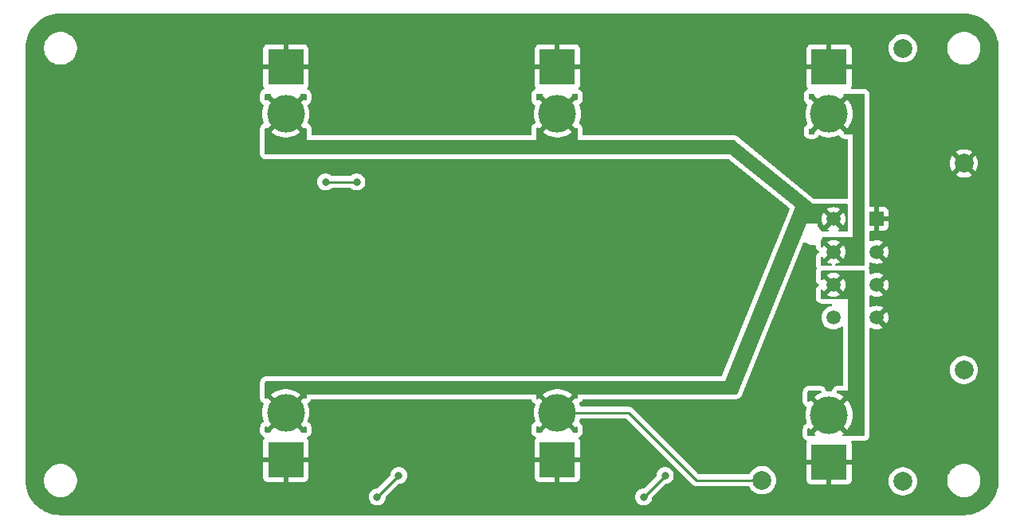
<source format=gbl>
G04 #@! TF.GenerationSoftware,KiCad,Pcbnew,7.0.7*
G04 #@! TF.CreationDate,2024-03-23T22:07:43-05:00*
G04 #@! TF.ProjectId,Turret,54757272-6574-42e6-9b69-6361645f7063,rev?*
G04 #@! TF.SameCoordinates,Original*
G04 #@! TF.FileFunction,Copper,L2,Bot*
G04 #@! TF.FilePolarity,Positive*
%FSLAX46Y46*%
G04 Gerber Fmt 4.6, Leading zero omitted, Abs format (unit mm)*
G04 Created by KiCad (PCBNEW 7.0.7) date 2024-03-23 22:07:43*
%MOMM*%
%LPD*%
G01*
G04 APERTURE LIST*
G04 #@! TA.AperFunction,ComponentPad*
%ADD10R,3.800000X3.800000*%
G04 #@! TD*
G04 #@! TA.AperFunction,ComponentPad*
%ADD11C,4.000000*%
G04 #@! TD*
G04 #@! TA.AperFunction,ComponentPad*
%ADD12C,2.000000*%
G04 #@! TD*
G04 #@! TA.AperFunction,ComponentPad*
%ADD13R,1.520000X1.520000*%
G04 #@! TD*
G04 #@! TA.AperFunction,ComponentPad*
%ADD14C,1.520000*%
G04 #@! TD*
G04 #@! TA.AperFunction,ViaPad*
%ADD15C,0.800000*%
G04 #@! TD*
G04 #@! TA.AperFunction,Conductor*
%ADD16C,0.250000*%
G04 #@! TD*
G04 APERTURE END LIST*
D10*
X68393600Y-40090000D03*
D11*
X68393600Y-45090000D03*
D10*
X126108000Y-40090000D03*
D11*
X126108000Y-45090000D03*
D12*
X133959600Y-38100000D03*
D10*
X97250800Y-40090000D03*
D11*
X97250800Y-45090000D03*
D12*
X118999000Y-84074000D03*
X133959600Y-84175600D03*
D10*
X126108000Y-82134000D03*
D11*
X126108000Y-77134000D03*
D10*
X68393600Y-81877000D03*
D11*
X68393600Y-76877000D03*
D12*
X140450000Y-72339200D03*
D13*
X131188000Y-56266000D03*
D14*
X131188000Y-59766001D03*
X131188000Y-63266001D03*
X131188000Y-66766002D03*
X126587999Y-56266000D03*
X126587999Y-59766001D03*
X126587999Y-63266001D03*
X126587999Y-66766002D03*
D10*
X97250800Y-81877000D03*
D11*
X97250800Y-76877000D03*
D12*
X140450000Y-50342800D03*
D15*
X72644000Y-52324000D03*
X75946000Y-52324000D03*
X80391000Y-83566000D03*
X108712000Y-83566000D03*
X78105000Y-85852000D03*
X106426000Y-85852000D03*
D16*
X72644000Y-52324000D02*
X75946000Y-52324000D01*
X106426000Y-85852000D02*
X108712000Y-83566000D01*
X78105000Y-85852000D02*
X80391000Y-83566000D01*
X97250800Y-76877000D02*
X104817000Y-76877000D01*
X112014000Y-84074000D02*
X118999000Y-84074000D01*
X104817000Y-76877000D02*
X112014000Y-84074000D01*
G04 #@! TA.AperFunction,Conductor*
G36*
X140451513Y-34400575D02*
G01*
X140809571Y-34418165D01*
X140815624Y-34418760D01*
X141168724Y-34471138D01*
X141174676Y-34472321D01*
X141463435Y-34544651D01*
X141520953Y-34559059D01*
X141526774Y-34560824D01*
X141862867Y-34681081D01*
X141868486Y-34683409D01*
X142191181Y-34836031D01*
X142196539Y-34838894D01*
X142502713Y-35022408D01*
X142507775Y-35025790D01*
X142794494Y-35238436D01*
X142799198Y-35242296D01*
X143063699Y-35482025D01*
X143067974Y-35486300D01*
X143231782Y-35667035D01*
X143307701Y-35750799D01*
X143311563Y-35755505D01*
X143524209Y-36042224D01*
X143527591Y-36047286D01*
X143711098Y-36353448D01*
X143713968Y-36358818D01*
X143866590Y-36681513D01*
X143868920Y-36687137D01*
X143989173Y-37023220D01*
X143990940Y-37029046D01*
X144077674Y-37375304D01*
X144078861Y-37381275D01*
X144131238Y-37734370D01*
X144131834Y-37740428D01*
X144149425Y-38098485D01*
X144149500Y-38101528D01*
X144149500Y-84098470D01*
X144149425Y-84101513D01*
X144131834Y-84459571D01*
X144131238Y-84465629D01*
X144078861Y-84818724D01*
X144077674Y-84824695D01*
X143990940Y-85170953D01*
X143989173Y-85176779D01*
X143868920Y-85512862D01*
X143866590Y-85518486D01*
X143713968Y-85841181D01*
X143711098Y-85846551D01*
X143527591Y-86152713D01*
X143524209Y-86157775D01*
X143311563Y-86444494D01*
X143307701Y-86449200D01*
X143067989Y-86713684D01*
X143063689Y-86717983D01*
X142968751Y-86804029D01*
X142799200Y-86957701D01*
X142794494Y-86961563D01*
X142507775Y-87174209D01*
X142502713Y-87177591D01*
X142196551Y-87361098D01*
X142191181Y-87363968D01*
X141868486Y-87516590D01*
X141862862Y-87518920D01*
X141526779Y-87639173D01*
X141520953Y-87640940D01*
X141174695Y-87727674D01*
X141168724Y-87728861D01*
X140815629Y-87781238D01*
X140809571Y-87781834D01*
X140451514Y-87799425D01*
X140448471Y-87799500D01*
X44451529Y-87799500D01*
X44448486Y-87799425D01*
X44090428Y-87781834D01*
X44084370Y-87781238D01*
X43731275Y-87728861D01*
X43725307Y-87727674D01*
X43667188Y-87713116D01*
X43379046Y-87640940D01*
X43373220Y-87639173D01*
X43037137Y-87518920D01*
X43031513Y-87516590D01*
X42708818Y-87363968D01*
X42703453Y-87361101D01*
X42397286Y-87177591D01*
X42392224Y-87174209D01*
X42105505Y-86961563D01*
X42100799Y-86957701D01*
X41982295Y-86850296D01*
X41836300Y-86717974D01*
X41832025Y-86713699D01*
X41592296Y-86449198D01*
X41588436Y-86444494D01*
X41375790Y-86157775D01*
X41372408Y-86152713D01*
X41188894Y-85846539D01*
X41186031Y-85841181D01*
X41033409Y-85518486D01*
X41031079Y-85512862D01*
X41020652Y-85483722D01*
X40910824Y-85176774D01*
X40909059Y-85170953D01*
X40891382Y-85100382D01*
X40822321Y-84824676D01*
X40821138Y-84818724D01*
X40814458Y-84773689D01*
X40768760Y-84465624D01*
X40768165Y-84459571D01*
X40756960Y-84231489D01*
X42695500Y-84231489D01*
X42734690Y-84491503D01*
X42734692Y-84491509D01*
X42812202Y-84742788D01*
X42926295Y-84979705D01*
X42926297Y-84979707D01*
X42926298Y-84979710D01*
X43074430Y-85196980D01*
X43253290Y-85389746D01*
X43458883Y-85553701D01*
X43686616Y-85685183D01*
X43931402Y-85781254D01*
X44187772Y-85839769D01*
X44187778Y-85839769D01*
X44187781Y-85839770D01*
X44384340Y-85854500D01*
X44384346Y-85854500D01*
X44515660Y-85854500D01*
X44549020Y-85852000D01*
X77199540Y-85852000D01*
X77219326Y-86040256D01*
X77219327Y-86040259D01*
X77277818Y-86220277D01*
X77277821Y-86220284D01*
X77372467Y-86384216D01*
X77430979Y-86449200D01*
X77499129Y-86524888D01*
X77652265Y-86636148D01*
X77652270Y-86636151D01*
X77825192Y-86713142D01*
X77825197Y-86713144D01*
X78010354Y-86752500D01*
X78010355Y-86752500D01*
X78199644Y-86752500D01*
X78199646Y-86752500D01*
X78384803Y-86713144D01*
X78557730Y-86636151D01*
X78710871Y-86524888D01*
X78837533Y-86384216D01*
X78932179Y-86220284D01*
X78990674Y-86040256D01*
X79008321Y-85872344D01*
X79016691Y-85852000D01*
X105520540Y-85852000D01*
X105540326Y-86040256D01*
X105540327Y-86040259D01*
X105598818Y-86220277D01*
X105598821Y-86220284D01*
X105693467Y-86384216D01*
X105751979Y-86449200D01*
X105820129Y-86524888D01*
X105973265Y-86636148D01*
X105973270Y-86636151D01*
X106146192Y-86713142D01*
X106146197Y-86713144D01*
X106331354Y-86752500D01*
X106331355Y-86752500D01*
X106520644Y-86752500D01*
X106520646Y-86752500D01*
X106705803Y-86713144D01*
X106878730Y-86636151D01*
X107031871Y-86524888D01*
X107158533Y-86384216D01*
X107253179Y-86220284D01*
X107311674Y-86040256D01*
X107329321Y-85872344D01*
X107355904Y-85807734D01*
X107364951Y-85797638D01*
X108659771Y-84502819D01*
X108721095Y-84469334D01*
X108747453Y-84466500D01*
X108806644Y-84466500D01*
X108806646Y-84466500D01*
X108991803Y-84427144D01*
X109164730Y-84350151D01*
X109317871Y-84238888D01*
X109444533Y-84098216D01*
X109539179Y-83934284D01*
X109597674Y-83754256D01*
X109617460Y-83566000D01*
X109597674Y-83377744D01*
X109539179Y-83197716D01*
X109444533Y-83033784D01*
X109317871Y-82893112D01*
X109317870Y-82893111D01*
X109164734Y-82781851D01*
X109164729Y-82781848D01*
X108991807Y-82704857D01*
X108991802Y-82704855D01*
X108846001Y-82673865D01*
X108806646Y-82665500D01*
X108617354Y-82665500D01*
X108584897Y-82672398D01*
X108432197Y-82704855D01*
X108432192Y-82704857D01*
X108259270Y-82781848D01*
X108259265Y-82781851D01*
X108106129Y-82893111D01*
X107979466Y-83033785D01*
X107884821Y-83197715D01*
X107884818Y-83197722D01*
X107827441Y-83374311D01*
X107826326Y-83377744D01*
X107809119Y-83541460D01*
X107808679Y-83545649D01*
X107782094Y-83610263D01*
X107773039Y-83620368D01*
X106478228Y-84915181D01*
X106416905Y-84948666D01*
X106390547Y-84951500D01*
X106331354Y-84951500D01*
X106298897Y-84958398D01*
X106146197Y-84990855D01*
X106146192Y-84990857D01*
X105973270Y-85067848D01*
X105973265Y-85067851D01*
X105820129Y-85179111D01*
X105693466Y-85319785D01*
X105598821Y-85483715D01*
X105598818Y-85483722D01*
X105575844Y-85554430D01*
X105540326Y-85663744D01*
X105520540Y-85852000D01*
X79016691Y-85852000D01*
X79034904Y-85807734D01*
X79043951Y-85797638D01*
X80338771Y-84502819D01*
X80400095Y-84469334D01*
X80426453Y-84466500D01*
X80485644Y-84466500D01*
X80485646Y-84466500D01*
X80670803Y-84427144D01*
X80843730Y-84350151D01*
X80996871Y-84238888D01*
X81123533Y-84098216D01*
X81218179Y-83934284D01*
X81276674Y-83754256D01*
X81296460Y-83566000D01*
X81276674Y-83377744D01*
X81218179Y-83197716D01*
X81123533Y-83033784D01*
X80996871Y-82893112D01*
X80996870Y-82893111D01*
X80843734Y-82781851D01*
X80843729Y-82781848D01*
X80670807Y-82704857D01*
X80670802Y-82704855D01*
X80525001Y-82673865D01*
X80485646Y-82665500D01*
X80296354Y-82665500D01*
X80263897Y-82672398D01*
X80111197Y-82704855D01*
X80111192Y-82704857D01*
X79938270Y-82781848D01*
X79938265Y-82781851D01*
X79785129Y-82893111D01*
X79658466Y-83033785D01*
X79563821Y-83197715D01*
X79563818Y-83197722D01*
X79506441Y-83374311D01*
X79505326Y-83377744D01*
X79488119Y-83541460D01*
X79487679Y-83545649D01*
X79461094Y-83610263D01*
X79452039Y-83620368D01*
X78157228Y-84915181D01*
X78095905Y-84948666D01*
X78069547Y-84951500D01*
X78010354Y-84951500D01*
X77977897Y-84958398D01*
X77825197Y-84990855D01*
X77825192Y-84990857D01*
X77652270Y-85067848D01*
X77652265Y-85067851D01*
X77499129Y-85179111D01*
X77372466Y-85319785D01*
X77277821Y-85483715D01*
X77277818Y-85483722D01*
X77254844Y-85554430D01*
X77219326Y-85663744D01*
X77199540Y-85852000D01*
X44549020Y-85852000D01*
X44712218Y-85839770D01*
X44712220Y-85839769D01*
X44712228Y-85839769D01*
X44968598Y-85781254D01*
X45213384Y-85685183D01*
X45441117Y-85553701D01*
X45646710Y-85389746D01*
X45825570Y-85196980D01*
X45973702Y-84979710D01*
X46087798Y-84742788D01*
X46165308Y-84491508D01*
X46167442Y-84477354D01*
X46204499Y-84231489D01*
X46204500Y-84231480D01*
X46204500Y-83968519D01*
X46204499Y-83968510D01*
X46165309Y-83708496D01*
X46165307Y-83708490D01*
X46087798Y-83457212D01*
X45973702Y-83220290D01*
X45825570Y-83003020D01*
X45646710Y-82810254D01*
X45441117Y-82646299D01*
X45213384Y-82514817D01*
X44968598Y-82418746D01*
X44968593Y-82418744D01*
X44968584Y-82418742D01*
X44730121Y-82364315D01*
X44712228Y-82360231D01*
X44712227Y-82360230D01*
X44712223Y-82360230D01*
X44712218Y-82360229D01*
X44515660Y-82345500D01*
X44515654Y-82345500D01*
X44384346Y-82345500D01*
X44384340Y-82345500D01*
X44187781Y-82360229D01*
X44187776Y-82360230D01*
X43931415Y-82418742D01*
X43931396Y-82418748D01*
X43686615Y-82514817D01*
X43458883Y-82646299D01*
X43253290Y-82810254D01*
X43253288Y-82810256D01*
X43074430Y-83003019D01*
X42926295Y-83220294D01*
X42812202Y-83457211D01*
X42734692Y-83708490D01*
X42734690Y-83708496D01*
X42695500Y-83968510D01*
X42695500Y-84231489D01*
X40756960Y-84231489D01*
X40750575Y-84101512D01*
X40750500Y-84098470D01*
X40750500Y-78870000D01*
X65661500Y-78870000D01*
X65661501Y-78870009D01*
X65673052Y-78977450D01*
X65673054Y-78977462D01*
X65684260Y-79028972D01*
X65718383Y-79131497D01*
X65718386Y-79131503D01*
X65796171Y-79252537D01*
X65796179Y-79252548D01*
X65841923Y-79305340D01*
X65841926Y-79305343D01*
X65841930Y-79305347D01*
X65950664Y-79399567D01*
X65950667Y-79399568D01*
X65950668Y-79399569D01*
X65973436Y-79409967D01*
X66071986Y-79454974D01*
X66124790Y-79500729D01*
X66144474Y-79567768D01*
X66124789Y-79634808D01*
X66119741Y-79642079D01*
X66050247Y-79734911D01*
X66050245Y-79734913D01*
X66000003Y-79869620D01*
X66000001Y-79869627D01*
X65993600Y-79929155D01*
X65993600Y-81627000D01*
X66924993Y-81627000D01*
X66992032Y-81646685D01*
X67037787Y-81699489D01*
X67048521Y-81761807D01*
X67038443Y-81876998D01*
X67038443Y-81877001D01*
X67048521Y-81992193D01*
X67034754Y-82060693D01*
X66986139Y-82110876D01*
X66924993Y-82127000D01*
X65993600Y-82127000D01*
X65993600Y-83824844D01*
X66000001Y-83884372D01*
X66000003Y-83884379D01*
X66050245Y-84019086D01*
X66050249Y-84019093D01*
X66136409Y-84134187D01*
X66136412Y-84134190D01*
X66251506Y-84220350D01*
X66251513Y-84220354D01*
X66386220Y-84270596D01*
X66386227Y-84270598D01*
X66445755Y-84276999D01*
X66445772Y-84277000D01*
X68143600Y-84277000D01*
X68143600Y-83345607D01*
X68163285Y-83278568D01*
X68216089Y-83232813D01*
X68278408Y-83222079D01*
X68334655Y-83227000D01*
X68452545Y-83227000D01*
X68508792Y-83222079D01*
X68577292Y-83235845D01*
X68627475Y-83284461D01*
X68643600Y-83345607D01*
X68643600Y-84277000D01*
X70341428Y-84277000D01*
X70341444Y-84276999D01*
X70400972Y-84270598D01*
X70400979Y-84270596D01*
X70535686Y-84220354D01*
X70535693Y-84220350D01*
X70650787Y-84134190D01*
X70650790Y-84134187D01*
X70736950Y-84019093D01*
X70736954Y-84019086D01*
X70787196Y-83884379D01*
X70787198Y-83884372D01*
X70793599Y-83824844D01*
X70793600Y-83824827D01*
X70793600Y-82127000D01*
X69862207Y-82127000D01*
X69795168Y-82107315D01*
X69749413Y-82054511D01*
X69738679Y-81992193D01*
X69748757Y-81877001D01*
X69748757Y-81876998D01*
X69738679Y-81761807D01*
X69752446Y-81693307D01*
X69801061Y-81643124D01*
X69862207Y-81627000D01*
X70793600Y-81627000D01*
X70793600Y-79929172D01*
X70793599Y-79929155D01*
X70787198Y-79869627D01*
X70787196Y-79869620D01*
X70736954Y-79734913D01*
X70736952Y-79734910D01*
X70667340Y-79641921D01*
X70642922Y-79576456D01*
X70657773Y-79508183D01*
X70707178Y-79458777D01*
X70727448Y-79449954D01*
X70749504Y-79442613D01*
X70870543Y-79364825D01*
X70923347Y-79319070D01*
X71017567Y-79210336D01*
X71077338Y-79079459D01*
X71097023Y-79012420D01*
X71097024Y-79012416D01*
X71117500Y-78870000D01*
X71117500Y-78451407D01*
X71116634Y-78430493D01*
X71114071Y-78399616D01*
X71108883Y-78358069D01*
X71065203Y-78220980D01*
X71034733Y-78158104D01*
X71034732Y-78158103D01*
X71034730Y-78158098D01*
X71034721Y-78158086D01*
X70954201Y-78038877D01*
X70954200Y-78038876D01*
X70954198Y-78038873D01*
X70843336Y-77947161D01*
X70839517Y-77944828D01*
X70786476Y-77912429D01*
X70739526Y-77860685D01*
X70728005Y-77791772D01*
X70733183Y-77768291D01*
X70736826Y-77757079D01*
X70820331Y-77500079D01*
X70879288Y-77191015D01*
X70882875Y-77134000D01*
X70899044Y-76877005D01*
X70899044Y-76876994D01*
X70879289Y-76562995D01*
X70879288Y-76562988D01*
X70879288Y-76562985D01*
X70820331Y-76253921D01*
X70754275Y-76050624D01*
X70733034Y-75985249D01*
X70731039Y-75915408D01*
X70767119Y-75855575D01*
X70783917Y-75842621D01*
X70870543Y-75786950D01*
X70923347Y-75741195D01*
X71017567Y-75632461D01*
X71058456Y-75542929D01*
X71074414Y-75507987D01*
X71120170Y-75455184D01*
X71187208Y-75435500D01*
X94400062Y-75435500D01*
X94467101Y-75455185D01*
X94512856Y-75507989D01*
X94516366Y-75516844D01*
X94577485Y-75648737D01*
X94577487Y-75648739D01*
X94577489Y-75648743D01*
X94615589Y-75707310D01*
X94710403Y-75815514D01*
X94831871Y-75892631D01*
X94831880Y-75892635D01*
X94834046Y-75893803D01*
X94834633Y-75894384D01*
X94835610Y-75895004D01*
X94835475Y-75895216D01*
X94883727Y-75942931D01*
X94898960Y-76011120D01*
X94893159Y-76041283D01*
X94824070Y-76253916D01*
X94824069Y-76253920D01*
X94824069Y-76253921D01*
X94822182Y-76263814D01*
X94765111Y-76562988D01*
X94765110Y-76562995D01*
X94745356Y-76876994D01*
X94745356Y-76877005D01*
X94765110Y-77191004D01*
X94765111Y-77191011D01*
X94824070Y-77500083D01*
X94892881Y-77711863D01*
X94894876Y-77781705D01*
X94858795Y-77841537D01*
X94841990Y-77854496D01*
X94737462Y-77921672D01*
X94737451Y-77921681D01*
X94684659Y-77967425D01*
X94590433Y-78076166D01*
X94590430Y-78076170D01*
X94530664Y-78207036D01*
X94510978Y-78274077D01*
X94510976Y-78274082D01*
X94498901Y-78358069D01*
X94490500Y-78416502D01*
X94490500Y-78870000D01*
X94490501Y-78870009D01*
X94502052Y-78977450D01*
X94502054Y-78977462D01*
X94513260Y-79028972D01*
X94547383Y-79131497D01*
X94547386Y-79131503D01*
X94625171Y-79252537D01*
X94625179Y-79252548D01*
X94670923Y-79305340D01*
X94670926Y-79305343D01*
X94670930Y-79305347D01*
X94779664Y-79399567D01*
X94779667Y-79399568D01*
X94779668Y-79399569D01*
X94910538Y-79459337D01*
X94914177Y-79460694D01*
X94970114Y-79502560D01*
X94994536Y-79568022D01*
X94979690Y-79636297D01*
X94970120Y-79651190D01*
X94907447Y-79734910D01*
X94907445Y-79734913D01*
X94857203Y-79869620D01*
X94857201Y-79869627D01*
X94850800Y-79929155D01*
X94850800Y-81627000D01*
X95782193Y-81627000D01*
X95849232Y-81646685D01*
X95894987Y-81699489D01*
X95905721Y-81761807D01*
X95895643Y-81876998D01*
X95895643Y-81877001D01*
X95905721Y-81992193D01*
X95891954Y-82060693D01*
X95843339Y-82110876D01*
X95782193Y-82127000D01*
X94850800Y-82127000D01*
X94850800Y-83824844D01*
X94857201Y-83884372D01*
X94857203Y-83884379D01*
X94907445Y-84019086D01*
X94907449Y-84019093D01*
X94993609Y-84134187D01*
X94993612Y-84134190D01*
X95108706Y-84220350D01*
X95108713Y-84220354D01*
X95243420Y-84270596D01*
X95243427Y-84270598D01*
X95302955Y-84276999D01*
X95302972Y-84277000D01*
X97000800Y-84277000D01*
X97000800Y-83345607D01*
X97020485Y-83278568D01*
X97073289Y-83232813D01*
X97135608Y-83222079D01*
X97191855Y-83227000D01*
X97309745Y-83227000D01*
X97365992Y-83222079D01*
X97434492Y-83235845D01*
X97484675Y-83284461D01*
X97500800Y-83345607D01*
X97500800Y-84277000D01*
X99198628Y-84277000D01*
X99198644Y-84276999D01*
X99258172Y-84270598D01*
X99258179Y-84270596D01*
X99392886Y-84220354D01*
X99392893Y-84220350D01*
X99507987Y-84134190D01*
X99507990Y-84134187D01*
X99594150Y-84019093D01*
X99594154Y-84019086D01*
X99644396Y-83884379D01*
X99644398Y-83884372D01*
X99650799Y-83824844D01*
X99650800Y-83824827D01*
X99650800Y-82127000D01*
X98719407Y-82127000D01*
X98652368Y-82107315D01*
X98606613Y-82054511D01*
X98595879Y-81992193D01*
X98605957Y-81877001D01*
X98605957Y-81876998D01*
X98595879Y-81761807D01*
X98609646Y-81693307D01*
X98658261Y-81643124D01*
X98719407Y-81627000D01*
X99650800Y-81627000D01*
X99650800Y-79929172D01*
X99650799Y-79929155D01*
X99644398Y-79869627D01*
X99644396Y-79869620D01*
X99594154Y-79734913D01*
X99594152Y-79734910D01*
X99518915Y-79634407D01*
X99494497Y-79568942D01*
X99509348Y-79500669D01*
X99558753Y-79451263D01*
X99577250Y-79443212D01*
X99578500Y-79442614D01*
X99578504Y-79442613D01*
X99699543Y-79364825D01*
X99752347Y-79319070D01*
X99846567Y-79210336D01*
X99906338Y-79079459D01*
X99926023Y-79012420D01*
X99926024Y-79012416D01*
X99946500Y-78870000D01*
X99946500Y-78485495D01*
X99945634Y-78464581D01*
X99944540Y-78451407D01*
X99943071Y-78433704D01*
X99937883Y-78392158D01*
X99927022Y-78358070D01*
X99894203Y-78255068D01*
X99863733Y-78192192D01*
X99863732Y-78192191D01*
X99863730Y-78192186D01*
X99863721Y-78192174D01*
X99783201Y-78072965D01*
X99783200Y-78072964D01*
X99783198Y-78072961D01*
X99672336Y-77981249D01*
X99629268Y-77954942D01*
X99582321Y-77903199D01*
X99570799Y-77834286D01*
X99579718Y-77803280D01*
X99578867Y-77802943D01*
X99580299Y-77799323D01*
X99580303Y-77799315D01*
X99648904Y-77588181D01*
X99688341Y-77530507D01*
X99752700Y-77503308D01*
X99766835Y-77502500D01*
X104506548Y-77502500D01*
X104573587Y-77522185D01*
X104594229Y-77538819D01*
X111513197Y-84457788D01*
X111523022Y-84470051D01*
X111523243Y-84469869D01*
X111528214Y-84475878D01*
X111544859Y-84491508D01*
X111578635Y-84523226D01*
X111599529Y-84544120D01*
X111605011Y-84548373D01*
X111609443Y-84552157D01*
X111643418Y-84584062D01*
X111660976Y-84593714D01*
X111677233Y-84604393D01*
X111693064Y-84616673D01*
X111712737Y-84625186D01*
X111735833Y-84635182D01*
X111741077Y-84637750D01*
X111781908Y-84660197D01*
X111794523Y-84663435D01*
X111801305Y-84665177D01*
X111819719Y-84671481D01*
X111838104Y-84679438D01*
X111884157Y-84686732D01*
X111889826Y-84687906D01*
X111934981Y-84699500D01*
X111955016Y-84699500D01*
X111974413Y-84701026D01*
X111994196Y-84704160D01*
X112040583Y-84699775D01*
X112046422Y-84699500D01*
X117553850Y-84699500D01*
X117620889Y-84719185D01*
X117666644Y-84771989D01*
X117667405Y-84773689D01*
X117674824Y-84790603D01*
X117810833Y-84998782D01*
X117810836Y-84998785D01*
X117979256Y-85181738D01*
X118175491Y-85334474D01*
X118394190Y-85452828D01*
X118629386Y-85533571D01*
X118874665Y-85574500D01*
X119123335Y-85574500D01*
X119368614Y-85533571D01*
X119603810Y-85452828D01*
X119822509Y-85334474D01*
X120018744Y-85181738D01*
X120187164Y-84998785D01*
X120323173Y-84790607D01*
X120423063Y-84562881D01*
X120484108Y-84321821D01*
X120487898Y-84276086D01*
X120504643Y-84074005D01*
X120504643Y-84073994D01*
X120484109Y-83826187D01*
X120484107Y-83826175D01*
X120423063Y-83585118D01*
X120323173Y-83357393D01*
X120187166Y-83149217D01*
X120112272Y-83067861D01*
X120018744Y-82966262D01*
X119822509Y-82813526D01*
X119822507Y-82813525D01*
X119822506Y-82813524D01*
X119603811Y-82695172D01*
X119603802Y-82695169D01*
X119368616Y-82614429D01*
X119123335Y-82573500D01*
X118874665Y-82573500D01*
X118629383Y-82614429D01*
X118394197Y-82695169D01*
X118394188Y-82695172D01*
X118175493Y-82813524D01*
X117979257Y-82966261D01*
X117810833Y-83149217D01*
X117674824Y-83357396D01*
X117667405Y-83374311D01*
X117622449Y-83427797D01*
X117555713Y-83448486D01*
X117553850Y-83448500D01*
X112324452Y-83448500D01*
X112257413Y-83428815D01*
X112236771Y-83412181D01*
X105317803Y-76493212D01*
X105307980Y-76480950D01*
X105307759Y-76481134D01*
X105302786Y-76475123D01*
X105252364Y-76427773D01*
X105241919Y-76417328D01*
X105231475Y-76406883D01*
X105225986Y-76402625D01*
X105221561Y-76398847D01*
X105187582Y-76366938D01*
X105187580Y-76366936D01*
X105187577Y-76366935D01*
X105170029Y-76357288D01*
X105153763Y-76346604D01*
X105137933Y-76334325D01*
X105095168Y-76315818D01*
X105089922Y-76313248D01*
X105049093Y-76290803D01*
X105049092Y-76290802D01*
X105029693Y-76285822D01*
X105011281Y-76279518D01*
X104992898Y-76271562D01*
X104992892Y-76271560D01*
X104946874Y-76264272D01*
X104941152Y-76263087D01*
X104896021Y-76251500D01*
X104896019Y-76251500D01*
X104875984Y-76251500D01*
X104856586Y-76249973D01*
X104849162Y-76248797D01*
X104836805Y-76246840D01*
X104836804Y-76246840D01*
X104790416Y-76251225D01*
X104784578Y-76251500D01*
X99766835Y-76251500D01*
X99699796Y-76231815D01*
X99654041Y-76179011D01*
X99648904Y-76165818D01*
X99598640Y-76011120D01*
X99580303Y-75954685D01*
X99580301Y-75954682D01*
X99578867Y-75951057D01*
X99580346Y-75950471D01*
X99570620Y-75887853D01*
X99598925Y-75823974D01*
X99626505Y-75799800D01*
X99699543Y-75752862D01*
X99752347Y-75707107D01*
X99846567Y-75598373D01*
X99883801Y-75516844D01*
X99887846Y-75507988D01*
X99933601Y-75455184D01*
X100000640Y-75435500D01*
X116253926Y-75435500D01*
X116259316Y-75435384D01*
X116264707Y-75435268D01*
X116275589Y-75434916D01*
X116416991Y-75408327D01*
X116483121Y-75385774D01*
X116483129Y-75385771D01*
X116611311Y-75320419D01*
X116715889Y-75221601D01*
X116759327Y-75166875D01*
X116831827Y-75042601D01*
X123414185Y-58813679D01*
X123457622Y-58758956D01*
X123523752Y-58736403D01*
X123591577Y-58753182D01*
X123607756Y-58764434D01*
X123667766Y-58813682D01*
X123769318Y-58897023D01*
X123769320Y-58897024D01*
X123769323Y-58897026D01*
X123952504Y-58994939D01*
X123952506Y-58994939D01*
X123952509Y-58994941D01*
X124151283Y-59055238D01*
X124306200Y-59070496D01*
X124306203Y-59070496D01*
X124409799Y-59070496D01*
X124409802Y-59070496D01*
X124564719Y-59055238D01*
X124564730Y-59055234D01*
X124569842Y-59054218D01*
X124639435Y-59060439D01*
X124694616Y-59103297D01*
X124717361Y-59162822D01*
X124727628Y-59260140D01*
X124727629Y-59260147D01*
X124738427Y-59310749D01*
X124738429Y-59310757D01*
X124744366Y-59328955D01*
X124771328Y-59411603D01*
X124771328Y-59411604D01*
X124848156Y-59533261D01*
X124848157Y-59533263D01*
X124893488Y-59586423D01*
X124893489Y-59586424D01*
X124994110Y-59675021D01*
X125031416Y-59734095D01*
X125030861Y-59803963D01*
X124992622Y-59862439D01*
X124979208Y-59872398D01*
X124963464Y-59882516D01*
X124963451Y-59882526D01*
X124910659Y-59928270D01*
X124816433Y-60037011D01*
X124816430Y-60037015D01*
X124756664Y-60167881D01*
X124736978Y-60234922D01*
X124736976Y-60234927D01*
X124724297Y-60323115D01*
X124716500Y-60377347D01*
X124716500Y-61115400D01*
X124716501Y-61115409D01*
X124728052Y-61222850D01*
X124728054Y-61222862D01*
X124739260Y-61274372D01*
X124773383Y-61376897D01*
X124773385Y-61376901D01*
X124802433Y-61422100D01*
X124822117Y-61489139D01*
X124810911Y-61540651D01*
X124756664Y-61659433D01*
X124736978Y-61726474D01*
X124736976Y-61726479D01*
X124716500Y-61868900D01*
X124716500Y-62654658D01*
X124727628Y-62760143D01*
X124727629Y-62760151D01*
X124730492Y-62773566D01*
X124738428Y-62810756D01*
X124771324Y-62911594D01*
X124848147Y-63033251D01*
X124893473Y-63086408D01*
X124893479Y-63086415D01*
X124893481Y-63086417D01*
X124994109Y-63175022D01*
X125031414Y-63234097D01*
X125030859Y-63303964D01*
X124992619Y-63362440D01*
X124979206Y-63372398D01*
X124963462Y-63382516D01*
X124963456Y-63382520D01*
X124910654Y-63428274D01*
X124910647Y-63428281D01*
X124816429Y-63537013D01*
X124756654Y-63667905D01*
X124736976Y-63734925D01*
X124736975Y-63734932D01*
X124716500Y-63877342D01*
X124716500Y-63877343D01*
X124716500Y-64646000D01*
X124716501Y-64646009D01*
X124728052Y-64753450D01*
X124728054Y-64753462D01*
X124739260Y-64804972D01*
X124773383Y-64907497D01*
X124773386Y-64907503D01*
X124851171Y-65028537D01*
X124851179Y-65028548D01*
X124896923Y-65081340D01*
X124896926Y-65081343D01*
X124896930Y-65081347D01*
X125005664Y-65175567D01*
X125136541Y-65235338D01*
X125181357Y-65248497D01*
X125203575Y-65255022D01*
X125203580Y-65255023D01*
X125203584Y-65255024D01*
X125346000Y-65275500D01*
X125346003Y-65275500D01*
X126338556Y-65275500D01*
X126405595Y-65295185D01*
X126451350Y-65347989D01*
X126461294Y-65417147D01*
X126432269Y-65480703D01*
X126373491Y-65518477D01*
X126370650Y-65519275D01*
X126368280Y-65519909D01*
X126368279Y-65519910D01*
X126316604Y-65533756D01*
X126155240Y-65576993D01*
X126155234Y-65576996D01*
X125955343Y-65670206D01*
X125955341Y-65670207D01*
X125774667Y-65796715D01*
X125618712Y-65952670D01*
X125492204Y-66133344D01*
X125492203Y-66133346D01*
X125398993Y-66333237D01*
X125398989Y-66333246D01*
X125341908Y-66546277D01*
X125341906Y-66546287D01*
X125322684Y-66766000D01*
X125322684Y-66766003D01*
X125341906Y-66985716D01*
X125341908Y-66985726D01*
X125398989Y-67198757D01*
X125398994Y-67198771D01*
X125492202Y-67398656D01*
X125492206Y-67398664D01*
X125618711Y-67579332D01*
X125774668Y-67735289D01*
X125955336Y-67861794D01*
X125955338Y-67861795D01*
X125955341Y-67861797D01*
X126075602Y-67917875D01*
X126155229Y-67955006D01*
X126155231Y-67955006D01*
X126155236Y-67955009D01*
X126368279Y-68012094D01*
X126525221Y-68025824D01*
X126587997Y-68031317D01*
X126587999Y-68031317D01*
X126588001Y-68031317D01*
X126642929Y-68026511D01*
X126807719Y-68012094D01*
X127020762Y-67955009D01*
X127220657Y-67861797D01*
X127401328Y-67735290D01*
X127412447Y-67724171D01*
X127425819Y-67710800D01*
X127487142Y-67677315D01*
X127556834Y-67682299D01*
X127612767Y-67724171D01*
X127637184Y-67789635D01*
X127637500Y-67798481D01*
X127637500Y-73919500D01*
X127617815Y-73986539D01*
X127565011Y-74032294D01*
X127513500Y-74043500D01*
X127020246Y-74043500D01*
X126992290Y-74046869D01*
X126900136Y-74057977D01*
X126900132Y-74057977D01*
X126900131Y-74057978D01*
X126887364Y-74061100D01*
X126842897Y-74071978D01*
X126842891Y-74071980D01*
X126729671Y-74114576D01*
X126612793Y-74198474D01*
X126562404Y-74246886D01*
X126562392Y-74246897D01*
X126473885Y-74360333D01*
X126420919Y-74494115D01*
X126409898Y-74540315D01*
X126375195Y-74600957D01*
X126313215Y-74633210D01*
X126273747Y-74634564D01*
X126265326Y-74633500D01*
X126265318Y-74633500D01*
X125950682Y-74633500D01*
X125950668Y-74633500D01*
X125942503Y-74634532D01*
X125873525Y-74623401D01*
X125821516Y-74576745D01*
X125807992Y-74546445D01*
X125792625Y-74494110D01*
X125768367Y-74411496D01*
X125690579Y-74290457D01*
X125690574Y-74290451D01*
X125644830Y-74237659D01*
X125644826Y-74237656D01*
X125644824Y-74237653D01*
X125536090Y-74143433D01*
X125536087Y-74143431D01*
X125536085Y-74143430D01*
X125405219Y-74083664D01*
X125405214Y-74083662D01*
X125405213Y-74083662D01*
X125382612Y-74077025D01*
X125338179Y-74063978D01*
X125338173Y-74063976D01*
X125252720Y-74051690D01*
X125195754Y-74043500D01*
X123949000Y-74043500D01*
X123948991Y-74043500D01*
X123948990Y-74043501D01*
X123841549Y-74055052D01*
X123841537Y-74055054D01*
X123790027Y-74066260D01*
X123687505Y-74100382D01*
X123687500Y-74100385D01*
X123566461Y-74178170D01*
X123566461Y-74178171D01*
X123513657Y-74223925D01*
X123513656Y-74223926D01*
X123456001Y-74290462D01*
X123419433Y-74332663D01*
X123419430Y-74332667D01*
X123359664Y-74463533D01*
X123339978Y-74530574D01*
X123339976Y-74530579D01*
X123319500Y-74673000D01*
X123319500Y-75638945D01*
X123324852Y-75712308D01*
X123330076Y-75747919D01*
X123345358Y-75816749D01*
X123346019Y-75819727D01*
X123406534Y-75950262D01*
X123444643Y-76008824D01*
X123444645Y-76008827D01*
X123539486Y-76117025D01*
X123588591Y-76148188D01*
X123660964Y-76194118D01*
X123660976Y-76194124D01*
X123667057Y-76196860D01*
X123720121Y-76242314D01*
X123740186Y-76309240D01*
X123734119Y-76348263D01*
X123681270Y-76510916D01*
X123622311Y-76819988D01*
X123622310Y-76819995D01*
X123602556Y-77133994D01*
X123602556Y-77134005D01*
X123622310Y-77448004D01*
X123622311Y-77448011D01*
X123681270Y-77757083D01*
X123733265Y-77917107D01*
X123735260Y-77986948D01*
X123699179Y-78046781D01*
X123682375Y-78059740D01*
X123566455Y-78134238D01*
X123513654Y-78179991D01*
X123513647Y-78179998D01*
X123419429Y-78288730D01*
X123359654Y-78419622D01*
X123339976Y-78486642D01*
X123339975Y-78486649D01*
X123319500Y-78629059D01*
X123319500Y-78629060D01*
X123319500Y-79251000D01*
X123319501Y-79251009D01*
X123331052Y-79358450D01*
X123331054Y-79358462D01*
X123342260Y-79409972D01*
X123376383Y-79512497D01*
X123376386Y-79512503D01*
X123454171Y-79633537D01*
X123454179Y-79633548D01*
X123499923Y-79686340D01*
X123499926Y-79686343D01*
X123499930Y-79686347D01*
X123608664Y-79780567D01*
X123608667Y-79780568D01*
X123608668Y-79780569D01*
X123704731Y-79824441D01*
X123757535Y-79870196D01*
X123777219Y-79937236D01*
X123765596Y-79982799D01*
X123767746Y-79983601D01*
X123714403Y-80126620D01*
X123714401Y-80126627D01*
X123708000Y-80186155D01*
X123708000Y-81884000D01*
X124639393Y-81884000D01*
X124706432Y-81903685D01*
X124752187Y-81956489D01*
X124762921Y-82018807D01*
X124752843Y-82133998D01*
X124752843Y-82134001D01*
X124762921Y-82249193D01*
X124749154Y-82317693D01*
X124700539Y-82367876D01*
X124639393Y-82384000D01*
X123708000Y-82384000D01*
X123708000Y-84081844D01*
X123714401Y-84141372D01*
X123714403Y-84141379D01*
X123764645Y-84276086D01*
X123764649Y-84276093D01*
X123850809Y-84391187D01*
X123850812Y-84391190D01*
X123965906Y-84477350D01*
X123965913Y-84477354D01*
X124100620Y-84527596D01*
X124100627Y-84527598D01*
X124160155Y-84533999D01*
X124160172Y-84534000D01*
X125858000Y-84534000D01*
X125858000Y-83602607D01*
X125877685Y-83535568D01*
X125930489Y-83489813D01*
X125992808Y-83479079D01*
X126049055Y-83484000D01*
X126166945Y-83484000D01*
X126223191Y-83479079D01*
X126291691Y-83492845D01*
X126341874Y-83541460D01*
X126357999Y-83602607D01*
X126357999Y-84533999D01*
X126358001Y-84534000D01*
X128055828Y-84534000D01*
X128055844Y-84533999D01*
X128115372Y-84527598D01*
X128115379Y-84527596D01*
X128250086Y-84477354D01*
X128250093Y-84477350D01*
X128365187Y-84391190D01*
X128365190Y-84391187D01*
X128451350Y-84276093D01*
X128451354Y-84276086D01*
X128488831Y-84175605D01*
X132453957Y-84175605D01*
X132474490Y-84423412D01*
X132474492Y-84423424D01*
X132535536Y-84664481D01*
X132635426Y-84892206D01*
X132771433Y-85100382D01*
X132771436Y-85100385D01*
X132939856Y-85283338D01*
X133136091Y-85436074D01*
X133136093Y-85436075D01*
X133353446Y-85553701D01*
X133354790Y-85554428D01*
X133589986Y-85635171D01*
X133835265Y-85676100D01*
X134083935Y-85676100D01*
X134329214Y-85635171D01*
X134564410Y-85554428D01*
X134783109Y-85436074D01*
X134979344Y-85283338D01*
X135147764Y-85100385D01*
X135283773Y-84892207D01*
X135383663Y-84664481D01*
X135444708Y-84423421D01*
X135447379Y-84391187D01*
X135460612Y-84231489D01*
X138695500Y-84231489D01*
X138734690Y-84491503D01*
X138734692Y-84491509D01*
X138812202Y-84742788D01*
X138926295Y-84979705D01*
X138926297Y-84979707D01*
X138926298Y-84979710D01*
X139074430Y-85196980D01*
X139253290Y-85389746D01*
X139458883Y-85553701D01*
X139686616Y-85685183D01*
X139931402Y-85781254D01*
X140187772Y-85839769D01*
X140187778Y-85839769D01*
X140187781Y-85839770D01*
X140384340Y-85854500D01*
X140384346Y-85854500D01*
X140515660Y-85854500D01*
X140712218Y-85839770D01*
X140712220Y-85839769D01*
X140712228Y-85839769D01*
X140968598Y-85781254D01*
X141213384Y-85685183D01*
X141441117Y-85553701D01*
X141646710Y-85389746D01*
X141825570Y-85196980D01*
X141973702Y-84979710D01*
X142087798Y-84742788D01*
X142165308Y-84491508D01*
X142167442Y-84477354D01*
X142204499Y-84231489D01*
X142204500Y-84231480D01*
X142204500Y-83968519D01*
X142204499Y-83968510D01*
X142165309Y-83708496D01*
X142165307Y-83708490D01*
X142087798Y-83457212D01*
X141973702Y-83220290D01*
X141825570Y-83003020D01*
X141646710Y-82810254D01*
X141441117Y-82646299D01*
X141213384Y-82514817D01*
X140968598Y-82418746D01*
X140968593Y-82418744D01*
X140968584Y-82418742D01*
X140730121Y-82364315D01*
X140712228Y-82360231D01*
X140712227Y-82360230D01*
X140712223Y-82360230D01*
X140712218Y-82360229D01*
X140515660Y-82345500D01*
X140515654Y-82345500D01*
X140384346Y-82345500D01*
X140384340Y-82345500D01*
X140187781Y-82360229D01*
X140187776Y-82360230D01*
X139931415Y-82418742D01*
X139931396Y-82418748D01*
X139686615Y-82514817D01*
X139458883Y-82646299D01*
X139253290Y-82810254D01*
X139253288Y-82810256D01*
X139074430Y-83003019D01*
X138926295Y-83220294D01*
X138812202Y-83457211D01*
X138734692Y-83708490D01*
X138734690Y-83708496D01*
X138695500Y-83968510D01*
X138695500Y-84231489D01*
X135460612Y-84231489D01*
X135465243Y-84175605D01*
X135465243Y-84175594D01*
X135444709Y-83927787D01*
X135444707Y-83927775D01*
X135383663Y-83686718D01*
X135283773Y-83458993D01*
X135147766Y-83250817D01*
X135119664Y-83220290D01*
X134979344Y-83067862D01*
X134783109Y-82915126D01*
X134783107Y-82915125D01*
X134783106Y-82915124D01*
X134564411Y-82796772D01*
X134564402Y-82796769D01*
X134329216Y-82716029D01*
X134083935Y-82675100D01*
X133835265Y-82675100D01*
X133589983Y-82716029D01*
X133354797Y-82796769D01*
X133354788Y-82796772D01*
X133136093Y-82915124D01*
X132939857Y-83067861D01*
X132771433Y-83250817D01*
X132635426Y-83458993D01*
X132535536Y-83686718D01*
X132474492Y-83927775D01*
X132474490Y-83927787D01*
X132453957Y-84175594D01*
X132453957Y-84175605D01*
X128488831Y-84175605D01*
X128501596Y-84141379D01*
X128501598Y-84141372D01*
X128507999Y-84081844D01*
X128508000Y-84081827D01*
X128508000Y-82384000D01*
X127576607Y-82384000D01*
X127509568Y-82364315D01*
X127463813Y-82311511D01*
X127453079Y-82249193D01*
X127463157Y-82134001D01*
X127463157Y-82133998D01*
X127453079Y-82018807D01*
X127466846Y-81950307D01*
X127515461Y-81900124D01*
X127576607Y-81884000D01*
X128508000Y-81884000D01*
X128508000Y-80186172D01*
X128507999Y-80186155D01*
X128501598Y-80126627D01*
X128501596Y-80126620D01*
X128472211Y-80047833D01*
X128467227Y-79978141D01*
X128500712Y-79916818D01*
X128562035Y-79883334D01*
X128588393Y-79880500D01*
X129796990Y-79880500D01*
X129797000Y-79880500D01*
X129904456Y-79868947D01*
X129955967Y-79857741D01*
X129990197Y-79846347D01*
X130058497Y-79823616D01*
X130058501Y-79823613D01*
X130058504Y-79823613D01*
X130179543Y-79745825D01*
X130232347Y-79700070D01*
X130326567Y-79591336D01*
X130386338Y-79460459D01*
X130402766Y-79404511D01*
X130406022Y-79393425D01*
X130406023Y-79393419D01*
X130406024Y-79393416D01*
X130426500Y-79251000D01*
X130426500Y-72339205D01*
X138944357Y-72339205D01*
X138964890Y-72587012D01*
X138964892Y-72587024D01*
X139025936Y-72828081D01*
X139125826Y-73055806D01*
X139261833Y-73263982D01*
X139261836Y-73263985D01*
X139430256Y-73446938D01*
X139626491Y-73599674D01*
X139845190Y-73718028D01*
X140080386Y-73798771D01*
X140325665Y-73839700D01*
X140574335Y-73839700D01*
X140819614Y-73798771D01*
X141054810Y-73718028D01*
X141273509Y-73599674D01*
X141469744Y-73446938D01*
X141638164Y-73263985D01*
X141774173Y-73055807D01*
X141874063Y-72828081D01*
X141935108Y-72587021D01*
X141955643Y-72339200D01*
X141935108Y-72091379D01*
X141874063Y-71850319D01*
X141774173Y-71622593D01*
X141774173Y-71622592D01*
X141638166Y-71414417D01*
X141616557Y-71390944D01*
X141469744Y-71231462D01*
X141273509Y-71078726D01*
X141273507Y-71078725D01*
X141273506Y-71078724D01*
X141054811Y-70960372D01*
X141054802Y-70960369D01*
X140819616Y-70879629D01*
X140574335Y-70838700D01*
X140325665Y-70838700D01*
X140080383Y-70879629D01*
X139845197Y-70960369D01*
X139845188Y-70960372D01*
X139626493Y-71078724D01*
X139430257Y-71231461D01*
X139261833Y-71414417D01*
X139125826Y-71622593D01*
X139025936Y-71850318D01*
X138964892Y-72091375D01*
X138964890Y-72091387D01*
X138944357Y-72339194D01*
X138944357Y-72339205D01*
X130426500Y-72339205D01*
X130426500Y-67995801D01*
X130446184Y-67928766D01*
X130498988Y-67883011D01*
X130568146Y-67873067D01*
X130602904Y-67883423D01*
X130755406Y-67954535D01*
X130755412Y-67954538D01*
X130968365Y-68011599D01*
X130968373Y-68011600D01*
X131187998Y-68030815D01*
X131188002Y-68030815D01*
X131407626Y-68011600D01*
X131407634Y-68011599D01*
X131620587Y-67954538D01*
X131620598Y-67954534D01*
X131820402Y-67861364D01*
X131820410Y-67861360D01*
X131884751Y-67816307D01*
X131452884Y-67384439D01*
X131419399Y-67323116D01*
X131424383Y-67253424D01*
X131459362Y-67203045D01*
X131465465Y-67197755D01*
X131465470Y-67197754D01*
X131575869Y-67102092D01*
X131610742Y-67047827D01*
X131663544Y-67002073D01*
X131732702Y-66992129D01*
X131796258Y-67021153D01*
X131802738Y-67027186D01*
X132238305Y-67462753D01*
X132283358Y-67398412D01*
X132283362Y-67398404D01*
X132376532Y-67198600D01*
X132376536Y-67198589D01*
X132433597Y-66985636D01*
X132433598Y-66985628D01*
X132452813Y-66766003D01*
X132452813Y-66766000D01*
X132433598Y-66546375D01*
X132433597Y-66546368D01*
X132376533Y-66333406D01*
X132283360Y-66133597D01*
X132283359Y-66133595D01*
X132238304Y-66069250D01*
X132238304Y-66069249D01*
X131802738Y-66504816D01*
X131741415Y-66538301D01*
X131671723Y-66533317D01*
X131615790Y-66491445D01*
X131610742Y-66484175D01*
X131575870Y-66429913D01*
X131459361Y-66328956D01*
X131421588Y-66270178D01*
X131421588Y-66200308D01*
X131452884Y-66147563D01*
X131884751Y-65715696D01*
X131820402Y-65670640D01*
X131620593Y-65577468D01*
X131620587Y-65577465D01*
X131407634Y-65520404D01*
X131407626Y-65520403D01*
X131188002Y-65501189D01*
X131187998Y-65501189D01*
X130968373Y-65520403D01*
X130968366Y-65520404D01*
X130755402Y-65577469D01*
X130602904Y-65648580D01*
X130533827Y-65659072D01*
X130470043Y-65630552D01*
X130431804Y-65572075D01*
X130426500Y-65536198D01*
X130426500Y-64495804D01*
X130446185Y-64428765D01*
X130498989Y-64383010D01*
X130568147Y-64373066D01*
X130602905Y-64383422D01*
X130755406Y-64454534D01*
X130755412Y-64454537D01*
X130968365Y-64511598D01*
X130968373Y-64511599D01*
X131187998Y-64530814D01*
X131188002Y-64530814D01*
X131407626Y-64511599D01*
X131407634Y-64511598D01*
X131620587Y-64454537D01*
X131620598Y-64454533D01*
X131820402Y-64361363D01*
X131820410Y-64361359D01*
X131884751Y-64316306D01*
X131452884Y-63884438D01*
X131419399Y-63823115D01*
X131424383Y-63753423D01*
X131459362Y-63703044D01*
X131465465Y-63697754D01*
X131465470Y-63697753D01*
X131575869Y-63602091D01*
X131610742Y-63547826D01*
X131663544Y-63502072D01*
X131732702Y-63492128D01*
X131796258Y-63521152D01*
X131802738Y-63527185D01*
X132238305Y-63962752D01*
X132283358Y-63898411D01*
X132283362Y-63898403D01*
X132376532Y-63698599D01*
X132376536Y-63698588D01*
X132433597Y-63485635D01*
X132433598Y-63485627D01*
X132452813Y-63266002D01*
X132452813Y-63265999D01*
X132433598Y-63046374D01*
X132433597Y-63046367D01*
X132376533Y-62833405D01*
X132283360Y-62633596D01*
X132283359Y-62633594D01*
X132238304Y-62569249D01*
X132238304Y-62569248D01*
X131802738Y-63004815D01*
X131741415Y-63038300D01*
X131671723Y-63033316D01*
X131615790Y-62991444D01*
X131610742Y-62984174D01*
X131575870Y-62929912D01*
X131459361Y-62828955D01*
X131421588Y-62770177D01*
X131421588Y-62700307D01*
X131452884Y-62647562D01*
X131884751Y-62215695D01*
X131820402Y-62170639D01*
X131620593Y-62077467D01*
X131620587Y-62077464D01*
X131407634Y-62020403D01*
X131407626Y-62020402D01*
X131188002Y-62001188D01*
X131187998Y-62001188D01*
X130968373Y-62020402D01*
X130968366Y-62020403D01*
X130755402Y-62077468D01*
X130602904Y-62148579D01*
X130533827Y-62159071D01*
X130470043Y-62130551D01*
X130431804Y-62072074D01*
X130426500Y-62036197D01*
X130426500Y-61868910D01*
X130426500Y-61868900D01*
X130414947Y-61761444D01*
X130403741Y-61709933D01*
X130403637Y-61709622D01*
X130369616Y-61607402D01*
X130369613Y-61607397D01*
X130369613Y-61607396D01*
X130340565Y-61562197D01*
X130320881Y-61495160D01*
X130332087Y-61443648D01*
X130386338Y-61324859D01*
X130406023Y-61257820D01*
X130406024Y-61257816D01*
X130426500Y-61115400D01*
X130426500Y-60995804D01*
X130446185Y-60928765D01*
X130498989Y-60883010D01*
X130568147Y-60873066D01*
X130602905Y-60883422D01*
X130755406Y-60954534D01*
X130755412Y-60954537D01*
X130968365Y-61011598D01*
X130968373Y-61011599D01*
X131187998Y-61030814D01*
X131188002Y-61030814D01*
X131407626Y-61011599D01*
X131407634Y-61011598D01*
X131620587Y-60954537D01*
X131620598Y-60954533D01*
X131820402Y-60861363D01*
X131820410Y-60861359D01*
X131884751Y-60816306D01*
X131452884Y-60384438D01*
X131419399Y-60323115D01*
X131424383Y-60253423D01*
X131459362Y-60203044D01*
X131465465Y-60197754D01*
X131465470Y-60197753D01*
X131575869Y-60102091D01*
X131610742Y-60047826D01*
X131663544Y-60002072D01*
X131732702Y-59992128D01*
X131796258Y-60021152D01*
X131802738Y-60027185D01*
X132238305Y-60462752D01*
X132283358Y-60398411D01*
X132283362Y-60398403D01*
X132376532Y-60198599D01*
X132376536Y-60198588D01*
X132433597Y-59985635D01*
X132433598Y-59985627D01*
X132452813Y-59766002D01*
X132452813Y-59765999D01*
X132433598Y-59546374D01*
X132433597Y-59546367D01*
X132376533Y-59333405D01*
X132283360Y-59133596D01*
X132283359Y-59133594D01*
X132238304Y-59069249D01*
X132238304Y-59069248D01*
X131802738Y-59504815D01*
X131741415Y-59538300D01*
X131671723Y-59533316D01*
X131615790Y-59491444D01*
X131610742Y-59484174D01*
X131575870Y-59429912D01*
X131459361Y-59328955D01*
X131421588Y-59270177D01*
X131421588Y-59200307D01*
X131452884Y-59147562D01*
X131884751Y-58715695D01*
X131820402Y-58670639D01*
X131620593Y-58577467D01*
X131620587Y-58577464D01*
X131407634Y-58520403D01*
X131407626Y-58520402D01*
X131188002Y-58501188D01*
X131187998Y-58501188D01*
X130968373Y-58520402D01*
X130968366Y-58520403D01*
X130755404Y-58577467D01*
X130602904Y-58648580D01*
X130533826Y-58659072D01*
X130470042Y-58630552D01*
X130431803Y-58572076D01*
X130426500Y-58536204D01*
X130426500Y-57649999D01*
X130446185Y-57582960D01*
X130498989Y-57537206D01*
X130550500Y-57526000D01*
X130937999Y-57526000D01*
X130937999Y-56888403D01*
X130957683Y-56821364D01*
X131010487Y-56775609D01*
X131079646Y-56765665D01*
X131151527Y-56776000D01*
X131151530Y-56776000D01*
X131224470Y-56776000D01*
X131224473Y-56776000D01*
X131296353Y-56765665D01*
X131365512Y-56775609D01*
X131418316Y-56821364D01*
X131438000Y-56888403D01*
X131438000Y-57526000D01*
X131995828Y-57526000D01*
X131995844Y-57525999D01*
X132055372Y-57519598D01*
X132055379Y-57519596D01*
X132190086Y-57469354D01*
X132190093Y-57469350D01*
X132305187Y-57383190D01*
X132305190Y-57383187D01*
X132391350Y-57268093D01*
X132391354Y-57268086D01*
X132441596Y-57133379D01*
X132441598Y-57133372D01*
X132447999Y-57073844D01*
X132448000Y-57073827D01*
X132448000Y-56516000D01*
X131811769Y-56516000D01*
X131744730Y-56496315D01*
X131698975Y-56443511D01*
X131689031Y-56374353D01*
X131692792Y-56357064D01*
X131698000Y-56339327D01*
X131698000Y-56192672D01*
X131692792Y-56174936D01*
X131692792Y-56105066D01*
X131730566Y-56046288D01*
X131794121Y-56017262D01*
X131811769Y-56016000D01*
X132448000Y-56016000D01*
X132448000Y-55458172D01*
X132447999Y-55458155D01*
X132441598Y-55398627D01*
X132441596Y-55398620D01*
X132391354Y-55263913D01*
X132391350Y-55263906D01*
X132305190Y-55148812D01*
X132305187Y-55148809D01*
X132190093Y-55062649D01*
X132190086Y-55062645D01*
X132055379Y-55012403D01*
X132055372Y-55012401D01*
X131995844Y-55006000D01*
X131438000Y-55006000D01*
X131438000Y-55643596D01*
X131418315Y-55710635D01*
X131365511Y-55756390D01*
X131296355Y-55766334D01*
X131224476Y-55756000D01*
X131224473Y-55756000D01*
X131151527Y-55756000D01*
X131151523Y-55756000D01*
X131079644Y-55766334D01*
X131010486Y-55756390D01*
X130957682Y-55710634D01*
X130937999Y-55643596D01*
X130938000Y-55006000D01*
X130550500Y-55006000D01*
X130483461Y-54986315D01*
X130437706Y-54933511D01*
X130426500Y-54882000D01*
X130426500Y-50342805D01*
X138944859Y-50342805D01*
X138965385Y-50590529D01*
X138965387Y-50590538D01*
X139026412Y-50831517D01*
X139126266Y-51059164D01*
X139226564Y-51212682D01*
X139841050Y-50598195D01*
X139902373Y-50564710D01*
X139972064Y-50569694D01*
X140027998Y-50611565D01*
X140033039Y-50618825D01*
X140033048Y-50618839D01*
X140068239Y-50673598D01*
X140183602Y-50773559D01*
X140181293Y-50776222D01*
X140216006Y-50816299D01*
X140225935Y-50885460D01*
X140196898Y-50949010D01*
X140190882Y-50955469D01*
X139579942Y-51566409D01*
X139626768Y-51602855D01*
X139626770Y-51602856D01*
X139845385Y-51721164D01*
X139845396Y-51721169D01*
X140080506Y-51801883D01*
X140325707Y-51842800D01*
X140574293Y-51842800D01*
X140819493Y-51801883D01*
X141054603Y-51721169D01*
X141054614Y-51721164D01*
X141273228Y-51602857D01*
X141273231Y-51602855D01*
X141320056Y-51566409D01*
X140709116Y-50955469D01*
X140675631Y-50894146D01*
X140680615Y-50824454D01*
X140717641Y-50774993D01*
X140716398Y-50773559D01*
X140723100Y-50767752D01*
X140831761Y-50673598D01*
X140866954Y-50618837D01*
X140919755Y-50573083D01*
X140988914Y-50563139D01*
X141052470Y-50592163D01*
X141058949Y-50598196D01*
X141673434Y-51212682D01*
X141773731Y-51059169D01*
X141873587Y-50831517D01*
X141934612Y-50590538D01*
X141934614Y-50590529D01*
X141955141Y-50342805D01*
X141955141Y-50342794D01*
X141934614Y-50095070D01*
X141934612Y-50095061D01*
X141873587Y-49854082D01*
X141773731Y-49626430D01*
X141673434Y-49472916D01*
X141058949Y-50087402D01*
X140997626Y-50120887D01*
X140927934Y-50115903D01*
X140872001Y-50074031D01*
X140866953Y-50066761D01*
X140831761Y-50012002D01*
X140743670Y-49935672D01*
X140723100Y-49917848D01*
X140723099Y-49917847D01*
X140716398Y-49912041D01*
X140718698Y-49909385D01*
X140683960Y-49869228D01*
X140674074Y-49800061D01*
X140703152Y-49736529D01*
X140709116Y-49730129D01*
X141320056Y-49119189D01*
X141273229Y-49082743D01*
X141054614Y-48964435D01*
X141054603Y-48964430D01*
X140819493Y-48883716D01*
X140574293Y-48842800D01*
X140325707Y-48842800D01*
X140080506Y-48883716D01*
X139845396Y-48964430D01*
X139845390Y-48964432D01*
X139626761Y-49082749D01*
X139579942Y-49119188D01*
X139579942Y-49119190D01*
X140190883Y-49730130D01*
X140224368Y-49791453D01*
X140219384Y-49861144D01*
X140182358Y-49910605D01*
X140183602Y-49912041D01*
X140068238Y-50012002D01*
X140033046Y-50066762D01*
X139980242Y-50112517D01*
X139911083Y-50122460D01*
X139847528Y-50093434D01*
X139841050Y-50087403D01*
X139226564Y-49472916D01*
X139126267Y-49626432D01*
X139026412Y-49854082D01*
X138965387Y-50095061D01*
X138965385Y-50095070D01*
X138944859Y-50342794D01*
X138944859Y-50342805D01*
X130426500Y-50342805D01*
X130426500Y-43050009D01*
X130426500Y-43050000D01*
X130414947Y-42942544D01*
X130403741Y-42891033D01*
X130403637Y-42890722D01*
X130369616Y-42788502D01*
X130369613Y-42788496D01*
X130304310Y-42686884D01*
X130291825Y-42667457D01*
X130291820Y-42667451D01*
X130246076Y-42614659D01*
X130246072Y-42614656D01*
X130246070Y-42614653D01*
X130137336Y-42520433D01*
X130137333Y-42520431D01*
X130137331Y-42520430D01*
X130006465Y-42460664D01*
X130006460Y-42460662D01*
X130006459Y-42460662D01*
X129983858Y-42454025D01*
X129939425Y-42440978D01*
X129939419Y-42440976D01*
X129842341Y-42427019D01*
X129797000Y-42420500D01*
X128557464Y-42420500D01*
X128490425Y-42400815D01*
X128444670Y-42348011D01*
X128434726Y-42278853D01*
X128448632Y-42237072D01*
X128451354Y-42232086D01*
X128501596Y-42097379D01*
X128501598Y-42097372D01*
X128507999Y-42037844D01*
X128508000Y-42037827D01*
X128508000Y-40340000D01*
X127576607Y-40340000D01*
X127509568Y-40320315D01*
X127463813Y-40267511D01*
X127453079Y-40205193D01*
X127463157Y-40090001D01*
X127463157Y-40089998D01*
X127453079Y-39974807D01*
X127466846Y-39906307D01*
X127515461Y-39856124D01*
X127576607Y-39840000D01*
X128508000Y-39840000D01*
X128508000Y-38142172D01*
X128507999Y-38142155D01*
X128503467Y-38100005D01*
X132453957Y-38100005D01*
X132474490Y-38347812D01*
X132474492Y-38347824D01*
X132535536Y-38588881D01*
X132635426Y-38816606D01*
X132771433Y-39024782D01*
X132771436Y-39024785D01*
X132939856Y-39207738D01*
X133136091Y-39360474D01*
X133354790Y-39478828D01*
X133589986Y-39559571D01*
X133835265Y-39600500D01*
X134083935Y-39600500D01*
X134329214Y-39559571D01*
X134564410Y-39478828D01*
X134783109Y-39360474D01*
X134979344Y-39207738D01*
X135147764Y-39024785D01*
X135283773Y-38816607D01*
X135383663Y-38588881D01*
X135444708Y-38347821D01*
X135454347Y-38231489D01*
X138695500Y-38231489D01*
X138734690Y-38491503D01*
X138734692Y-38491509D01*
X138812202Y-38742788D01*
X138926295Y-38979705D01*
X138926297Y-38979707D01*
X138926298Y-38979710D01*
X139074430Y-39196980D01*
X139253290Y-39389746D01*
X139458883Y-39553701D01*
X139686616Y-39685183D01*
X139931402Y-39781254D01*
X140187772Y-39839769D01*
X140187778Y-39839769D01*
X140187781Y-39839770D01*
X140384340Y-39854500D01*
X140384346Y-39854500D01*
X140515660Y-39854500D01*
X140712218Y-39839770D01*
X140712220Y-39839769D01*
X140712228Y-39839769D01*
X140968598Y-39781254D01*
X141213384Y-39685183D01*
X141441117Y-39553701D01*
X141646710Y-39389746D01*
X141825570Y-39196980D01*
X141973702Y-38979710D01*
X142087798Y-38742788D01*
X142165308Y-38491508D01*
X142204500Y-38231482D01*
X142204500Y-37968518D01*
X142204499Y-37968510D01*
X142165309Y-37708496D01*
X142165307Y-37708490D01*
X142135272Y-37611119D01*
X142087798Y-37457212D01*
X141973702Y-37220290D01*
X141825570Y-37003020D01*
X141646710Y-36810254D01*
X141441117Y-36646299D01*
X141213384Y-36514817D01*
X140968598Y-36418746D01*
X140968593Y-36418744D01*
X140968584Y-36418742D01*
X140715956Y-36361082D01*
X140712228Y-36360231D01*
X140712227Y-36360230D01*
X140712223Y-36360230D01*
X140712218Y-36360229D01*
X140515660Y-36345500D01*
X140515654Y-36345500D01*
X140384346Y-36345500D01*
X140384340Y-36345500D01*
X140187781Y-36360229D01*
X140187776Y-36360230D01*
X139931415Y-36418742D01*
X139931396Y-36418748D01*
X139686615Y-36514817D01*
X139458883Y-36646299D01*
X139253290Y-36810254D01*
X139253288Y-36810256D01*
X139074430Y-37003019D01*
X138926295Y-37220294D01*
X138812202Y-37457211D01*
X138734692Y-37708490D01*
X138734690Y-37708496D01*
X138695500Y-37968510D01*
X138695500Y-38231489D01*
X135454347Y-38231489D01*
X135454348Y-38231482D01*
X135465243Y-38100005D01*
X135465243Y-38099994D01*
X135444709Y-37852187D01*
X135444707Y-37852175D01*
X135383663Y-37611118D01*
X135283773Y-37383393D01*
X135147766Y-37175217D01*
X135091730Y-37114346D01*
X134979344Y-36992262D01*
X134783109Y-36839526D01*
X134783107Y-36839525D01*
X134783106Y-36839524D01*
X134564411Y-36721172D01*
X134564402Y-36721169D01*
X134329216Y-36640429D01*
X134083935Y-36599500D01*
X133835265Y-36599500D01*
X133589983Y-36640429D01*
X133354797Y-36721169D01*
X133354788Y-36721172D01*
X133136093Y-36839524D01*
X132939857Y-36992261D01*
X132771433Y-37175217D01*
X132635426Y-37383393D01*
X132535536Y-37611118D01*
X132474492Y-37852175D01*
X132474490Y-37852187D01*
X132453957Y-38099994D01*
X132453957Y-38100005D01*
X128503467Y-38100005D01*
X128501598Y-38082627D01*
X128501596Y-38082620D01*
X128451354Y-37947913D01*
X128451350Y-37947906D01*
X128365190Y-37832812D01*
X128365187Y-37832809D01*
X128250093Y-37746649D01*
X128250086Y-37746645D01*
X128115379Y-37696403D01*
X128115372Y-37696401D01*
X128055844Y-37690000D01*
X126357999Y-37690000D01*
X126357999Y-38621392D01*
X126338314Y-38688432D01*
X126285510Y-38734186D01*
X126223193Y-38744920D01*
X126166946Y-38740000D01*
X126166945Y-38740000D01*
X126049055Y-38740000D01*
X125992808Y-38744921D01*
X125924308Y-38731155D01*
X125874125Y-38682539D01*
X125858000Y-38621393D01*
X125858000Y-37690000D01*
X124160155Y-37690000D01*
X124100627Y-37696401D01*
X124100620Y-37696403D01*
X123965913Y-37746645D01*
X123965906Y-37746649D01*
X123850812Y-37832809D01*
X123850809Y-37832812D01*
X123764649Y-37947906D01*
X123764645Y-37947913D01*
X123714403Y-38082620D01*
X123714401Y-38082627D01*
X123708000Y-38142155D01*
X123708000Y-39840000D01*
X124639393Y-39840000D01*
X124706432Y-39859685D01*
X124752187Y-39912489D01*
X124762921Y-39974807D01*
X124752843Y-40089998D01*
X124752843Y-40090001D01*
X124762921Y-40205193D01*
X124749154Y-40273693D01*
X124700539Y-40323876D01*
X124639393Y-40340000D01*
X123708000Y-40340000D01*
X123708000Y-42037844D01*
X123714401Y-42097372D01*
X123714403Y-42097379D01*
X123764645Y-42232086D01*
X123764647Y-42232089D01*
X123825005Y-42312716D01*
X123849423Y-42378180D01*
X123834572Y-42446454D01*
X123792779Y-42491343D01*
X123693462Y-42555170D01*
X123693451Y-42555179D01*
X123640659Y-42600923D01*
X123546433Y-42709664D01*
X123546430Y-42709668D01*
X123486664Y-42840534D01*
X123466978Y-42907575D01*
X123466976Y-42907580D01*
X123450595Y-43021516D01*
X123446502Y-43049990D01*
X123446500Y-43050001D01*
X123446500Y-43440162D01*
X123447366Y-43461076D01*
X123449929Y-43491952D01*
X123455116Y-43533497D01*
X123498797Y-43670588D01*
X123529269Y-43733469D01*
X123529279Y-43733482D01*
X123609798Y-43852690D01*
X123609799Y-43852691D01*
X123609802Y-43852695D01*
X123720664Y-43944407D01*
X123720671Y-43944411D01*
X123752276Y-43963717D01*
X123799226Y-44015462D01*
X123810747Y-44084375D01*
X123799838Y-44122331D01*
X123778497Y-44167683D01*
X123778494Y-44167691D01*
X123681270Y-44466916D01*
X123622311Y-44775988D01*
X123622310Y-44775995D01*
X123602556Y-45089994D01*
X123602556Y-45090005D01*
X123622310Y-45404004D01*
X123622311Y-45404011D01*
X123681270Y-45713083D01*
X123778494Y-46012308D01*
X123778497Y-46012316D01*
X123800327Y-46058706D01*
X123811059Y-46127746D01*
X123782762Y-46191629D01*
X123755169Y-46215817D01*
X123693456Y-46255478D01*
X123693451Y-46255482D01*
X123640659Y-46301226D01*
X123546433Y-46409967D01*
X123546430Y-46409971D01*
X123486664Y-46540837D01*
X123466978Y-46607878D01*
X123466976Y-46607883D01*
X123458770Y-46664962D01*
X123446500Y-46750303D01*
X123446500Y-47120000D01*
X123446501Y-47120009D01*
X123458052Y-47227450D01*
X123458054Y-47227462D01*
X123469260Y-47278972D01*
X123503383Y-47381497D01*
X123503386Y-47381503D01*
X123581171Y-47502537D01*
X123581179Y-47502548D01*
X123626923Y-47555340D01*
X123626926Y-47555343D01*
X123626930Y-47555347D01*
X123735664Y-47649567D01*
X123735667Y-47649568D01*
X123735668Y-47649569D01*
X123804361Y-47680941D01*
X123866541Y-47709338D01*
X123911357Y-47722497D01*
X123933575Y-47729022D01*
X123933580Y-47729023D01*
X123933584Y-47729024D01*
X124076000Y-47749500D01*
X124076003Y-47749500D01*
X124452278Y-47749500D01*
X124481109Y-47747852D01*
X124481108Y-47747852D01*
X124523538Y-47742984D01*
X124544002Y-47739442D01*
X124580411Y-47733143D01*
X124580411Y-47733142D01*
X124580415Y-47733142D01*
X124714492Y-47680941D01*
X124765286Y-47652256D01*
X124771706Y-47649379D01*
X124775331Y-47646584D01*
X124775332Y-47646584D01*
X124889272Y-47558724D01*
X124973842Y-47442322D01*
X124973851Y-47442303D01*
X124975094Y-47440310D01*
X124975688Y-47439779D01*
X124976444Y-47438740D01*
X124976670Y-47438904D01*
X125027237Y-47393804D01*
X125096246Y-47382872D01*
X125126005Y-47390558D01*
X125333771Y-47472818D01*
X125333774Y-47472819D01*
X125483956Y-47511379D01*
X125638527Y-47551066D01*
X125672415Y-47555347D01*
X125950670Y-47590499D01*
X125950679Y-47590499D01*
X125950682Y-47590500D01*
X125950684Y-47590500D01*
X126265316Y-47590500D01*
X126265318Y-47590500D01*
X126265321Y-47590499D01*
X126265329Y-47590499D01*
X126451593Y-47566968D01*
X126577473Y-47551066D01*
X126882225Y-47472819D01*
X127091923Y-47389793D01*
X127161498Y-47383417D01*
X127223479Y-47415669D01*
X127241883Y-47438046D01*
X127283329Y-47502537D01*
X127283338Y-47502548D01*
X127329082Y-47555340D01*
X127329085Y-47555343D01*
X127329089Y-47555347D01*
X127437823Y-47649567D01*
X127437826Y-47649568D01*
X127437827Y-47649569D01*
X127506520Y-47680941D01*
X127568700Y-47709338D01*
X127613516Y-47722497D01*
X127635734Y-47729022D01*
X127635739Y-47729023D01*
X127635743Y-47729024D01*
X127778159Y-47749500D01*
X128021500Y-47749500D01*
X128088539Y-47769185D01*
X128134294Y-47821989D01*
X128145500Y-47873500D01*
X128145500Y-54034036D01*
X128125815Y-54101075D01*
X128073011Y-54146830D01*
X128003857Y-54156774D01*
X127993608Y-54155300D01*
X127993600Y-54155300D01*
X124583286Y-54155300D01*
X124516247Y-54135615D01*
X124504716Y-54127231D01*
X124472780Y-54101075D01*
X120758687Y-51059164D01*
X116426937Y-47511380D01*
X116415417Y-47502486D01*
X116398004Y-47489827D01*
X116398003Y-47489826D01*
X116374038Y-47473433D01*
X116374036Y-47473432D01*
X116374033Y-47473430D01*
X116243164Y-47413663D01*
X116176127Y-47393978D01*
X116176121Y-47393976D01*
X116089323Y-47381497D01*
X116033702Y-47373500D01*
X116033700Y-47373500D01*
X100070500Y-47373500D01*
X100003461Y-47353815D01*
X99957706Y-47301011D01*
X99946500Y-47249500D01*
X99946499Y-46698498D01*
X99945634Y-46677597D01*
X99943073Y-46646725D01*
X99938223Y-46607883D01*
X99937883Y-46605157D01*
X99894203Y-46468068D01*
X99863733Y-46405192D01*
X99863732Y-46405191D01*
X99863730Y-46405186D01*
X99863721Y-46405174D01*
X99783201Y-46285965D01*
X99783200Y-46285964D01*
X99783198Y-46285961D01*
X99672336Y-46194249D01*
X99629268Y-46167942D01*
X99582321Y-46116199D01*
X99570799Y-46047286D01*
X99579718Y-46016280D01*
X99578867Y-46015943D01*
X99580299Y-46012323D01*
X99580303Y-46012315D01*
X99677531Y-45713079D01*
X99736488Y-45404015D01*
X99756244Y-45090000D01*
X99736488Y-44775985D01*
X99677531Y-44466921D01*
X99580303Y-44167685D01*
X99580301Y-44167682D01*
X99578867Y-44164057D01*
X99580346Y-44163471D01*
X99570620Y-44100853D01*
X99598925Y-44036974D01*
X99626505Y-44012800D01*
X99699543Y-43965862D01*
X99752347Y-43920107D01*
X99846567Y-43811373D01*
X99906338Y-43680496D01*
X99922982Y-43623813D01*
X99926022Y-43613462D01*
X99926023Y-43613456D01*
X99926024Y-43613453D01*
X99946500Y-43471037D01*
X99946500Y-43050000D01*
X99934947Y-42942544D01*
X99923741Y-42891033D01*
X99923637Y-42890722D01*
X99889616Y-42788502D01*
X99889613Y-42788496D01*
X99824310Y-42686884D01*
X99811825Y-42667457D01*
X99811820Y-42667451D01*
X99766076Y-42614659D01*
X99766072Y-42614656D01*
X99766070Y-42614653D01*
X99657336Y-42520433D01*
X99657334Y-42520432D01*
X99657333Y-42520431D01*
X99589359Y-42489388D01*
X99536556Y-42443632D01*
X99516872Y-42376593D01*
X99536557Y-42309554D01*
X99541606Y-42302282D01*
X99594152Y-42232089D01*
X99594154Y-42232086D01*
X99644396Y-42097379D01*
X99644398Y-42097372D01*
X99650799Y-42037844D01*
X99650800Y-42037827D01*
X99650800Y-40340000D01*
X98719407Y-40340000D01*
X98652368Y-40320315D01*
X98606613Y-40267511D01*
X98595879Y-40205193D01*
X98605957Y-40090001D01*
X98605957Y-40089998D01*
X98595879Y-39974807D01*
X98609646Y-39906307D01*
X98658261Y-39856124D01*
X98719407Y-39840000D01*
X99650800Y-39840000D01*
X99650800Y-38142172D01*
X99650799Y-38142155D01*
X99644398Y-38082627D01*
X99644396Y-38082620D01*
X99594154Y-37947913D01*
X99594150Y-37947906D01*
X99507990Y-37832812D01*
X99507987Y-37832809D01*
X99392893Y-37746649D01*
X99392886Y-37746645D01*
X99258179Y-37696403D01*
X99258172Y-37696401D01*
X99198644Y-37690000D01*
X97500800Y-37690000D01*
X97500800Y-38621393D01*
X97481115Y-38688432D01*
X97428311Y-38734187D01*
X97365992Y-38744921D01*
X97309745Y-38740000D01*
X97191855Y-38740000D01*
X97135606Y-38744921D01*
X97067106Y-38731154D01*
X97016923Y-38682539D01*
X97000799Y-38621393D01*
X97000800Y-37690000D01*
X95302955Y-37690000D01*
X95243427Y-37696401D01*
X95243420Y-37696403D01*
X95108713Y-37746645D01*
X95108706Y-37746649D01*
X94993612Y-37832809D01*
X94993609Y-37832812D01*
X94907449Y-37947906D01*
X94907445Y-37947913D01*
X94857203Y-38082620D01*
X94857201Y-38082627D01*
X94850800Y-38142155D01*
X94850800Y-39840000D01*
X95782193Y-39840000D01*
X95849232Y-39859685D01*
X95894987Y-39912489D01*
X95905721Y-39974807D01*
X95895643Y-40089998D01*
X95895643Y-40090001D01*
X95905721Y-40205193D01*
X95891954Y-40273693D01*
X95843339Y-40323876D01*
X95782193Y-40340000D01*
X94850800Y-40340000D01*
X94850800Y-42037844D01*
X94857201Y-42097372D01*
X94857203Y-42097379D01*
X94907445Y-42232086D01*
X94907447Y-42232089D01*
X94941633Y-42277756D01*
X94966050Y-42343221D01*
X94951198Y-42411494D01*
X94901793Y-42460899D01*
X94881526Y-42469721D01*
X94858500Y-42477384D01*
X94858496Y-42477386D01*
X94737462Y-42555171D01*
X94737451Y-42555179D01*
X94684659Y-42600923D01*
X94590433Y-42709664D01*
X94590430Y-42709668D01*
X94530664Y-42840534D01*
X94510978Y-42907575D01*
X94510976Y-42907580D01*
X94494595Y-43021516D01*
X94490502Y-43049990D01*
X94490500Y-43050001D01*
X94490500Y-43550500D01*
X94495845Y-43623813D01*
X94495845Y-43623812D01*
X94495846Y-43623818D01*
X94501064Y-43659412D01*
X94513308Y-43714590D01*
X94516993Y-43731198D01*
X94577485Y-43861737D01*
X94577487Y-43861739D01*
X94577489Y-43861743D01*
X94615589Y-43920310D01*
X94710403Y-44028514D01*
X94831871Y-44105631D01*
X94831880Y-44105635D01*
X94834046Y-44106803D01*
X94834633Y-44107384D01*
X94835610Y-44108004D01*
X94835475Y-44108216D01*
X94883727Y-44155931D01*
X94898960Y-44224120D01*
X94893159Y-44254283D01*
X94824070Y-44466916D01*
X94765111Y-44775988D01*
X94765110Y-44775995D01*
X94745356Y-45089994D01*
X94745356Y-45090005D01*
X94765110Y-45404004D01*
X94765111Y-45404011D01*
X94824070Y-45713083D01*
X94892881Y-45924863D01*
X94894876Y-45994705D01*
X94858795Y-46054537D01*
X94841990Y-46067496D01*
X94737462Y-46134672D01*
X94737451Y-46134681D01*
X94684659Y-46180425D01*
X94590433Y-46289166D01*
X94590430Y-46289170D01*
X94530664Y-46420036D01*
X94510978Y-46487077D01*
X94510976Y-46487082D01*
X94490500Y-46629503D01*
X94490500Y-47249500D01*
X94470815Y-47316539D01*
X94418011Y-47362294D01*
X94366500Y-47373500D01*
X71241500Y-47373500D01*
X71174461Y-47353815D01*
X71128706Y-47301011D01*
X71117500Y-47249500D01*
X71117500Y-46664406D01*
X71116634Y-46643492D01*
X71114071Y-46612616D01*
X71108883Y-46571070D01*
X71108883Y-46571069D01*
X71065203Y-46433980D01*
X71034733Y-46371104D01*
X71034732Y-46371103D01*
X71034730Y-46371098D01*
X71034721Y-46371086D01*
X70954201Y-46251877D01*
X70954200Y-46251876D01*
X70954198Y-46251873D01*
X70843336Y-46160161D01*
X70839517Y-46157828D01*
X70786476Y-46125429D01*
X70739526Y-46073685D01*
X70728005Y-46004772D01*
X70733183Y-45981291D01*
X70751518Y-45924863D01*
X70820331Y-45713079D01*
X70879288Y-45404015D01*
X70899044Y-45090000D01*
X70879288Y-44775985D01*
X70820331Y-44466921D01*
X70754275Y-44263624D01*
X70733034Y-44198249D01*
X70731039Y-44128408D01*
X70767119Y-44068575D01*
X70783917Y-44055621D01*
X70870543Y-43999950D01*
X70923347Y-43954195D01*
X71017567Y-43845461D01*
X71077338Y-43714584D01*
X71091620Y-43665943D01*
X71097022Y-43647550D01*
X71097023Y-43647544D01*
X71097024Y-43647541D01*
X71117500Y-43505125D01*
X71117500Y-43050000D01*
X71105947Y-42942544D01*
X71094741Y-42891033D01*
X71094637Y-42890722D01*
X71060616Y-42788502D01*
X71060613Y-42788496D01*
X70995310Y-42686884D01*
X70982825Y-42667457D01*
X70982820Y-42667451D01*
X70937076Y-42614659D01*
X70937072Y-42614656D01*
X70937070Y-42614653D01*
X70828336Y-42520433D01*
X70828334Y-42520432D01*
X70828333Y-42520431D01*
X70739344Y-42479790D01*
X70686541Y-42434034D01*
X70666857Y-42366994D01*
X70686542Y-42299955D01*
X70691591Y-42292684D01*
X70736952Y-42232089D01*
X70736954Y-42232086D01*
X70787196Y-42097379D01*
X70787198Y-42097372D01*
X70793599Y-42037844D01*
X70793600Y-42037827D01*
X70793600Y-40340000D01*
X69862207Y-40340000D01*
X69795168Y-40320315D01*
X69749413Y-40267511D01*
X69738679Y-40205193D01*
X69748757Y-40090001D01*
X69748757Y-40089998D01*
X69738679Y-39974807D01*
X69752446Y-39906307D01*
X69801061Y-39856124D01*
X69862207Y-39840000D01*
X70793600Y-39840000D01*
X70793600Y-38142172D01*
X70793599Y-38142155D01*
X70787198Y-38082627D01*
X70787196Y-38082620D01*
X70736954Y-37947913D01*
X70736950Y-37947906D01*
X70650790Y-37832812D01*
X70650787Y-37832809D01*
X70535693Y-37746649D01*
X70535686Y-37746645D01*
X70400979Y-37696403D01*
X70400972Y-37696401D01*
X70341444Y-37690000D01*
X68643600Y-37690000D01*
X68643600Y-38621393D01*
X68623915Y-38688432D01*
X68571111Y-38734187D01*
X68508792Y-38744921D01*
X68452545Y-38740000D01*
X68334655Y-38740000D01*
X68278408Y-38744921D01*
X68209908Y-38731155D01*
X68159725Y-38682539D01*
X68143600Y-38621393D01*
X68143600Y-37690000D01*
X66445755Y-37690000D01*
X66386227Y-37696401D01*
X66386220Y-37696403D01*
X66251513Y-37746645D01*
X66251506Y-37746649D01*
X66136412Y-37832809D01*
X66136409Y-37832812D01*
X66050249Y-37947906D01*
X66050245Y-37947913D01*
X66000003Y-38082620D01*
X66000001Y-38082627D01*
X65993600Y-38142155D01*
X65993600Y-39840000D01*
X66924993Y-39840000D01*
X66992032Y-39859685D01*
X67037787Y-39912489D01*
X67048521Y-39974807D01*
X67038443Y-40089998D01*
X67038443Y-40090001D01*
X67048521Y-40205193D01*
X67034754Y-40273693D01*
X66986139Y-40323876D01*
X66924993Y-40340000D01*
X65993600Y-40340000D01*
X65993600Y-42037844D01*
X66000001Y-42097372D01*
X66000003Y-42097379D01*
X66050245Y-42232086D01*
X66050249Y-42232093D01*
X66090057Y-42285269D01*
X66114475Y-42350733D01*
X66099624Y-42419006D01*
X66050219Y-42468412D01*
X66029963Y-42477230D01*
X66029505Y-42477382D01*
X66029496Y-42477386D01*
X65908462Y-42555171D01*
X65908451Y-42555179D01*
X65855659Y-42600923D01*
X65761433Y-42709664D01*
X65761430Y-42709668D01*
X65701664Y-42840534D01*
X65681978Y-42907575D01*
X65681976Y-42907580D01*
X65665595Y-43021516D01*
X65661502Y-43049990D01*
X65661500Y-43050001D01*
X65661500Y-43525503D01*
X65662366Y-43546417D01*
X65664929Y-43577293D01*
X65670116Y-43618838D01*
X65713797Y-43755929D01*
X65744269Y-43818810D01*
X65744279Y-43818823D01*
X65824798Y-43938031D01*
X65824799Y-43938032D01*
X65824802Y-43938036D01*
X65935664Y-44029748D01*
X65995290Y-44066169D01*
X65995294Y-44066170D01*
X65996678Y-44067016D01*
X66043628Y-44118760D01*
X66055150Y-44187673D01*
X66049972Y-44211155D01*
X65966870Y-44466916D01*
X65907911Y-44775988D01*
X65907910Y-44775995D01*
X65888156Y-45089994D01*
X65888156Y-45090005D01*
X65907910Y-45404004D01*
X65907911Y-45404011D01*
X65966870Y-45713083D01*
X66050084Y-45969190D01*
X66052079Y-46039031D01*
X66015998Y-46098864D01*
X65999193Y-46111823D01*
X65908462Y-46170132D01*
X65908451Y-46170141D01*
X65855659Y-46215885D01*
X65761433Y-46324626D01*
X65761430Y-46324630D01*
X65701664Y-46455496D01*
X65681978Y-46522537D01*
X65681976Y-46522542D01*
X65669706Y-46607887D01*
X65661500Y-46664962D01*
X65661500Y-49279000D01*
X65661501Y-49279009D01*
X65673052Y-49386450D01*
X65673054Y-49386462D01*
X65684260Y-49437972D01*
X65718383Y-49540497D01*
X65718386Y-49540503D01*
X65796171Y-49661537D01*
X65796179Y-49661548D01*
X65841923Y-49714340D01*
X65841926Y-49714343D01*
X65841930Y-49714347D01*
X65950664Y-49808567D01*
X65950667Y-49808568D01*
X65950668Y-49808569D01*
X66065788Y-49861144D01*
X66081541Y-49868338D01*
X66126357Y-49881497D01*
X66148575Y-49888022D01*
X66148580Y-49888023D01*
X66148584Y-49888024D01*
X66291000Y-49908500D01*
X115349184Y-49908500D01*
X115416223Y-49928185D01*
X115426646Y-49935672D01*
X121873193Y-55092909D01*
X121913245Y-55150160D01*
X121915988Y-55219975D01*
X121910698Y-55236196D01*
X114752397Y-72949959D01*
X114709029Y-73004740D01*
X114642928Y-73027378D01*
X114637430Y-73027500D01*
X66291000Y-73027500D01*
X66290991Y-73027500D01*
X66290990Y-73027501D01*
X66183549Y-73039052D01*
X66183537Y-73039054D01*
X66132027Y-73050260D01*
X66029502Y-73084383D01*
X66029496Y-73084386D01*
X65908462Y-73162171D01*
X65908451Y-73162179D01*
X65855659Y-73207923D01*
X65761433Y-73316664D01*
X65761430Y-73316668D01*
X65701664Y-73447534D01*
X65681978Y-73514575D01*
X65681976Y-73514580D01*
X65661500Y-73657001D01*
X65661500Y-75312503D01*
X65662366Y-75333417D01*
X65664929Y-75364293D01*
X65670116Y-75405838D01*
X65713797Y-75542929D01*
X65744269Y-75605810D01*
X65744279Y-75605823D01*
X65824798Y-75725031D01*
X65824799Y-75725032D01*
X65824802Y-75725036D01*
X65935664Y-75816748D01*
X65995290Y-75853169D01*
X65995294Y-75853170D01*
X65996678Y-75854016D01*
X66043628Y-75905760D01*
X66055150Y-75974673D01*
X66049972Y-75998155D01*
X65966870Y-76253916D01*
X65966869Y-76253920D01*
X65966869Y-76253921D01*
X65964982Y-76263814D01*
X65907911Y-76562988D01*
X65907910Y-76562995D01*
X65888156Y-76876994D01*
X65888156Y-76877005D01*
X65907910Y-77191004D01*
X65907911Y-77191011D01*
X65966870Y-77500083D01*
X66050084Y-77756189D01*
X66052079Y-77826030D01*
X66015999Y-77885863D01*
X65999193Y-77898822D01*
X65908460Y-77957132D01*
X65908456Y-77957135D01*
X65855654Y-78002889D01*
X65855647Y-78002896D01*
X65761429Y-78111628D01*
X65701654Y-78242520D01*
X65681976Y-78309540D01*
X65681975Y-78309547D01*
X65661579Y-78451406D01*
X65661500Y-78451958D01*
X65661500Y-78870000D01*
X40750500Y-78870000D01*
X40750500Y-52324000D01*
X71738540Y-52324000D01*
X71758326Y-52512256D01*
X71758327Y-52512259D01*
X71816818Y-52692277D01*
X71816821Y-52692284D01*
X71911467Y-52856216D01*
X72013185Y-52969185D01*
X72038129Y-52996888D01*
X72191265Y-53108148D01*
X72191270Y-53108151D01*
X72364192Y-53185142D01*
X72364197Y-53185144D01*
X72549354Y-53224500D01*
X72549355Y-53224500D01*
X72738644Y-53224500D01*
X72738646Y-53224500D01*
X72923803Y-53185144D01*
X73096730Y-53108151D01*
X73249871Y-52996888D01*
X73252788Y-52993647D01*
X73255600Y-52990526D01*
X73315087Y-52953879D01*
X73347748Y-52949500D01*
X75242252Y-52949500D01*
X75309291Y-52969185D01*
X75334400Y-52990526D01*
X75340126Y-52996885D01*
X75340130Y-52996889D01*
X75493265Y-53108148D01*
X75493270Y-53108151D01*
X75666192Y-53185142D01*
X75666197Y-53185144D01*
X75851354Y-53224500D01*
X75851355Y-53224500D01*
X76040644Y-53224500D01*
X76040646Y-53224500D01*
X76225803Y-53185144D01*
X76398730Y-53108151D01*
X76551871Y-52996888D01*
X76678533Y-52856216D01*
X76773179Y-52692284D01*
X76831674Y-52512256D01*
X76851460Y-52324000D01*
X76831674Y-52135744D01*
X76773179Y-51955716D01*
X76678533Y-51791784D01*
X76551871Y-51651112D01*
X76551870Y-51651111D01*
X76398734Y-51539851D01*
X76398729Y-51539848D01*
X76225807Y-51462857D01*
X76225802Y-51462855D01*
X76080001Y-51431865D01*
X76040646Y-51423500D01*
X75851354Y-51423500D01*
X75818897Y-51430398D01*
X75666197Y-51462855D01*
X75666192Y-51462857D01*
X75493270Y-51539848D01*
X75493265Y-51539851D01*
X75340130Y-51651110D01*
X75340126Y-51651114D01*
X75334400Y-51657474D01*
X75274913Y-51694121D01*
X75242252Y-51698500D01*
X73347748Y-51698500D01*
X73280709Y-51678815D01*
X73255600Y-51657474D01*
X73249873Y-51651114D01*
X73249869Y-51651110D01*
X73096734Y-51539851D01*
X73096729Y-51539848D01*
X72923807Y-51462857D01*
X72923802Y-51462855D01*
X72778001Y-51431865D01*
X72738646Y-51423500D01*
X72549354Y-51423500D01*
X72516897Y-51430398D01*
X72364197Y-51462855D01*
X72364192Y-51462857D01*
X72191270Y-51539848D01*
X72191265Y-51539851D01*
X72038129Y-51651111D01*
X71911466Y-51791785D01*
X71816821Y-51955715D01*
X71816818Y-51955722D01*
X71758327Y-52135740D01*
X71758326Y-52135744D01*
X71738540Y-52324000D01*
X40750500Y-52324000D01*
X40750500Y-38231489D01*
X42695500Y-38231489D01*
X42734690Y-38491503D01*
X42734692Y-38491509D01*
X42812202Y-38742788D01*
X42926295Y-38979705D01*
X42926297Y-38979707D01*
X42926298Y-38979710D01*
X43074430Y-39196980D01*
X43253290Y-39389746D01*
X43458883Y-39553701D01*
X43686616Y-39685183D01*
X43931402Y-39781254D01*
X44187772Y-39839769D01*
X44187778Y-39839769D01*
X44187781Y-39839770D01*
X44384340Y-39854500D01*
X44384346Y-39854500D01*
X44515660Y-39854500D01*
X44712218Y-39839770D01*
X44712220Y-39839769D01*
X44712228Y-39839769D01*
X44968598Y-39781254D01*
X45213384Y-39685183D01*
X45441117Y-39553701D01*
X45646710Y-39389746D01*
X45825570Y-39196980D01*
X45973702Y-38979710D01*
X46087798Y-38742788D01*
X46165308Y-38491508D01*
X46204500Y-38231482D01*
X46204500Y-37968518D01*
X46204499Y-37968510D01*
X46165309Y-37708496D01*
X46165307Y-37708490D01*
X46135272Y-37611119D01*
X46087798Y-37457212D01*
X45973702Y-37220290D01*
X45825570Y-37003020D01*
X45646710Y-36810254D01*
X45441117Y-36646299D01*
X45213384Y-36514817D01*
X44968598Y-36418746D01*
X44968593Y-36418744D01*
X44968584Y-36418742D01*
X44715956Y-36361082D01*
X44712228Y-36360231D01*
X44712227Y-36360230D01*
X44712223Y-36360230D01*
X44712218Y-36360229D01*
X44515660Y-36345500D01*
X44515654Y-36345500D01*
X44384346Y-36345500D01*
X44384340Y-36345500D01*
X44187781Y-36360229D01*
X44187776Y-36360230D01*
X43931415Y-36418742D01*
X43931396Y-36418748D01*
X43686615Y-36514817D01*
X43458883Y-36646299D01*
X43253290Y-36810254D01*
X43253288Y-36810256D01*
X43074430Y-37003019D01*
X42926295Y-37220294D01*
X42812202Y-37457211D01*
X42734692Y-37708490D01*
X42734690Y-37708496D01*
X42695500Y-37968510D01*
X42695500Y-38231489D01*
X40750500Y-38231489D01*
X40750500Y-38101528D01*
X40750575Y-38098486D01*
X40768165Y-37740428D01*
X40768761Y-37734370D01*
X40774394Y-37696401D01*
X40821138Y-37381270D01*
X40822320Y-37375326D01*
X40909059Y-37029044D01*
X40910822Y-37023231D01*
X41031083Y-36687125D01*
X41033409Y-36681513D01*
X41112250Y-36514817D01*
X41186034Y-36358812D01*
X41188889Y-36353469D01*
X41372416Y-36047273D01*
X41375784Y-36042232D01*
X41588437Y-35755503D01*
X41592287Y-35750811D01*
X41832035Y-35486289D01*
X41836289Y-35482035D01*
X42100811Y-35242287D01*
X42105505Y-35238436D01*
X42351708Y-35055839D01*
X42392232Y-35025784D01*
X42397273Y-35022416D01*
X42703469Y-34838889D01*
X42708812Y-34836034D01*
X42870165Y-34759719D01*
X43031513Y-34683409D01*
X43037125Y-34681083D01*
X43373231Y-34560822D01*
X43379046Y-34559059D01*
X43725326Y-34472320D01*
X43731270Y-34471138D01*
X44084377Y-34418760D01*
X44090428Y-34418165D01*
X44448487Y-34400575D01*
X44451529Y-34400500D01*
X44497595Y-34400500D01*
X140402405Y-34400500D01*
X140448471Y-34400500D01*
X140451513Y-34400575D01*
G37*
G04 #@! TD.AperFunction*
G04 #@! TA.AperFunction,Conductor*
G36*
X67305715Y-77713843D02*
G01*
X67350465Y-77745446D01*
X67351662Y-77744250D01*
X67526350Y-77918938D01*
X67524982Y-77920305D01*
X67558974Y-77971374D01*
X67560096Y-78041235D01*
X67528254Y-78095897D01*
X66808571Y-78815579D01*
X66812089Y-78860272D01*
X66797725Y-78928649D01*
X66748673Y-78978405D01*
X66688471Y-78994000D01*
X66291000Y-78994000D01*
X66223961Y-78974315D01*
X66178206Y-78921511D01*
X66167000Y-78870000D01*
X66167000Y-78815579D01*
X66167000Y-78451958D01*
X66186683Y-78384923D01*
X66239487Y-78339168D01*
X66308646Y-78329224D01*
X66372202Y-78358249D01*
X66386542Y-78372921D01*
X66457886Y-78459160D01*
X67174701Y-77742344D01*
X67236024Y-77708859D01*
X67305715Y-77713843D01*
G37*
G04 #@! TD.AperFunction*
G04 #@! TA.AperFunction,Conductor*
G36*
X69612498Y-77742345D02*
G01*
X70329312Y-78459160D01*
X70392456Y-78382832D01*
X70450356Y-78343725D01*
X70520207Y-78342129D01*
X70579833Y-78378550D01*
X70610303Y-78441426D01*
X70612000Y-78461873D01*
X70612000Y-78870000D01*
X70592315Y-78937039D01*
X70539511Y-78982794D01*
X70488000Y-78994000D01*
X70098728Y-78994000D01*
X70031689Y-78974315D01*
X69985934Y-78921511D01*
X69975110Y-78860272D01*
X69978627Y-78815579D01*
X69258945Y-78095898D01*
X69225460Y-78034575D01*
X69230444Y-77964884D01*
X69262053Y-77920142D01*
X69260850Y-77918939D01*
X69435539Y-77744250D01*
X69436911Y-77745622D01*
X69487945Y-77711635D01*
X69557805Y-77710494D01*
X69612498Y-77742345D01*
G37*
G04 #@! TD.AperFunction*
G04 #@! TA.AperFunction,Conductor*
G36*
X96162915Y-77713843D02*
G01*
X96207665Y-77745446D01*
X96208862Y-77744250D01*
X96383550Y-77918938D01*
X96382182Y-77920305D01*
X96416174Y-77971374D01*
X96417296Y-78041235D01*
X96385454Y-78095897D01*
X95665771Y-78815579D01*
X95669289Y-78860272D01*
X95654925Y-78928649D01*
X95605873Y-78978405D01*
X95545671Y-78994000D01*
X95120000Y-78994000D01*
X95052961Y-78974315D01*
X95007206Y-78921511D01*
X94996000Y-78870000D01*
X94996000Y-78416502D01*
X95015685Y-78349463D01*
X95068489Y-78303708D01*
X95137647Y-78293764D01*
X95201203Y-78322789D01*
X95221608Y-78346475D01*
X95221967Y-78346215D01*
X95224260Y-78349371D01*
X95315086Y-78459160D01*
X96031901Y-77742344D01*
X96093224Y-77708859D01*
X96162915Y-77713843D01*
G37*
G04 #@! TD.AperFunction*
G04 #@! TA.AperFunction,Conductor*
G36*
X98469698Y-77742345D02*
G01*
X99186512Y-78459160D01*
X99221456Y-78416920D01*
X99279356Y-78377813D01*
X99349207Y-78376217D01*
X99408833Y-78412638D01*
X99439303Y-78475514D01*
X99441000Y-78495961D01*
X99441000Y-78870000D01*
X99421315Y-78937039D01*
X99368511Y-78982794D01*
X99317000Y-78994000D01*
X98955928Y-78994000D01*
X98888889Y-78974315D01*
X98843134Y-78921511D01*
X98832310Y-78860272D01*
X98835827Y-78815579D01*
X98116145Y-78095898D01*
X98082660Y-78034575D01*
X98087644Y-77964884D01*
X98119253Y-77920142D01*
X98118050Y-77918939D01*
X98292739Y-77744250D01*
X98294111Y-77745622D01*
X98345145Y-77711635D01*
X98415005Y-77710494D01*
X98469698Y-77742345D01*
G37*
G04 #@! TD.AperFunction*
G04 #@! TA.AperFunction,Conductor*
G36*
X123698000Y-56769000D02*
G01*
X116400135Y-74762014D01*
X116363391Y-74852606D01*
X116319953Y-74907332D01*
X116253823Y-74929885D01*
X116248483Y-74930000D01*
X99441000Y-74930000D01*
X99441000Y-75258037D01*
X99421315Y-75325076D01*
X99368511Y-75370831D01*
X99299353Y-75380775D01*
X99235797Y-75351750D01*
X99221457Y-75337078D01*
X99186512Y-75294838D01*
X98469697Y-76011654D01*
X98408374Y-76045139D01*
X98338682Y-76040155D01*
X98293936Y-76008551D01*
X98292738Y-76009750D01*
X98118050Y-75835062D01*
X98119415Y-75833696D01*
X98085421Y-75782612D01*
X98084305Y-75712751D01*
X98116144Y-75658101D01*
X98835827Y-74938419D01*
X98835826Y-74938417D01*
X98593027Y-74762014D01*
X98593009Y-74762003D01*
X98317352Y-74610459D01*
X98317344Y-74610455D01*
X98024873Y-74494659D01*
X97720179Y-74416426D01*
X97720170Y-74416424D01*
X97408098Y-74377000D01*
X97093501Y-74377000D01*
X96781429Y-74416424D01*
X96781420Y-74416426D01*
X96476726Y-74494659D01*
X96184255Y-74610455D01*
X96184247Y-74610459D01*
X95908587Y-74762004D01*
X95908582Y-74762007D01*
X95665772Y-74938418D01*
X95665771Y-74938419D01*
X96385454Y-75658101D01*
X96418939Y-75719424D01*
X96413955Y-75789115D01*
X96382362Y-75833874D01*
X96383550Y-75835062D01*
X96208862Y-76009750D01*
X96207504Y-76008392D01*
X96156351Y-76042396D01*
X96086489Y-76043476D01*
X96031901Y-76011654D01*
X95315086Y-75294838D01*
X95315085Y-75294838D01*
X95224259Y-75404629D01*
X95221967Y-75407785D01*
X95221064Y-75407129D01*
X95172136Y-75450004D01*
X95103033Y-75460331D01*
X95039318Y-75431658D01*
X95001218Y-75373091D01*
X94996000Y-75337497D01*
X94996000Y-74930000D01*
X70612000Y-74930000D01*
X70612000Y-75292125D01*
X70592315Y-75359164D01*
X70539511Y-75404919D01*
X70470353Y-75414863D01*
X70406797Y-75385838D01*
X70392457Y-75371166D01*
X70329312Y-75294838D01*
X69612497Y-76011654D01*
X69551174Y-76045139D01*
X69481482Y-76040155D01*
X69436736Y-76008551D01*
X69435538Y-76009750D01*
X69260850Y-75835062D01*
X69262215Y-75833696D01*
X69228221Y-75782612D01*
X69227105Y-75712751D01*
X69258944Y-75658101D01*
X69978627Y-74938419D01*
X69978626Y-74938417D01*
X69735827Y-74762014D01*
X69735809Y-74762003D01*
X69460152Y-74610459D01*
X69460144Y-74610455D01*
X69167673Y-74494659D01*
X68862979Y-74416426D01*
X68862970Y-74416424D01*
X68550898Y-74377000D01*
X68236301Y-74377000D01*
X67924229Y-74416424D01*
X67924220Y-74416426D01*
X67619526Y-74494659D01*
X67327055Y-74610455D01*
X67327047Y-74610459D01*
X67051387Y-74762004D01*
X67051382Y-74762007D01*
X66808572Y-74938418D01*
X66808571Y-74938419D01*
X67528254Y-75658101D01*
X67561739Y-75719424D01*
X67556755Y-75789115D01*
X67525162Y-75833874D01*
X67526350Y-75835062D01*
X67351662Y-76009750D01*
X67350304Y-76008392D01*
X67299151Y-76042396D01*
X67229289Y-76043476D01*
X67174701Y-76011654D01*
X66457886Y-75294838D01*
X66457885Y-75294838D01*
X66386544Y-75381076D01*
X66328644Y-75420184D01*
X66258793Y-75421780D01*
X66199167Y-75385359D01*
X66168697Y-75322483D01*
X66167000Y-75302036D01*
X66167000Y-73657000D01*
X66186685Y-73589961D01*
X66239489Y-73544206D01*
X66291000Y-73533000D01*
X115061999Y-73533000D01*
X115062000Y-73533000D01*
X122555000Y-54991000D01*
X123698000Y-54991000D01*
X123698000Y-56769000D01*
G37*
G04 #@! TD.AperFunction*
G04 #@! TA.AperFunction,Conductor*
G36*
X126104273Y-59998684D02*
G01*
X126160207Y-60040555D01*
X126165255Y-60047826D01*
X126200128Y-60102088D01*
X126200132Y-60102093D01*
X126316635Y-60203045D01*
X126354409Y-60261823D01*
X126354409Y-60331693D01*
X126323113Y-60384438D01*
X125891246Y-60816305D01*
X125955592Y-60861360D01*
X126155405Y-60954534D01*
X126155411Y-60954537D01*
X126308753Y-60995625D01*
X126368413Y-61031990D01*
X126398942Y-61094837D01*
X126390647Y-61164213D01*
X126346162Y-61218090D01*
X126279610Y-61239365D01*
X126276659Y-61239400D01*
X125346000Y-61239400D01*
X125278961Y-61219715D01*
X125233206Y-61166911D01*
X125222000Y-61115400D01*
X125222000Y-60377347D01*
X125241685Y-60310308D01*
X125294489Y-60264553D01*
X125363647Y-60254609D01*
X125427203Y-60283634D01*
X125458382Y-60324943D01*
X125492635Y-60398401D01*
X125537693Y-60462751D01*
X125973259Y-60027185D01*
X126034582Y-59993700D01*
X126104273Y-59998684D01*
G37*
G04 #@! TD.AperFunction*
G04 #@! TA.AperFunction,Conductor*
G36*
X129864039Y-42945685D02*
G01*
X129909794Y-42998489D01*
X129921000Y-43050000D01*
X129921000Y-61115400D01*
X129901315Y-61182439D01*
X129848511Y-61228194D01*
X129797000Y-61239400D01*
X126899339Y-61239400D01*
X126832300Y-61219715D01*
X126786545Y-61166911D01*
X126776601Y-61097753D01*
X126805626Y-61034197D01*
X126864404Y-60996423D01*
X126867245Y-60995625D01*
X127020586Y-60954537D01*
X127020597Y-60954533D01*
X127220401Y-60861363D01*
X127220409Y-60861359D01*
X127284750Y-60816306D01*
X126852883Y-60384438D01*
X126819398Y-60323115D01*
X126824382Y-60253423D01*
X126859361Y-60203044D01*
X126865464Y-60197754D01*
X126865469Y-60197753D01*
X126975868Y-60102091D01*
X127010741Y-60047826D01*
X127063543Y-60002072D01*
X127132701Y-59992128D01*
X127196257Y-60021152D01*
X127202737Y-60027185D01*
X127638304Y-60462752D01*
X127683357Y-60398411D01*
X127683361Y-60398403D01*
X127776531Y-60198599D01*
X127776535Y-60198588D01*
X127833596Y-59985635D01*
X127833597Y-59985627D01*
X127852812Y-59766002D01*
X127852812Y-59765999D01*
X127833597Y-59546374D01*
X127833596Y-59546367D01*
X127776532Y-59333405D01*
X127683359Y-59133596D01*
X127683358Y-59133594D01*
X127638303Y-59069249D01*
X127638303Y-59069248D01*
X127202737Y-59504815D01*
X127141414Y-59538300D01*
X127071722Y-59533316D01*
X127015789Y-59491444D01*
X127010741Y-59484174D01*
X126975869Y-59429912D01*
X126975864Y-59429908D01*
X126950576Y-59407995D01*
X126859360Y-59328955D01*
X126821587Y-59270177D01*
X126821587Y-59200307D01*
X126852883Y-59147562D01*
X127284750Y-58715695D01*
X127220401Y-58670639D01*
X127020592Y-58577467D01*
X127020586Y-58577464D01*
X126807633Y-58520403D01*
X126807625Y-58520402D01*
X126588001Y-58501188D01*
X126587997Y-58501188D01*
X126368372Y-58520402D01*
X126368365Y-58520403D01*
X126155403Y-58577467D01*
X125955593Y-58670641D01*
X125891246Y-58715695D01*
X126323114Y-59147563D01*
X126356599Y-59208886D01*
X126351615Y-59278578D01*
X126316636Y-59328956D01*
X126200132Y-59429908D01*
X126200128Y-59429913D01*
X126165256Y-59484175D01*
X126112452Y-59529930D01*
X126043293Y-59539873D01*
X125979738Y-59510848D01*
X125973260Y-59504816D01*
X125537693Y-59069249D01*
X125492639Y-59133595D01*
X125458382Y-59207059D01*
X125412209Y-59259498D01*
X125345016Y-59278650D01*
X125278135Y-59258434D01*
X125232800Y-59205268D01*
X125222000Y-59154654D01*
X125222000Y-58667595D01*
X125236642Y-58609141D01*
X125239025Y-58604682D01*
X125239028Y-58604679D01*
X125336946Y-58421488D01*
X125387751Y-58254004D01*
X125426049Y-58195566D01*
X125489861Y-58167110D01*
X125506412Y-58166000D01*
X128651000Y-58166000D01*
X128651000Y-47244000D01*
X127778159Y-47244000D01*
X127711120Y-47224315D01*
X127665365Y-47171511D01*
X127655421Y-47102353D01*
X127684446Y-47038797D01*
X127692828Y-47031104D01*
X127693027Y-47028579D01*
X126973345Y-46308898D01*
X126939860Y-46247575D01*
X126944844Y-46177884D01*
X126976453Y-46133142D01*
X126975250Y-46131939D01*
X127149939Y-45957250D01*
X127151311Y-45958622D01*
X127202345Y-45924635D01*
X127272205Y-45923494D01*
X127326898Y-45955345D01*
X128043712Y-46672160D01*
X128134544Y-46562364D01*
X128303096Y-46296767D01*
X128303099Y-46296761D01*
X128437034Y-46012137D01*
X128437036Y-46012132D01*
X128534244Y-45712958D01*
X128593191Y-45403949D01*
X128593192Y-45403942D01*
X128612943Y-45090005D01*
X128612943Y-45089994D01*
X128593192Y-44776057D01*
X128593191Y-44776050D01*
X128534244Y-44467041D01*
X128437036Y-44167867D01*
X128437034Y-44167862D01*
X128303099Y-43883238D01*
X128303096Y-43883232D01*
X128134542Y-43617632D01*
X128134539Y-43617628D01*
X128043712Y-43507838D01*
X127326897Y-44224654D01*
X127265574Y-44258139D01*
X127195882Y-44253155D01*
X127151136Y-44221551D01*
X127149938Y-44222750D01*
X126975250Y-44048062D01*
X126976615Y-44046696D01*
X126942621Y-43995612D01*
X126941505Y-43925751D01*
X126973344Y-43871101D01*
X127693027Y-43151419D01*
X127693026Y-43151417D01*
X127691513Y-43150318D01*
X127648847Y-43094988D01*
X127642868Y-43025375D01*
X127675474Y-42963580D01*
X127736312Y-42929223D01*
X127764398Y-42926000D01*
X129797000Y-42926000D01*
X129864039Y-42945685D01*
G37*
G04 #@! TD.AperFunction*
G04 #@! TA.AperFunction,Conductor*
G36*
X125020115Y-45926843D02*
G01*
X125064865Y-45958446D01*
X125066062Y-45957250D01*
X125240750Y-46131938D01*
X125239382Y-46133305D01*
X125273374Y-46184374D01*
X125274496Y-46254235D01*
X125242654Y-46308897D01*
X124522971Y-47028579D01*
X124523584Y-47036359D01*
X124553389Y-47075012D01*
X124559368Y-47144626D01*
X124526762Y-47206421D01*
X124465923Y-47240778D01*
X124437838Y-47244000D01*
X124076000Y-47244000D01*
X124008961Y-47224315D01*
X123963206Y-47171511D01*
X123952000Y-47120000D01*
X123952000Y-46750303D01*
X123971685Y-46683264D01*
X124024489Y-46637509D01*
X124093647Y-46627565D01*
X124157203Y-46656590D01*
X124171544Y-46671262D01*
X124172286Y-46672159D01*
X124889101Y-45955344D01*
X124950424Y-45921859D01*
X125020115Y-45926843D01*
G37*
G04 #@! TD.AperFunction*
G04 #@! TA.AperFunction,Conductor*
G36*
X124518640Y-42945685D02*
G01*
X124564395Y-42998489D01*
X124574339Y-43067647D01*
X124545314Y-43131203D01*
X124524486Y-43150318D01*
X124522972Y-43151417D01*
X124522971Y-43151419D01*
X125242654Y-43871101D01*
X125276139Y-43932424D01*
X125271155Y-44002115D01*
X125239562Y-44046874D01*
X125240750Y-44048062D01*
X125066062Y-44222750D01*
X125064704Y-44221392D01*
X125013551Y-44255396D01*
X124943689Y-44256476D01*
X124889101Y-44224654D01*
X124172286Y-43507838D01*
X124172285Y-43507838D01*
X124171544Y-43508735D01*
X124113644Y-43547843D01*
X124043793Y-43549439D01*
X123984167Y-43513018D01*
X123953697Y-43450142D01*
X123952000Y-43429695D01*
X123952000Y-43050000D01*
X123971685Y-42982961D01*
X124024489Y-42937206D01*
X124076000Y-42926000D01*
X124451601Y-42926000D01*
X124518640Y-42945685D01*
G37*
G04 #@! TD.AperFunction*
G04 #@! TA.AperFunction,Conductor*
G36*
X140451513Y-34400575D02*
G01*
X140809571Y-34418165D01*
X140815624Y-34418760D01*
X141168724Y-34471138D01*
X141174676Y-34472321D01*
X141463435Y-34544651D01*
X141520953Y-34559059D01*
X141526774Y-34560824D01*
X141862867Y-34681081D01*
X141868486Y-34683409D01*
X142191181Y-34836031D01*
X142196539Y-34838894D01*
X142502713Y-35022408D01*
X142507775Y-35025790D01*
X142794494Y-35238436D01*
X142799198Y-35242296D01*
X143063699Y-35482025D01*
X143067974Y-35486300D01*
X143231782Y-35667035D01*
X143307701Y-35750799D01*
X143311563Y-35755505D01*
X143524209Y-36042224D01*
X143527591Y-36047286D01*
X143711098Y-36353448D01*
X143713968Y-36358818D01*
X143866590Y-36681513D01*
X143868920Y-36687137D01*
X143989173Y-37023220D01*
X143990940Y-37029046D01*
X144077674Y-37375304D01*
X144078861Y-37381275D01*
X144131238Y-37734370D01*
X144131834Y-37740428D01*
X144149425Y-38098485D01*
X144149500Y-38101528D01*
X144149500Y-84098470D01*
X144149425Y-84101513D01*
X144131834Y-84459571D01*
X144131238Y-84465629D01*
X144078861Y-84818724D01*
X144077674Y-84824695D01*
X143990940Y-85170953D01*
X143989173Y-85176779D01*
X143868920Y-85512862D01*
X143866590Y-85518486D01*
X143713968Y-85841181D01*
X143711098Y-85846551D01*
X143527591Y-86152713D01*
X143524209Y-86157775D01*
X143311563Y-86444494D01*
X143307701Y-86449200D01*
X143067989Y-86713684D01*
X143063689Y-86717983D01*
X142968751Y-86804029D01*
X142799200Y-86957701D01*
X142794494Y-86961563D01*
X142507775Y-87174209D01*
X142502713Y-87177591D01*
X142196551Y-87361098D01*
X142191181Y-87363968D01*
X141868486Y-87516590D01*
X141862862Y-87518920D01*
X141526779Y-87639173D01*
X141520953Y-87640940D01*
X141174695Y-87727674D01*
X141168724Y-87728861D01*
X140815629Y-87781238D01*
X140809571Y-87781834D01*
X140451514Y-87799425D01*
X140448471Y-87799500D01*
X44451529Y-87799500D01*
X44448486Y-87799425D01*
X44090428Y-87781834D01*
X44084370Y-87781238D01*
X43731275Y-87728861D01*
X43725307Y-87727674D01*
X43667188Y-87713116D01*
X43379046Y-87640940D01*
X43373220Y-87639173D01*
X43037137Y-87518920D01*
X43031513Y-87516590D01*
X42708818Y-87363968D01*
X42703453Y-87361101D01*
X42397286Y-87177591D01*
X42392224Y-87174209D01*
X42105505Y-86961563D01*
X42100799Y-86957701D01*
X41982295Y-86850296D01*
X41836300Y-86717974D01*
X41832025Y-86713699D01*
X41592296Y-86449198D01*
X41588436Y-86444494D01*
X41375790Y-86157775D01*
X41372408Y-86152713D01*
X41188894Y-85846539D01*
X41186031Y-85841181D01*
X41033409Y-85518486D01*
X41031079Y-85512862D01*
X41020652Y-85483722D01*
X40910824Y-85176774D01*
X40909059Y-85170953D01*
X40891382Y-85100382D01*
X40822321Y-84824676D01*
X40821138Y-84818724D01*
X40814458Y-84773689D01*
X40768760Y-84465624D01*
X40768165Y-84459571D01*
X40756960Y-84231489D01*
X42695500Y-84231489D01*
X42734690Y-84491503D01*
X42734692Y-84491509D01*
X42812202Y-84742788D01*
X42926295Y-84979705D01*
X42926297Y-84979707D01*
X42926298Y-84979710D01*
X43074430Y-85196980D01*
X43253290Y-85389746D01*
X43458883Y-85553701D01*
X43686616Y-85685183D01*
X43931402Y-85781254D01*
X44187772Y-85839769D01*
X44187778Y-85839769D01*
X44187781Y-85839770D01*
X44384340Y-85854500D01*
X44384346Y-85854500D01*
X44515660Y-85854500D01*
X44549020Y-85852000D01*
X77199540Y-85852000D01*
X77219326Y-86040256D01*
X77219327Y-86040259D01*
X77277818Y-86220277D01*
X77277821Y-86220284D01*
X77372467Y-86384216D01*
X77430979Y-86449200D01*
X77499129Y-86524888D01*
X77652265Y-86636148D01*
X77652270Y-86636151D01*
X77825192Y-86713142D01*
X77825197Y-86713144D01*
X78010354Y-86752500D01*
X78010355Y-86752500D01*
X78199644Y-86752500D01*
X78199646Y-86752500D01*
X78384803Y-86713144D01*
X78557730Y-86636151D01*
X78710871Y-86524888D01*
X78837533Y-86384216D01*
X78932179Y-86220284D01*
X78990674Y-86040256D01*
X79008321Y-85872344D01*
X79016691Y-85852000D01*
X105520540Y-85852000D01*
X105540326Y-86040256D01*
X105540327Y-86040259D01*
X105598818Y-86220277D01*
X105598821Y-86220284D01*
X105693467Y-86384216D01*
X105751979Y-86449200D01*
X105820129Y-86524888D01*
X105973265Y-86636148D01*
X105973270Y-86636151D01*
X106146192Y-86713142D01*
X106146197Y-86713144D01*
X106331354Y-86752500D01*
X106331355Y-86752500D01*
X106520644Y-86752500D01*
X106520646Y-86752500D01*
X106705803Y-86713144D01*
X106878730Y-86636151D01*
X107031871Y-86524888D01*
X107158533Y-86384216D01*
X107253179Y-86220284D01*
X107311674Y-86040256D01*
X107329321Y-85872344D01*
X107355904Y-85807734D01*
X107364951Y-85797638D01*
X108659771Y-84502819D01*
X108721095Y-84469334D01*
X108747453Y-84466500D01*
X108806644Y-84466500D01*
X108806646Y-84466500D01*
X108991803Y-84427144D01*
X109164730Y-84350151D01*
X109317871Y-84238888D01*
X109444533Y-84098216D01*
X109539179Y-83934284D01*
X109597674Y-83754256D01*
X109617460Y-83566000D01*
X109597674Y-83377744D01*
X109539179Y-83197716D01*
X109444533Y-83033784D01*
X109317871Y-82893112D01*
X109317870Y-82893111D01*
X109164734Y-82781851D01*
X109164729Y-82781848D01*
X108991807Y-82704857D01*
X108991802Y-82704855D01*
X108846001Y-82673865D01*
X108806646Y-82665500D01*
X108617354Y-82665500D01*
X108584897Y-82672398D01*
X108432197Y-82704855D01*
X108432192Y-82704857D01*
X108259270Y-82781848D01*
X108259265Y-82781851D01*
X108106129Y-82893111D01*
X107979466Y-83033785D01*
X107884821Y-83197715D01*
X107884818Y-83197722D01*
X107827441Y-83374311D01*
X107826326Y-83377744D01*
X107809119Y-83541460D01*
X107808679Y-83545649D01*
X107782094Y-83610263D01*
X107773039Y-83620368D01*
X106478228Y-84915181D01*
X106416905Y-84948666D01*
X106390547Y-84951500D01*
X106331354Y-84951500D01*
X106298897Y-84958398D01*
X106146197Y-84990855D01*
X106146192Y-84990857D01*
X105973270Y-85067848D01*
X105973265Y-85067851D01*
X105820129Y-85179111D01*
X105693466Y-85319785D01*
X105598821Y-85483715D01*
X105598818Y-85483722D01*
X105575844Y-85554430D01*
X105540326Y-85663744D01*
X105520540Y-85852000D01*
X79016691Y-85852000D01*
X79034904Y-85807734D01*
X79043951Y-85797638D01*
X80338771Y-84502819D01*
X80400095Y-84469334D01*
X80426453Y-84466500D01*
X80485644Y-84466500D01*
X80485646Y-84466500D01*
X80670803Y-84427144D01*
X80843730Y-84350151D01*
X80996871Y-84238888D01*
X81123533Y-84098216D01*
X81218179Y-83934284D01*
X81276674Y-83754256D01*
X81296460Y-83566000D01*
X81276674Y-83377744D01*
X81218179Y-83197716D01*
X81123533Y-83033784D01*
X80996871Y-82893112D01*
X80996870Y-82893111D01*
X80843734Y-82781851D01*
X80843729Y-82781848D01*
X80670807Y-82704857D01*
X80670802Y-82704855D01*
X80525001Y-82673865D01*
X80485646Y-82665500D01*
X80296354Y-82665500D01*
X80263897Y-82672398D01*
X80111197Y-82704855D01*
X80111192Y-82704857D01*
X79938270Y-82781848D01*
X79938265Y-82781851D01*
X79785129Y-82893111D01*
X79658466Y-83033785D01*
X79563821Y-83197715D01*
X79563818Y-83197722D01*
X79506441Y-83374311D01*
X79505326Y-83377744D01*
X79488119Y-83541460D01*
X79487679Y-83545649D01*
X79461094Y-83610263D01*
X79452039Y-83620368D01*
X78157228Y-84915181D01*
X78095905Y-84948666D01*
X78069547Y-84951500D01*
X78010354Y-84951500D01*
X77977897Y-84958398D01*
X77825197Y-84990855D01*
X77825192Y-84990857D01*
X77652270Y-85067848D01*
X77652265Y-85067851D01*
X77499129Y-85179111D01*
X77372466Y-85319785D01*
X77277821Y-85483715D01*
X77277818Y-85483722D01*
X77254844Y-85554430D01*
X77219326Y-85663744D01*
X77199540Y-85852000D01*
X44549020Y-85852000D01*
X44712218Y-85839770D01*
X44712220Y-85839769D01*
X44712228Y-85839769D01*
X44968598Y-85781254D01*
X45213384Y-85685183D01*
X45441117Y-85553701D01*
X45646710Y-85389746D01*
X45825570Y-85196980D01*
X45973702Y-84979710D01*
X46087798Y-84742788D01*
X46165308Y-84491508D01*
X46167442Y-84477354D01*
X46204499Y-84231489D01*
X46204500Y-84231480D01*
X46204500Y-83968519D01*
X46204499Y-83968510D01*
X46165309Y-83708496D01*
X46165307Y-83708490D01*
X46087798Y-83457212D01*
X45973702Y-83220290D01*
X45825570Y-83003020D01*
X45646710Y-82810254D01*
X45441117Y-82646299D01*
X45213384Y-82514817D01*
X44968598Y-82418746D01*
X44968593Y-82418744D01*
X44968584Y-82418742D01*
X44730121Y-82364315D01*
X44712228Y-82360231D01*
X44712227Y-82360230D01*
X44712223Y-82360230D01*
X44712218Y-82360229D01*
X44515660Y-82345500D01*
X44515654Y-82345500D01*
X44384346Y-82345500D01*
X44384340Y-82345500D01*
X44187781Y-82360229D01*
X44187776Y-82360230D01*
X43931415Y-82418742D01*
X43931396Y-82418748D01*
X43686615Y-82514817D01*
X43458883Y-82646299D01*
X43253290Y-82810254D01*
X43253288Y-82810256D01*
X43074430Y-83003019D01*
X42926295Y-83220294D01*
X42812202Y-83457211D01*
X42734692Y-83708490D01*
X42734690Y-83708496D01*
X42695500Y-83968510D01*
X42695500Y-84231489D01*
X40756960Y-84231489D01*
X40750575Y-84101512D01*
X40750500Y-84098470D01*
X40750500Y-78870000D01*
X65661500Y-78870000D01*
X65661501Y-78870009D01*
X65673052Y-78977450D01*
X65673054Y-78977462D01*
X65684260Y-79028972D01*
X65718383Y-79131497D01*
X65718386Y-79131503D01*
X65796171Y-79252537D01*
X65796179Y-79252548D01*
X65841923Y-79305340D01*
X65841926Y-79305343D01*
X65841930Y-79305347D01*
X65950664Y-79399567D01*
X65950667Y-79399568D01*
X65950668Y-79399569D01*
X65973436Y-79409967D01*
X66071986Y-79454974D01*
X66124790Y-79500729D01*
X66144474Y-79567768D01*
X66124789Y-79634808D01*
X66119741Y-79642079D01*
X66050247Y-79734911D01*
X66050245Y-79734913D01*
X66000003Y-79869620D01*
X66000001Y-79869627D01*
X65993600Y-79929155D01*
X65993600Y-81627000D01*
X66924993Y-81627000D01*
X66992032Y-81646685D01*
X67037787Y-81699489D01*
X67048521Y-81761807D01*
X67038443Y-81876998D01*
X67038443Y-81877001D01*
X67048521Y-81992193D01*
X67034754Y-82060693D01*
X66986139Y-82110876D01*
X66924993Y-82127000D01*
X65993600Y-82127000D01*
X65993600Y-83824844D01*
X66000001Y-83884372D01*
X66000003Y-83884379D01*
X66050245Y-84019086D01*
X66050249Y-84019093D01*
X66136409Y-84134187D01*
X66136412Y-84134190D01*
X66251506Y-84220350D01*
X66251513Y-84220354D01*
X66386220Y-84270596D01*
X66386227Y-84270598D01*
X66445755Y-84276999D01*
X66445772Y-84277000D01*
X68143600Y-84277000D01*
X68143600Y-83345607D01*
X68163285Y-83278568D01*
X68216089Y-83232813D01*
X68278408Y-83222079D01*
X68334655Y-83227000D01*
X68452545Y-83227000D01*
X68508792Y-83222079D01*
X68577292Y-83235845D01*
X68627475Y-83284461D01*
X68643600Y-83345607D01*
X68643600Y-84277000D01*
X70341428Y-84277000D01*
X70341444Y-84276999D01*
X70400972Y-84270598D01*
X70400979Y-84270596D01*
X70535686Y-84220354D01*
X70535693Y-84220350D01*
X70650787Y-84134190D01*
X70650790Y-84134187D01*
X70736950Y-84019093D01*
X70736954Y-84019086D01*
X70787196Y-83884379D01*
X70787198Y-83884372D01*
X70793599Y-83824844D01*
X70793600Y-83824827D01*
X70793600Y-82127000D01*
X69862207Y-82127000D01*
X69795168Y-82107315D01*
X69749413Y-82054511D01*
X69738679Y-81992193D01*
X69748757Y-81877001D01*
X69748757Y-81876998D01*
X69738679Y-81761807D01*
X69752446Y-81693307D01*
X69801061Y-81643124D01*
X69862207Y-81627000D01*
X70793600Y-81627000D01*
X70793600Y-79929172D01*
X70793599Y-79929155D01*
X70787198Y-79869627D01*
X70787196Y-79869620D01*
X70736954Y-79734913D01*
X70736952Y-79734910D01*
X70667340Y-79641921D01*
X70642922Y-79576456D01*
X70657773Y-79508183D01*
X70707178Y-79458777D01*
X70727448Y-79449954D01*
X70749504Y-79442613D01*
X70870543Y-79364825D01*
X70923347Y-79319070D01*
X71017567Y-79210336D01*
X71077338Y-79079459D01*
X71097023Y-79012420D01*
X71097024Y-79012416D01*
X71117500Y-78870000D01*
X71117500Y-78451407D01*
X71116634Y-78430493D01*
X71114071Y-78399616D01*
X71108883Y-78358069D01*
X71065203Y-78220980D01*
X71034733Y-78158104D01*
X71034732Y-78158103D01*
X71034730Y-78158098D01*
X71034721Y-78158086D01*
X70954201Y-78038877D01*
X70954200Y-78038876D01*
X70954198Y-78038873D01*
X70843336Y-77947161D01*
X70839517Y-77944828D01*
X70786476Y-77912429D01*
X70739526Y-77860685D01*
X70728005Y-77791772D01*
X70733183Y-77768291D01*
X70736826Y-77757079D01*
X70820331Y-77500079D01*
X70879288Y-77191015D01*
X70882875Y-77134000D01*
X70899044Y-76877005D01*
X70899044Y-76876994D01*
X70879289Y-76562995D01*
X70879288Y-76562988D01*
X70879288Y-76562985D01*
X70820331Y-76253921D01*
X70754275Y-76050624D01*
X70733034Y-75985249D01*
X70731039Y-75915408D01*
X70767119Y-75855575D01*
X70783917Y-75842621D01*
X70870543Y-75786950D01*
X70923347Y-75741195D01*
X71017567Y-75632461D01*
X71058456Y-75542929D01*
X71074414Y-75507987D01*
X71120170Y-75455184D01*
X71187208Y-75435500D01*
X94400062Y-75435500D01*
X94467101Y-75455185D01*
X94512856Y-75507989D01*
X94516366Y-75516844D01*
X94577485Y-75648737D01*
X94577487Y-75648739D01*
X94577489Y-75648743D01*
X94615589Y-75707310D01*
X94710403Y-75815514D01*
X94831871Y-75892631D01*
X94831880Y-75892635D01*
X94834046Y-75893803D01*
X94834633Y-75894384D01*
X94835610Y-75895004D01*
X94835475Y-75895216D01*
X94883727Y-75942931D01*
X94898960Y-76011120D01*
X94893159Y-76041283D01*
X94824070Y-76253916D01*
X94824069Y-76253920D01*
X94824069Y-76253921D01*
X94822182Y-76263814D01*
X94765111Y-76562988D01*
X94765110Y-76562995D01*
X94745356Y-76876994D01*
X94745356Y-76877005D01*
X94765110Y-77191004D01*
X94765111Y-77191011D01*
X94824070Y-77500083D01*
X94892881Y-77711863D01*
X94894876Y-77781705D01*
X94858795Y-77841537D01*
X94841990Y-77854496D01*
X94737462Y-77921672D01*
X94737451Y-77921681D01*
X94684659Y-77967425D01*
X94590433Y-78076166D01*
X94590430Y-78076170D01*
X94530664Y-78207036D01*
X94510978Y-78274077D01*
X94510976Y-78274082D01*
X94498901Y-78358069D01*
X94490500Y-78416502D01*
X94490500Y-78870000D01*
X94490501Y-78870009D01*
X94502052Y-78977450D01*
X94502054Y-78977462D01*
X94513260Y-79028972D01*
X94547383Y-79131497D01*
X94547386Y-79131503D01*
X94625171Y-79252537D01*
X94625179Y-79252548D01*
X94670923Y-79305340D01*
X94670926Y-79305343D01*
X94670930Y-79305347D01*
X94779664Y-79399567D01*
X94779667Y-79399568D01*
X94779668Y-79399569D01*
X94910538Y-79459337D01*
X94914177Y-79460694D01*
X94970114Y-79502560D01*
X94994536Y-79568022D01*
X94979690Y-79636297D01*
X94970120Y-79651190D01*
X94907447Y-79734910D01*
X94907445Y-79734913D01*
X94857203Y-79869620D01*
X94857201Y-79869627D01*
X94850800Y-79929155D01*
X94850800Y-81627000D01*
X95782193Y-81627000D01*
X95849232Y-81646685D01*
X95894987Y-81699489D01*
X95905721Y-81761807D01*
X95895643Y-81876998D01*
X95895643Y-81877001D01*
X95905721Y-81992193D01*
X95891954Y-82060693D01*
X95843339Y-82110876D01*
X95782193Y-82127000D01*
X94850800Y-82127000D01*
X94850800Y-83824844D01*
X94857201Y-83884372D01*
X94857203Y-83884379D01*
X94907445Y-84019086D01*
X94907449Y-84019093D01*
X94993609Y-84134187D01*
X94993612Y-84134190D01*
X95108706Y-84220350D01*
X95108713Y-84220354D01*
X95243420Y-84270596D01*
X95243427Y-84270598D01*
X95302955Y-84276999D01*
X95302972Y-84277000D01*
X97000800Y-84277000D01*
X97000800Y-83345607D01*
X97020485Y-83278568D01*
X97073289Y-83232813D01*
X97135608Y-83222079D01*
X97191855Y-83227000D01*
X97309745Y-83227000D01*
X97365992Y-83222079D01*
X97434492Y-83235845D01*
X97484675Y-83284461D01*
X97500800Y-83345607D01*
X97500800Y-84277000D01*
X99198628Y-84277000D01*
X99198644Y-84276999D01*
X99258172Y-84270598D01*
X99258179Y-84270596D01*
X99392886Y-84220354D01*
X99392893Y-84220350D01*
X99507987Y-84134190D01*
X99507990Y-84134187D01*
X99594150Y-84019093D01*
X99594154Y-84019086D01*
X99644396Y-83884379D01*
X99644398Y-83884372D01*
X99650799Y-83824844D01*
X99650800Y-83824827D01*
X99650800Y-82127000D01*
X98719407Y-82127000D01*
X98652368Y-82107315D01*
X98606613Y-82054511D01*
X98595879Y-81992193D01*
X98605957Y-81877001D01*
X98605957Y-81876998D01*
X98595879Y-81761807D01*
X98609646Y-81693307D01*
X98658261Y-81643124D01*
X98719407Y-81627000D01*
X99650800Y-81627000D01*
X99650800Y-79929172D01*
X99650799Y-79929155D01*
X99644398Y-79869627D01*
X99644396Y-79869620D01*
X99594154Y-79734913D01*
X99594152Y-79734910D01*
X99518915Y-79634407D01*
X99494497Y-79568942D01*
X99509348Y-79500669D01*
X99558753Y-79451263D01*
X99577250Y-79443212D01*
X99578500Y-79442614D01*
X99578504Y-79442613D01*
X99699543Y-79364825D01*
X99752347Y-79319070D01*
X99846567Y-79210336D01*
X99906338Y-79079459D01*
X99926023Y-79012420D01*
X99926024Y-79012416D01*
X99946500Y-78870000D01*
X99946500Y-78485495D01*
X99945634Y-78464581D01*
X99944540Y-78451407D01*
X99943071Y-78433704D01*
X99937883Y-78392158D01*
X99927022Y-78358070D01*
X99894203Y-78255068D01*
X99863733Y-78192192D01*
X99863732Y-78192191D01*
X99863730Y-78192186D01*
X99863721Y-78192174D01*
X99783201Y-78072965D01*
X99783200Y-78072964D01*
X99783198Y-78072961D01*
X99672336Y-77981249D01*
X99629268Y-77954942D01*
X99582321Y-77903199D01*
X99570799Y-77834286D01*
X99579718Y-77803280D01*
X99578867Y-77802943D01*
X99580299Y-77799323D01*
X99580303Y-77799315D01*
X99648904Y-77588181D01*
X99688341Y-77530507D01*
X99752700Y-77503308D01*
X99766835Y-77502500D01*
X104506548Y-77502500D01*
X104573587Y-77522185D01*
X104594229Y-77538819D01*
X111513197Y-84457788D01*
X111523022Y-84470051D01*
X111523243Y-84469869D01*
X111528214Y-84475878D01*
X111544859Y-84491508D01*
X111578635Y-84523226D01*
X111599529Y-84544120D01*
X111605011Y-84548373D01*
X111609443Y-84552157D01*
X111643418Y-84584062D01*
X111660976Y-84593714D01*
X111677233Y-84604393D01*
X111693064Y-84616673D01*
X111712737Y-84625186D01*
X111735833Y-84635182D01*
X111741077Y-84637750D01*
X111781908Y-84660197D01*
X111794523Y-84663435D01*
X111801305Y-84665177D01*
X111819719Y-84671481D01*
X111838104Y-84679438D01*
X111884157Y-84686732D01*
X111889826Y-84687906D01*
X111934981Y-84699500D01*
X111955016Y-84699500D01*
X111974413Y-84701026D01*
X111994196Y-84704160D01*
X112040583Y-84699775D01*
X112046422Y-84699500D01*
X117553850Y-84699500D01*
X117620889Y-84719185D01*
X117666644Y-84771989D01*
X117667405Y-84773689D01*
X117674824Y-84790603D01*
X117810833Y-84998782D01*
X117810836Y-84998785D01*
X117979256Y-85181738D01*
X118175491Y-85334474D01*
X118394190Y-85452828D01*
X118629386Y-85533571D01*
X118874665Y-85574500D01*
X119123335Y-85574500D01*
X119368614Y-85533571D01*
X119603810Y-85452828D01*
X119822509Y-85334474D01*
X120018744Y-85181738D01*
X120187164Y-84998785D01*
X120323173Y-84790607D01*
X120423063Y-84562881D01*
X120484108Y-84321821D01*
X120487898Y-84276086D01*
X120504643Y-84074005D01*
X120504643Y-84073994D01*
X120484109Y-83826187D01*
X120484107Y-83826175D01*
X120423063Y-83585118D01*
X120323173Y-83357393D01*
X120187166Y-83149217D01*
X120112272Y-83067861D01*
X120018744Y-82966262D01*
X119822509Y-82813526D01*
X119822507Y-82813525D01*
X119822506Y-82813524D01*
X119603811Y-82695172D01*
X119603802Y-82695169D01*
X119368616Y-82614429D01*
X119123335Y-82573500D01*
X118874665Y-82573500D01*
X118629383Y-82614429D01*
X118394197Y-82695169D01*
X118394188Y-82695172D01*
X118175493Y-82813524D01*
X117979257Y-82966261D01*
X117810833Y-83149217D01*
X117674824Y-83357396D01*
X117667405Y-83374311D01*
X117622449Y-83427797D01*
X117555713Y-83448486D01*
X117553850Y-83448500D01*
X112324452Y-83448500D01*
X112257413Y-83428815D01*
X112236771Y-83412181D01*
X105317803Y-76493212D01*
X105307980Y-76480950D01*
X105307759Y-76481134D01*
X105302786Y-76475123D01*
X105252364Y-76427773D01*
X105241919Y-76417328D01*
X105231475Y-76406883D01*
X105225986Y-76402625D01*
X105221561Y-76398847D01*
X105187582Y-76366938D01*
X105187580Y-76366936D01*
X105187577Y-76366935D01*
X105170029Y-76357288D01*
X105153763Y-76346604D01*
X105137933Y-76334325D01*
X105095168Y-76315818D01*
X105089922Y-76313248D01*
X105049093Y-76290803D01*
X105049092Y-76290802D01*
X105029693Y-76285822D01*
X105011281Y-76279518D01*
X104992898Y-76271562D01*
X104992892Y-76271560D01*
X104946874Y-76264272D01*
X104941152Y-76263087D01*
X104896021Y-76251500D01*
X104896019Y-76251500D01*
X104875984Y-76251500D01*
X104856586Y-76249973D01*
X104849162Y-76248797D01*
X104836805Y-76246840D01*
X104836804Y-76246840D01*
X104790416Y-76251225D01*
X104784578Y-76251500D01*
X99766835Y-76251500D01*
X99699796Y-76231815D01*
X99654041Y-76179011D01*
X99648904Y-76165818D01*
X99598640Y-76011120D01*
X99580303Y-75954685D01*
X99580301Y-75954682D01*
X99578867Y-75951057D01*
X99580346Y-75950471D01*
X99570620Y-75887853D01*
X99598925Y-75823974D01*
X99626505Y-75799800D01*
X99699543Y-75752862D01*
X99752347Y-75707107D01*
X99846567Y-75598373D01*
X99883801Y-75516844D01*
X99887846Y-75507988D01*
X99933601Y-75455184D01*
X100000640Y-75435500D01*
X116253926Y-75435500D01*
X116259316Y-75435384D01*
X116264707Y-75435268D01*
X116275589Y-75434916D01*
X116416991Y-75408327D01*
X116483121Y-75385774D01*
X116483129Y-75385771D01*
X116611311Y-75320419D01*
X116715889Y-75221601D01*
X116759327Y-75166875D01*
X116831827Y-75042601D01*
X123414185Y-58813679D01*
X123457622Y-58758956D01*
X123523752Y-58736403D01*
X123591577Y-58753182D01*
X123607756Y-58764434D01*
X123667766Y-58813682D01*
X123769318Y-58897023D01*
X123769320Y-58897024D01*
X123769323Y-58897026D01*
X123952504Y-58994939D01*
X123952506Y-58994939D01*
X123952509Y-58994941D01*
X124151283Y-59055238D01*
X124306200Y-59070496D01*
X124306203Y-59070496D01*
X124409799Y-59070496D01*
X124409802Y-59070496D01*
X124564719Y-59055238D01*
X124564730Y-59055234D01*
X124569842Y-59054218D01*
X124639435Y-59060439D01*
X124694616Y-59103297D01*
X124717361Y-59162822D01*
X124727628Y-59260140D01*
X124727629Y-59260147D01*
X124738427Y-59310749D01*
X124738429Y-59310757D01*
X124744366Y-59328955D01*
X124771328Y-59411603D01*
X124771328Y-59411604D01*
X124848156Y-59533261D01*
X124848157Y-59533263D01*
X124893488Y-59586423D01*
X124893489Y-59586424D01*
X124994110Y-59675021D01*
X125031416Y-59734095D01*
X125030861Y-59803963D01*
X124992622Y-59862439D01*
X124979208Y-59872398D01*
X124963464Y-59882516D01*
X124963451Y-59882526D01*
X124910659Y-59928270D01*
X124816433Y-60037011D01*
X124816430Y-60037015D01*
X124756664Y-60167881D01*
X124736978Y-60234922D01*
X124736976Y-60234927D01*
X124724297Y-60323115D01*
X124716500Y-60377347D01*
X124716500Y-61115400D01*
X124716501Y-61115409D01*
X124728052Y-61222850D01*
X124728054Y-61222862D01*
X124739260Y-61274372D01*
X124773383Y-61376897D01*
X124773385Y-61376901D01*
X124802433Y-61422100D01*
X124822117Y-61489139D01*
X124810911Y-61540651D01*
X124756664Y-61659433D01*
X124736978Y-61726474D01*
X124736976Y-61726479D01*
X124716500Y-61868900D01*
X124716500Y-62654658D01*
X124727628Y-62760143D01*
X124727629Y-62760151D01*
X124730492Y-62773566D01*
X124738428Y-62810756D01*
X124771324Y-62911594D01*
X124848147Y-63033251D01*
X124893473Y-63086408D01*
X124893479Y-63086415D01*
X124893481Y-63086417D01*
X124994109Y-63175022D01*
X125031414Y-63234097D01*
X125030859Y-63303964D01*
X124992619Y-63362440D01*
X124979206Y-63372398D01*
X124963462Y-63382516D01*
X124963456Y-63382520D01*
X124910654Y-63428274D01*
X124910647Y-63428281D01*
X124816429Y-63537013D01*
X124756654Y-63667905D01*
X124736976Y-63734925D01*
X124736975Y-63734932D01*
X124716500Y-63877342D01*
X124716500Y-63877343D01*
X124716500Y-64646000D01*
X124716501Y-64646009D01*
X124728052Y-64753450D01*
X124728054Y-64753462D01*
X124739260Y-64804972D01*
X124773383Y-64907497D01*
X124773386Y-64907503D01*
X124851171Y-65028537D01*
X124851179Y-65028548D01*
X124896923Y-65081340D01*
X124896926Y-65081343D01*
X124896930Y-65081347D01*
X125005664Y-65175567D01*
X125136541Y-65235338D01*
X125181357Y-65248497D01*
X125203575Y-65255022D01*
X125203580Y-65255023D01*
X125203584Y-65255024D01*
X125346000Y-65275500D01*
X125346003Y-65275500D01*
X126338556Y-65275500D01*
X126405595Y-65295185D01*
X126451350Y-65347989D01*
X126461294Y-65417147D01*
X126432269Y-65480703D01*
X126373491Y-65518477D01*
X126370650Y-65519275D01*
X126368280Y-65519909D01*
X126368279Y-65519910D01*
X126316604Y-65533756D01*
X126155240Y-65576993D01*
X126155234Y-65576996D01*
X125955343Y-65670206D01*
X125955341Y-65670207D01*
X125774667Y-65796715D01*
X125618712Y-65952670D01*
X125492204Y-66133344D01*
X125492203Y-66133346D01*
X125398993Y-66333237D01*
X125398989Y-66333246D01*
X125341908Y-66546277D01*
X125341906Y-66546287D01*
X125322684Y-66766000D01*
X125322684Y-66766003D01*
X125341906Y-66985716D01*
X125341908Y-66985726D01*
X125398989Y-67198757D01*
X125398994Y-67198771D01*
X125492202Y-67398656D01*
X125492206Y-67398664D01*
X125618711Y-67579332D01*
X125774668Y-67735289D01*
X125955336Y-67861794D01*
X125955338Y-67861795D01*
X125955341Y-67861797D01*
X126075602Y-67917875D01*
X126155229Y-67955006D01*
X126155231Y-67955006D01*
X126155236Y-67955009D01*
X126368279Y-68012094D01*
X126525221Y-68025824D01*
X126587997Y-68031317D01*
X126587999Y-68031317D01*
X126588001Y-68031317D01*
X126642929Y-68026511D01*
X126807719Y-68012094D01*
X127020762Y-67955009D01*
X127220657Y-67861797D01*
X127401328Y-67735290D01*
X127412447Y-67724171D01*
X127425819Y-67710800D01*
X127487142Y-67677315D01*
X127556834Y-67682299D01*
X127612767Y-67724171D01*
X127637184Y-67789635D01*
X127637500Y-67798481D01*
X127637500Y-73919500D01*
X127617815Y-73986539D01*
X127565011Y-74032294D01*
X127513500Y-74043500D01*
X127020246Y-74043500D01*
X126992290Y-74046869D01*
X126900136Y-74057977D01*
X126900132Y-74057977D01*
X126900131Y-74057978D01*
X126887364Y-74061100D01*
X126842897Y-74071978D01*
X126842891Y-74071980D01*
X126729671Y-74114576D01*
X126612793Y-74198474D01*
X126562404Y-74246886D01*
X126562392Y-74246897D01*
X126473885Y-74360333D01*
X126420919Y-74494115D01*
X126409898Y-74540315D01*
X126375195Y-74600957D01*
X126313215Y-74633210D01*
X126273747Y-74634564D01*
X126265326Y-74633500D01*
X126265318Y-74633500D01*
X125950682Y-74633500D01*
X125950668Y-74633500D01*
X125942503Y-74634532D01*
X125873525Y-74623401D01*
X125821516Y-74576745D01*
X125807992Y-74546445D01*
X125792625Y-74494110D01*
X125768367Y-74411496D01*
X125690579Y-74290457D01*
X125690574Y-74290451D01*
X125644830Y-74237659D01*
X125644826Y-74237656D01*
X125644824Y-74237653D01*
X125536090Y-74143433D01*
X125536087Y-74143431D01*
X125536085Y-74143430D01*
X125405219Y-74083664D01*
X125405214Y-74083662D01*
X125405213Y-74083662D01*
X125382612Y-74077025D01*
X125338179Y-74063978D01*
X125338173Y-74063976D01*
X125252720Y-74051690D01*
X125195754Y-74043500D01*
X123949000Y-74043500D01*
X123948991Y-74043500D01*
X123948990Y-74043501D01*
X123841549Y-74055052D01*
X123841537Y-74055054D01*
X123790027Y-74066260D01*
X123687505Y-74100382D01*
X123687500Y-74100385D01*
X123566461Y-74178170D01*
X123566461Y-74178171D01*
X123513657Y-74223925D01*
X123513656Y-74223926D01*
X123456001Y-74290462D01*
X123419433Y-74332663D01*
X123419430Y-74332667D01*
X123359664Y-74463533D01*
X123339978Y-74530574D01*
X123339976Y-74530579D01*
X123319500Y-74673000D01*
X123319500Y-75638945D01*
X123324852Y-75712308D01*
X123330076Y-75747919D01*
X123345358Y-75816749D01*
X123346019Y-75819727D01*
X123406534Y-75950262D01*
X123444643Y-76008824D01*
X123444645Y-76008827D01*
X123539486Y-76117025D01*
X123588591Y-76148188D01*
X123660964Y-76194118D01*
X123660976Y-76194124D01*
X123667057Y-76196860D01*
X123720121Y-76242314D01*
X123740186Y-76309240D01*
X123734119Y-76348263D01*
X123681270Y-76510916D01*
X123622311Y-76819988D01*
X123622310Y-76819995D01*
X123602556Y-77133994D01*
X123602556Y-77134005D01*
X123622310Y-77448004D01*
X123622311Y-77448011D01*
X123681270Y-77757083D01*
X123733265Y-77917107D01*
X123735260Y-77986948D01*
X123699179Y-78046781D01*
X123682375Y-78059740D01*
X123566455Y-78134238D01*
X123513654Y-78179991D01*
X123513647Y-78179998D01*
X123419429Y-78288730D01*
X123359654Y-78419622D01*
X123339976Y-78486642D01*
X123339975Y-78486649D01*
X123319500Y-78629059D01*
X123319500Y-78629060D01*
X123319500Y-79251000D01*
X123319501Y-79251009D01*
X123331052Y-79358450D01*
X123331054Y-79358462D01*
X123342260Y-79409972D01*
X123376383Y-79512497D01*
X123376386Y-79512503D01*
X123454171Y-79633537D01*
X123454179Y-79633548D01*
X123499923Y-79686340D01*
X123499926Y-79686343D01*
X123499930Y-79686347D01*
X123608664Y-79780567D01*
X123608667Y-79780568D01*
X123608668Y-79780569D01*
X123704731Y-79824441D01*
X123757535Y-79870196D01*
X123777219Y-79937236D01*
X123765596Y-79982799D01*
X123767746Y-79983601D01*
X123714403Y-80126620D01*
X123714401Y-80126627D01*
X123708000Y-80186155D01*
X123708000Y-81884000D01*
X124639393Y-81884000D01*
X124706432Y-81903685D01*
X124752187Y-81956489D01*
X124762921Y-82018807D01*
X124752843Y-82133998D01*
X124752843Y-82134001D01*
X124762921Y-82249193D01*
X124749154Y-82317693D01*
X124700539Y-82367876D01*
X124639393Y-82384000D01*
X123708000Y-82384000D01*
X123708000Y-84081844D01*
X123714401Y-84141372D01*
X123714403Y-84141379D01*
X123764645Y-84276086D01*
X123764649Y-84276093D01*
X123850809Y-84391187D01*
X123850812Y-84391190D01*
X123965906Y-84477350D01*
X123965913Y-84477354D01*
X124100620Y-84527596D01*
X124100627Y-84527598D01*
X124160155Y-84533999D01*
X124160172Y-84534000D01*
X125858000Y-84534000D01*
X125858000Y-83602607D01*
X125877685Y-83535568D01*
X125930489Y-83489813D01*
X125992808Y-83479079D01*
X126049055Y-83484000D01*
X126166945Y-83484000D01*
X126223191Y-83479079D01*
X126291691Y-83492845D01*
X126341874Y-83541460D01*
X126357999Y-83602607D01*
X126357999Y-84533999D01*
X126358001Y-84534000D01*
X128055828Y-84534000D01*
X128055844Y-84533999D01*
X128115372Y-84527598D01*
X128115379Y-84527596D01*
X128250086Y-84477354D01*
X128250093Y-84477350D01*
X128365187Y-84391190D01*
X128365190Y-84391187D01*
X128451350Y-84276093D01*
X128451354Y-84276086D01*
X128488831Y-84175605D01*
X132453957Y-84175605D01*
X132474490Y-84423412D01*
X132474492Y-84423424D01*
X132535536Y-84664481D01*
X132635426Y-84892206D01*
X132771433Y-85100382D01*
X132771436Y-85100385D01*
X132939856Y-85283338D01*
X133136091Y-85436074D01*
X133136093Y-85436075D01*
X133353446Y-85553701D01*
X133354790Y-85554428D01*
X133589986Y-85635171D01*
X133835265Y-85676100D01*
X134083935Y-85676100D01*
X134329214Y-85635171D01*
X134564410Y-85554428D01*
X134783109Y-85436074D01*
X134979344Y-85283338D01*
X135147764Y-85100385D01*
X135283773Y-84892207D01*
X135383663Y-84664481D01*
X135444708Y-84423421D01*
X135447379Y-84391187D01*
X135460612Y-84231489D01*
X138695500Y-84231489D01*
X138734690Y-84491503D01*
X138734692Y-84491509D01*
X138812202Y-84742788D01*
X138926295Y-84979705D01*
X138926297Y-84979707D01*
X138926298Y-84979710D01*
X139074430Y-85196980D01*
X139253290Y-85389746D01*
X139458883Y-85553701D01*
X139686616Y-85685183D01*
X139931402Y-85781254D01*
X140187772Y-85839769D01*
X140187778Y-85839769D01*
X140187781Y-85839770D01*
X140384340Y-85854500D01*
X140384346Y-85854500D01*
X140515660Y-85854500D01*
X140712218Y-85839770D01*
X140712220Y-85839769D01*
X140712228Y-85839769D01*
X140968598Y-85781254D01*
X141213384Y-85685183D01*
X141441117Y-85553701D01*
X141646710Y-85389746D01*
X141825570Y-85196980D01*
X141973702Y-84979710D01*
X142087798Y-84742788D01*
X142165308Y-84491508D01*
X142167442Y-84477354D01*
X142204499Y-84231489D01*
X142204500Y-84231480D01*
X142204500Y-83968519D01*
X142204499Y-83968510D01*
X142165309Y-83708496D01*
X142165307Y-83708490D01*
X142087798Y-83457212D01*
X141973702Y-83220290D01*
X141825570Y-83003020D01*
X141646710Y-82810254D01*
X141441117Y-82646299D01*
X141213384Y-82514817D01*
X140968598Y-82418746D01*
X140968593Y-82418744D01*
X140968584Y-82418742D01*
X140730121Y-82364315D01*
X140712228Y-82360231D01*
X140712227Y-82360230D01*
X140712223Y-82360230D01*
X140712218Y-82360229D01*
X140515660Y-82345500D01*
X140515654Y-82345500D01*
X140384346Y-82345500D01*
X140384340Y-82345500D01*
X140187781Y-82360229D01*
X140187776Y-82360230D01*
X139931415Y-82418742D01*
X139931396Y-82418748D01*
X139686615Y-82514817D01*
X139458883Y-82646299D01*
X139253290Y-82810254D01*
X139253288Y-82810256D01*
X139074430Y-83003019D01*
X138926295Y-83220294D01*
X138812202Y-83457211D01*
X138734692Y-83708490D01*
X138734690Y-83708496D01*
X138695500Y-83968510D01*
X138695500Y-84231489D01*
X135460612Y-84231489D01*
X135465243Y-84175605D01*
X135465243Y-84175594D01*
X135444709Y-83927787D01*
X135444707Y-83927775D01*
X135383663Y-83686718D01*
X135283773Y-83458993D01*
X135147766Y-83250817D01*
X135119664Y-83220290D01*
X134979344Y-83067862D01*
X134783109Y-82915126D01*
X134783107Y-82915125D01*
X134783106Y-82915124D01*
X134564411Y-82796772D01*
X134564402Y-82796769D01*
X134329216Y-82716029D01*
X134083935Y-82675100D01*
X133835265Y-82675100D01*
X133589983Y-82716029D01*
X133354797Y-82796769D01*
X133354788Y-82796772D01*
X133136093Y-82915124D01*
X132939857Y-83067861D01*
X132771433Y-83250817D01*
X132635426Y-83458993D01*
X132535536Y-83686718D01*
X132474492Y-83927775D01*
X132474490Y-83927787D01*
X132453957Y-84175594D01*
X132453957Y-84175605D01*
X128488831Y-84175605D01*
X128501596Y-84141379D01*
X128501598Y-84141372D01*
X128507999Y-84081844D01*
X128508000Y-84081827D01*
X128508000Y-82384000D01*
X127576607Y-82384000D01*
X127509568Y-82364315D01*
X127463813Y-82311511D01*
X127453079Y-82249193D01*
X127463157Y-82134001D01*
X127463157Y-82133998D01*
X127453079Y-82018807D01*
X127466846Y-81950307D01*
X127515461Y-81900124D01*
X127576607Y-81884000D01*
X128508000Y-81884000D01*
X128508000Y-80186172D01*
X128507999Y-80186155D01*
X128501598Y-80126627D01*
X128501596Y-80126620D01*
X128472211Y-80047833D01*
X128467227Y-79978141D01*
X128500712Y-79916818D01*
X128562035Y-79883334D01*
X128588393Y-79880500D01*
X129796990Y-79880500D01*
X129797000Y-79880500D01*
X129904456Y-79868947D01*
X129955967Y-79857741D01*
X129990197Y-79846347D01*
X130058497Y-79823616D01*
X130058501Y-79823613D01*
X130058504Y-79823613D01*
X130179543Y-79745825D01*
X130232347Y-79700070D01*
X130326567Y-79591336D01*
X130386338Y-79460459D01*
X130402766Y-79404511D01*
X130406022Y-79393425D01*
X130406023Y-79393419D01*
X130406024Y-79393416D01*
X130426500Y-79251000D01*
X130426500Y-72339205D01*
X138944357Y-72339205D01*
X138964890Y-72587012D01*
X138964892Y-72587024D01*
X139025936Y-72828081D01*
X139125826Y-73055806D01*
X139261833Y-73263982D01*
X139261836Y-73263985D01*
X139430256Y-73446938D01*
X139626491Y-73599674D01*
X139845190Y-73718028D01*
X140080386Y-73798771D01*
X140325665Y-73839700D01*
X140574335Y-73839700D01*
X140819614Y-73798771D01*
X141054810Y-73718028D01*
X141273509Y-73599674D01*
X141469744Y-73446938D01*
X141638164Y-73263985D01*
X141774173Y-73055807D01*
X141874063Y-72828081D01*
X141935108Y-72587021D01*
X141955643Y-72339200D01*
X141935108Y-72091379D01*
X141874063Y-71850319D01*
X141774173Y-71622593D01*
X141774173Y-71622592D01*
X141638166Y-71414417D01*
X141616557Y-71390944D01*
X141469744Y-71231462D01*
X141273509Y-71078726D01*
X141273507Y-71078725D01*
X141273506Y-71078724D01*
X141054811Y-70960372D01*
X141054802Y-70960369D01*
X140819616Y-70879629D01*
X140574335Y-70838700D01*
X140325665Y-70838700D01*
X140080383Y-70879629D01*
X139845197Y-70960369D01*
X139845188Y-70960372D01*
X139626493Y-71078724D01*
X139430257Y-71231461D01*
X139261833Y-71414417D01*
X139125826Y-71622593D01*
X139025936Y-71850318D01*
X138964892Y-72091375D01*
X138964890Y-72091387D01*
X138944357Y-72339194D01*
X138944357Y-72339205D01*
X130426500Y-72339205D01*
X130426500Y-67995801D01*
X130446184Y-67928766D01*
X130498988Y-67883011D01*
X130568146Y-67873067D01*
X130602904Y-67883423D01*
X130755406Y-67954535D01*
X130755412Y-67954538D01*
X130968365Y-68011599D01*
X130968373Y-68011600D01*
X131187998Y-68030815D01*
X131188002Y-68030815D01*
X131407626Y-68011600D01*
X131407634Y-68011599D01*
X131620587Y-67954538D01*
X131620598Y-67954534D01*
X131820402Y-67861364D01*
X131820410Y-67861360D01*
X131884751Y-67816307D01*
X131452884Y-67384439D01*
X131419399Y-67323116D01*
X131424383Y-67253424D01*
X131459362Y-67203045D01*
X131465465Y-67197755D01*
X131465470Y-67197754D01*
X131575869Y-67102092D01*
X131610742Y-67047827D01*
X131663544Y-67002073D01*
X131732702Y-66992129D01*
X131796258Y-67021153D01*
X131802738Y-67027186D01*
X132238305Y-67462753D01*
X132283358Y-67398412D01*
X132283362Y-67398404D01*
X132376532Y-67198600D01*
X132376536Y-67198589D01*
X132433597Y-66985636D01*
X132433598Y-66985628D01*
X132452813Y-66766003D01*
X132452813Y-66766000D01*
X132433598Y-66546375D01*
X132433597Y-66546368D01*
X132376533Y-66333406D01*
X132283360Y-66133597D01*
X132283359Y-66133595D01*
X132238304Y-66069250D01*
X132238304Y-66069249D01*
X131802738Y-66504816D01*
X131741415Y-66538301D01*
X131671723Y-66533317D01*
X131615790Y-66491445D01*
X131610742Y-66484175D01*
X131575870Y-66429913D01*
X131459361Y-66328956D01*
X131421588Y-66270178D01*
X131421588Y-66200308D01*
X131452884Y-66147563D01*
X131884751Y-65715696D01*
X131820402Y-65670640D01*
X131620593Y-65577468D01*
X131620587Y-65577465D01*
X131407634Y-65520404D01*
X131407626Y-65520403D01*
X131188002Y-65501189D01*
X131187998Y-65501189D01*
X130968373Y-65520403D01*
X130968366Y-65520404D01*
X130755402Y-65577469D01*
X130602904Y-65648580D01*
X130533827Y-65659072D01*
X130470043Y-65630552D01*
X130431804Y-65572075D01*
X130426500Y-65536198D01*
X130426500Y-64495804D01*
X130446185Y-64428765D01*
X130498989Y-64383010D01*
X130568147Y-64373066D01*
X130602905Y-64383422D01*
X130755406Y-64454534D01*
X130755412Y-64454537D01*
X130968365Y-64511598D01*
X130968373Y-64511599D01*
X131187998Y-64530814D01*
X131188002Y-64530814D01*
X131407626Y-64511599D01*
X131407634Y-64511598D01*
X131620587Y-64454537D01*
X131620598Y-64454533D01*
X131820402Y-64361363D01*
X131820410Y-64361359D01*
X131884751Y-64316306D01*
X131452884Y-63884438D01*
X131419399Y-63823115D01*
X131424383Y-63753423D01*
X131459362Y-63703044D01*
X131465465Y-63697754D01*
X131465470Y-63697753D01*
X131575869Y-63602091D01*
X131610742Y-63547826D01*
X131663544Y-63502072D01*
X131732702Y-63492128D01*
X131796258Y-63521152D01*
X131802738Y-63527185D01*
X132238305Y-63962752D01*
X132283358Y-63898411D01*
X132283362Y-63898403D01*
X132376532Y-63698599D01*
X132376536Y-63698588D01*
X132433597Y-63485635D01*
X132433598Y-63485627D01*
X132452813Y-63266002D01*
X132452813Y-63265999D01*
X132433598Y-63046374D01*
X132433597Y-63046367D01*
X132376533Y-62833405D01*
X132283360Y-62633596D01*
X132283359Y-62633594D01*
X132238304Y-62569249D01*
X132238304Y-62569248D01*
X131802738Y-63004815D01*
X131741415Y-63038300D01*
X131671723Y-63033316D01*
X131615790Y-62991444D01*
X131610742Y-62984174D01*
X131575870Y-62929912D01*
X131459361Y-62828955D01*
X131421588Y-62770177D01*
X131421588Y-62700307D01*
X131452884Y-62647562D01*
X131884751Y-62215695D01*
X131820402Y-62170639D01*
X131620593Y-62077467D01*
X131620587Y-62077464D01*
X131407634Y-62020403D01*
X131407626Y-62020402D01*
X131188002Y-62001188D01*
X131187998Y-62001188D01*
X130968373Y-62020402D01*
X130968366Y-62020403D01*
X130755402Y-62077468D01*
X130602904Y-62148579D01*
X130533827Y-62159071D01*
X130470043Y-62130551D01*
X130431804Y-62072074D01*
X130426500Y-62036197D01*
X130426500Y-61868910D01*
X130426500Y-61868900D01*
X130414947Y-61761444D01*
X130403741Y-61709933D01*
X130403637Y-61709622D01*
X130369616Y-61607402D01*
X130369613Y-61607397D01*
X130369613Y-61607396D01*
X130340565Y-61562197D01*
X130320881Y-61495160D01*
X130332087Y-61443648D01*
X130386338Y-61324859D01*
X130406023Y-61257820D01*
X130406024Y-61257816D01*
X130426500Y-61115400D01*
X130426500Y-60995804D01*
X130446185Y-60928765D01*
X130498989Y-60883010D01*
X130568147Y-60873066D01*
X130602905Y-60883422D01*
X130755406Y-60954534D01*
X130755412Y-60954537D01*
X130968365Y-61011598D01*
X130968373Y-61011599D01*
X131187998Y-61030814D01*
X131188002Y-61030814D01*
X131407626Y-61011599D01*
X131407634Y-61011598D01*
X131620587Y-60954537D01*
X131620598Y-60954533D01*
X131820402Y-60861363D01*
X131820410Y-60861359D01*
X131884751Y-60816306D01*
X131452884Y-60384438D01*
X131419399Y-60323115D01*
X131424383Y-60253423D01*
X131459362Y-60203044D01*
X131465465Y-60197754D01*
X131465470Y-60197753D01*
X131575869Y-60102091D01*
X131610742Y-60047826D01*
X131663544Y-60002072D01*
X131732702Y-59992128D01*
X131796258Y-60021152D01*
X131802738Y-60027185D01*
X132238305Y-60462752D01*
X132283358Y-60398411D01*
X132283362Y-60398403D01*
X132376532Y-60198599D01*
X132376536Y-60198588D01*
X132433597Y-59985635D01*
X132433598Y-59985627D01*
X132452813Y-59766002D01*
X132452813Y-59765999D01*
X132433598Y-59546374D01*
X132433597Y-59546367D01*
X132376533Y-59333405D01*
X132283360Y-59133596D01*
X132283359Y-59133594D01*
X132238304Y-59069249D01*
X132238304Y-59069248D01*
X131802738Y-59504815D01*
X131741415Y-59538300D01*
X131671723Y-59533316D01*
X131615790Y-59491444D01*
X131610742Y-59484174D01*
X131575870Y-59429912D01*
X131459361Y-59328955D01*
X131421588Y-59270177D01*
X131421588Y-59200307D01*
X131452884Y-59147562D01*
X131884751Y-58715695D01*
X131820402Y-58670639D01*
X131620593Y-58577467D01*
X131620587Y-58577464D01*
X131407634Y-58520403D01*
X131407626Y-58520402D01*
X131188002Y-58501188D01*
X131187998Y-58501188D01*
X130968373Y-58520402D01*
X130968366Y-58520403D01*
X130755404Y-58577467D01*
X130602904Y-58648580D01*
X130533826Y-58659072D01*
X130470042Y-58630552D01*
X130431803Y-58572076D01*
X130426500Y-58536204D01*
X130426500Y-57649999D01*
X130446185Y-57582960D01*
X130498989Y-57537206D01*
X130550500Y-57526000D01*
X130937999Y-57526000D01*
X130937999Y-56888403D01*
X130957683Y-56821364D01*
X131010487Y-56775609D01*
X131079646Y-56765665D01*
X131151527Y-56776000D01*
X131151530Y-56776000D01*
X131224470Y-56776000D01*
X131224473Y-56776000D01*
X131296353Y-56765665D01*
X131365512Y-56775609D01*
X131418316Y-56821364D01*
X131438000Y-56888403D01*
X131438000Y-57526000D01*
X131995828Y-57526000D01*
X131995844Y-57525999D01*
X132055372Y-57519598D01*
X132055379Y-57519596D01*
X132190086Y-57469354D01*
X132190093Y-57469350D01*
X132305187Y-57383190D01*
X132305190Y-57383187D01*
X132391350Y-57268093D01*
X132391354Y-57268086D01*
X132441596Y-57133379D01*
X132441598Y-57133372D01*
X132447999Y-57073844D01*
X132448000Y-57073827D01*
X132448000Y-56516000D01*
X131811769Y-56516000D01*
X131744730Y-56496315D01*
X131698975Y-56443511D01*
X131689031Y-56374353D01*
X131692792Y-56357064D01*
X131698000Y-56339327D01*
X131698000Y-56192672D01*
X131692792Y-56174936D01*
X131692792Y-56105066D01*
X131730566Y-56046288D01*
X131794121Y-56017262D01*
X131811769Y-56016000D01*
X132448000Y-56016000D01*
X132448000Y-55458172D01*
X132447999Y-55458155D01*
X132441598Y-55398627D01*
X132441596Y-55398620D01*
X132391354Y-55263913D01*
X132391350Y-55263906D01*
X132305190Y-55148812D01*
X132305187Y-55148809D01*
X132190093Y-55062649D01*
X132190086Y-55062645D01*
X132055379Y-55012403D01*
X132055372Y-55012401D01*
X131995844Y-55006000D01*
X131438000Y-55006000D01*
X131438000Y-55643596D01*
X131418315Y-55710635D01*
X131365511Y-55756390D01*
X131296355Y-55766334D01*
X131224476Y-55756000D01*
X131224473Y-55756000D01*
X131151527Y-55756000D01*
X131151523Y-55756000D01*
X131079644Y-55766334D01*
X131010486Y-55756390D01*
X130957682Y-55710634D01*
X130937999Y-55643596D01*
X130938000Y-55006000D01*
X130550500Y-55006000D01*
X130483461Y-54986315D01*
X130437706Y-54933511D01*
X130426500Y-54882000D01*
X130426500Y-50342805D01*
X138944859Y-50342805D01*
X138965385Y-50590529D01*
X138965387Y-50590538D01*
X139026412Y-50831517D01*
X139126266Y-51059164D01*
X139226564Y-51212682D01*
X139841050Y-50598195D01*
X139902373Y-50564710D01*
X139972064Y-50569694D01*
X140027998Y-50611565D01*
X140033039Y-50618825D01*
X140033048Y-50618839D01*
X140068239Y-50673598D01*
X140183602Y-50773559D01*
X140181293Y-50776222D01*
X140216006Y-50816299D01*
X140225935Y-50885460D01*
X140196898Y-50949010D01*
X140190882Y-50955469D01*
X139579942Y-51566409D01*
X139626768Y-51602855D01*
X139626770Y-51602856D01*
X139845385Y-51721164D01*
X139845396Y-51721169D01*
X140080506Y-51801883D01*
X140325707Y-51842800D01*
X140574293Y-51842800D01*
X140819493Y-51801883D01*
X141054603Y-51721169D01*
X141054614Y-51721164D01*
X141273228Y-51602857D01*
X141273231Y-51602855D01*
X141320056Y-51566409D01*
X140709116Y-50955469D01*
X140675631Y-50894146D01*
X140680615Y-50824454D01*
X140717641Y-50774993D01*
X140716398Y-50773559D01*
X140723100Y-50767752D01*
X140831761Y-50673598D01*
X140866954Y-50618837D01*
X140919755Y-50573083D01*
X140988914Y-50563139D01*
X141052470Y-50592163D01*
X141058949Y-50598196D01*
X141673434Y-51212682D01*
X141773731Y-51059169D01*
X141873587Y-50831517D01*
X141934612Y-50590538D01*
X141934614Y-50590529D01*
X141955141Y-50342805D01*
X141955141Y-50342794D01*
X141934614Y-50095070D01*
X141934612Y-50095061D01*
X141873587Y-49854082D01*
X141773731Y-49626430D01*
X141673434Y-49472916D01*
X141058949Y-50087402D01*
X140997626Y-50120887D01*
X140927934Y-50115903D01*
X140872001Y-50074031D01*
X140866953Y-50066761D01*
X140831761Y-50012002D01*
X140743670Y-49935672D01*
X140723100Y-49917848D01*
X140723099Y-49917847D01*
X140716398Y-49912041D01*
X140718698Y-49909385D01*
X140683960Y-49869228D01*
X140674074Y-49800061D01*
X140703152Y-49736529D01*
X140709116Y-49730129D01*
X141320056Y-49119189D01*
X141273229Y-49082743D01*
X141054614Y-48964435D01*
X141054603Y-48964430D01*
X140819493Y-48883716D01*
X140574293Y-48842800D01*
X140325707Y-48842800D01*
X140080506Y-48883716D01*
X139845396Y-48964430D01*
X139845390Y-48964432D01*
X139626761Y-49082749D01*
X139579942Y-49119188D01*
X139579942Y-49119190D01*
X140190883Y-49730130D01*
X140224368Y-49791453D01*
X140219384Y-49861144D01*
X140182358Y-49910605D01*
X140183602Y-49912041D01*
X140068238Y-50012002D01*
X140033046Y-50066762D01*
X139980242Y-50112517D01*
X139911083Y-50122460D01*
X139847528Y-50093434D01*
X139841050Y-50087403D01*
X139226564Y-49472916D01*
X139126267Y-49626432D01*
X139026412Y-49854082D01*
X138965387Y-50095061D01*
X138965385Y-50095070D01*
X138944859Y-50342794D01*
X138944859Y-50342805D01*
X130426500Y-50342805D01*
X130426500Y-43050009D01*
X130426500Y-43050000D01*
X130414947Y-42942544D01*
X130403741Y-42891033D01*
X130403637Y-42890722D01*
X130369616Y-42788502D01*
X130369613Y-42788496D01*
X130304310Y-42686884D01*
X130291825Y-42667457D01*
X130291820Y-42667451D01*
X130246076Y-42614659D01*
X130246072Y-42614656D01*
X130246070Y-42614653D01*
X130137336Y-42520433D01*
X130137333Y-42520431D01*
X130137331Y-42520430D01*
X130006465Y-42460664D01*
X130006460Y-42460662D01*
X130006459Y-42460662D01*
X129983858Y-42454025D01*
X129939425Y-42440978D01*
X129939419Y-42440976D01*
X129842341Y-42427019D01*
X129797000Y-42420500D01*
X128557464Y-42420500D01*
X128490425Y-42400815D01*
X128444670Y-42348011D01*
X128434726Y-42278853D01*
X128448632Y-42237072D01*
X128451354Y-42232086D01*
X128501596Y-42097379D01*
X128501598Y-42097372D01*
X128507999Y-42037844D01*
X128508000Y-42037827D01*
X128508000Y-40340000D01*
X127576607Y-40340000D01*
X127509568Y-40320315D01*
X127463813Y-40267511D01*
X127453079Y-40205193D01*
X127463157Y-40090001D01*
X127463157Y-40089998D01*
X127453079Y-39974807D01*
X127466846Y-39906307D01*
X127515461Y-39856124D01*
X127576607Y-39840000D01*
X128508000Y-39840000D01*
X128508000Y-38142172D01*
X128507999Y-38142155D01*
X128503467Y-38100005D01*
X132453957Y-38100005D01*
X132474490Y-38347812D01*
X132474492Y-38347824D01*
X132535536Y-38588881D01*
X132635426Y-38816606D01*
X132771433Y-39024782D01*
X132771436Y-39024785D01*
X132939856Y-39207738D01*
X133136091Y-39360474D01*
X133354790Y-39478828D01*
X133589986Y-39559571D01*
X133835265Y-39600500D01*
X134083935Y-39600500D01*
X134329214Y-39559571D01*
X134564410Y-39478828D01*
X134783109Y-39360474D01*
X134979344Y-39207738D01*
X135147764Y-39024785D01*
X135283773Y-38816607D01*
X135383663Y-38588881D01*
X135444708Y-38347821D01*
X135454347Y-38231489D01*
X138695500Y-38231489D01*
X138734690Y-38491503D01*
X138734692Y-38491509D01*
X138812202Y-38742788D01*
X138926295Y-38979705D01*
X138926297Y-38979707D01*
X138926298Y-38979710D01*
X139074430Y-39196980D01*
X139253290Y-39389746D01*
X139458883Y-39553701D01*
X139686616Y-39685183D01*
X139931402Y-39781254D01*
X140187772Y-39839769D01*
X140187778Y-39839769D01*
X140187781Y-39839770D01*
X140384340Y-39854500D01*
X140384346Y-39854500D01*
X140515660Y-39854500D01*
X140712218Y-39839770D01*
X140712220Y-39839769D01*
X140712228Y-39839769D01*
X140968598Y-39781254D01*
X141213384Y-39685183D01*
X141441117Y-39553701D01*
X141646710Y-39389746D01*
X141825570Y-39196980D01*
X141973702Y-38979710D01*
X142087798Y-38742788D01*
X142165308Y-38491508D01*
X142204500Y-38231482D01*
X142204500Y-37968518D01*
X142204499Y-37968510D01*
X142165309Y-37708496D01*
X142165307Y-37708490D01*
X142135272Y-37611119D01*
X142087798Y-37457212D01*
X141973702Y-37220290D01*
X141825570Y-37003020D01*
X141646710Y-36810254D01*
X141441117Y-36646299D01*
X141213384Y-36514817D01*
X140968598Y-36418746D01*
X140968593Y-36418744D01*
X140968584Y-36418742D01*
X140715956Y-36361082D01*
X140712228Y-36360231D01*
X140712227Y-36360230D01*
X140712223Y-36360230D01*
X140712218Y-36360229D01*
X140515660Y-36345500D01*
X140515654Y-36345500D01*
X140384346Y-36345500D01*
X140384340Y-36345500D01*
X140187781Y-36360229D01*
X140187776Y-36360230D01*
X139931415Y-36418742D01*
X139931396Y-36418748D01*
X139686615Y-36514817D01*
X139458883Y-36646299D01*
X139253290Y-36810254D01*
X139253288Y-36810256D01*
X139074430Y-37003019D01*
X138926295Y-37220294D01*
X138812202Y-37457211D01*
X138734692Y-37708490D01*
X138734690Y-37708496D01*
X138695500Y-37968510D01*
X138695500Y-38231489D01*
X135454347Y-38231489D01*
X135454348Y-38231482D01*
X135465243Y-38100005D01*
X135465243Y-38099994D01*
X135444709Y-37852187D01*
X135444707Y-37852175D01*
X135383663Y-37611118D01*
X135283773Y-37383393D01*
X135147766Y-37175217D01*
X135091730Y-37114346D01*
X134979344Y-36992262D01*
X134783109Y-36839526D01*
X134783107Y-36839525D01*
X134783106Y-36839524D01*
X134564411Y-36721172D01*
X134564402Y-36721169D01*
X134329216Y-36640429D01*
X134083935Y-36599500D01*
X133835265Y-36599500D01*
X133589983Y-36640429D01*
X133354797Y-36721169D01*
X133354788Y-36721172D01*
X133136093Y-36839524D01*
X132939857Y-36992261D01*
X132771433Y-37175217D01*
X132635426Y-37383393D01*
X132535536Y-37611118D01*
X132474492Y-37852175D01*
X132474490Y-37852187D01*
X132453957Y-38099994D01*
X132453957Y-38100005D01*
X128503467Y-38100005D01*
X128501598Y-38082627D01*
X128501596Y-38082620D01*
X128451354Y-37947913D01*
X128451350Y-37947906D01*
X128365190Y-37832812D01*
X128365187Y-37832809D01*
X128250093Y-37746649D01*
X128250086Y-37746645D01*
X128115379Y-37696403D01*
X128115372Y-37696401D01*
X128055844Y-37690000D01*
X126357999Y-37690000D01*
X126357999Y-38621392D01*
X126338314Y-38688432D01*
X126285510Y-38734186D01*
X126223193Y-38744920D01*
X126166946Y-38740000D01*
X126166945Y-38740000D01*
X126049055Y-38740000D01*
X125992808Y-38744921D01*
X125924308Y-38731155D01*
X125874125Y-38682539D01*
X125858000Y-38621393D01*
X125858000Y-37690000D01*
X124160155Y-37690000D01*
X124100627Y-37696401D01*
X124100620Y-37696403D01*
X123965913Y-37746645D01*
X123965906Y-37746649D01*
X123850812Y-37832809D01*
X123850809Y-37832812D01*
X123764649Y-37947906D01*
X123764645Y-37947913D01*
X123714403Y-38082620D01*
X123714401Y-38082627D01*
X123708000Y-38142155D01*
X123708000Y-39840000D01*
X124639393Y-39840000D01*
X124706432Y-39859685D01*
X124752187Y-39912489D01*
X124762921Y-39974807D01*
X124752843Y-40089998D01*
X124752843Y-40090001D01*
X124762921Y-40205193D01*
X124749154Y-40273693D01*
X124700539Y-40323876D01*
X124639393Y-40340000D01*
X123708000Y-40340000D01*
X123708000Y-42037844D01*
X123714401Y-42097372D01*
X123714403Y-42097379D01*
X123764645Y-42232086D01*
X123764647Y-42232089D01*
X123825005Y-42312716D01*
X123849423Y-42378180D01*
X123834572Y-42446454D01*
X123792779Y-42491343D01*
X123693462Y-42555170D01*
X123693451Y-42555179D01*
X123640659Y-42600923D01*
X123546433Y-42709664D01*
X123546430Y-42709668D01*
X123486664Y-42840534D01*
X123466978Y-42907575D01*
X123466976Y-42907580D01*
X123450595Y-43021516D01*
X123446502Y-43049990D01*
X123446500Y-43050001D01*
X123446500Y-43440162D01*
X123447366Y-43461076D01*
X123449929Y-43491952D01*
X123455116Y-43533497D01*
X123498797Y-43670588D01*
X123529269Y-43733469D01*
X123529279Y-43733482D01*
X123609798Y-43852690D01*
X123609799Y-43852691D01*
X123609802Y-43852695D01*
X123720664Y-43944407D01*
X123720671Y-43944411D01*
X123752276Y-43963717D01*
X123799226Y-44015462D01*
X123810747Y-44084375D01*
X123799838Y-44122331D01*
X123778497Y-44167683D01*
X123778494Y-44167691D01*
X123681270Y-44466916D01*
X123622311Y-44775988D01*
X123622310Y-44775995D01*
X123602556Y-45089994D01*
X123602556Y-45090005D01*
X123622310Y-45404004D01*
X123622311Y-45404011D01*
X123681270Y-45713083D01*
X123778494Y-46012308D01*
X123778497Y-46012316D01*
X123800327Y-46058706D01*
X123811059Y-46127746D01*
X123782762Y-46191629D01*
X123755169Y-46215817D01*
X123693456Y-46255478D01*
X123693451Y-46255482D01*
X123640659Y-46301226D01*
X123546433Y-46409967D01*
X123546430Y-46409971D01*
X123486664Y-46540837D01*
X123466978Y-46607878D01*
X123466976Y-46607883D01*
X123458770Y-46664962D01*
X123446500Y-46750303D01*
X123446500Y-47120000D01*
X123446501Y-47120009D01*
X123458052Y-47227450D01*
X123458054Y-47227462D01*
X123469260Y-47278972D01*
X123503383Y-47381497D01*
X123503386Y-47381503D01*
X123581171Y-47502537D01*
X123581179Y-47502548D01*
X123626923Y-47555340D01*
X123626926Y-47555343D01*
X123626930Y-47555347D01*
X123735664Y-47649567D01*
X123735667Y-47649568D01*
X123735668Y-47649569D01*
X123804361Y-47680941D01*
X123866541Y-47709338D01*
X123911357Y-47722497D01*
X123933575Y-47729022D01*
X123933580Y-47729023D01*
X123933584Y-47729024D01*
X124076000Y-47749500D01*
X124076003Y-47749500D01*
X124452278Y-47749500D01*
X124481109Y-47747852D01*
X124481108Y-47747852D01*
X124523538Y-47742984D01*
X124544002Y-47739442D01*
X124580411Y-47733143D01*
X124580411Y-47733142D01*
X124580415Y-47733142D01*
X124714492Y-47680941D01*
X124765286Y-47652256D01*
X124771706Y-47649379D01*
X124775331Y-47646584D01*
X124775332Y-47646584D01*
X124889272Y-47558724D01*
X124973842Y-47442322D01*
X124973851Y-47442303D01*
X124975094Y-47440310D01*
X124975688Y-47439779D01*
X124976444Y-47438740D01*
X124976670Y-47438904D01*
X125027237Y-47393804D01*
X125096246Y-47382872D01*
X125126005Y-47390558D01*
X125333771Y-47472818D01*
X125333774Y-47472819D01*
X125483956Y-47511379D01*
X125638527Y-47551066D01*
X125672415Y-47555347D01*
X125950670Y-47590499D01*
X125950679Y-47590499D01*
X125950682Y-47590500D01*
X125950684Y-47590500D01*
X126265316Y-47590500D01*
X126265318Y-47590500D01*
X126265321Y-47590499D01*
X126265329Y-47590499D01*
X126451593Y-47566968D01*
X126577473Y-47551066D01*
X126882225Y-47472819D01*
X127091923Y-47389793D01*
X127161498Y-47383417D01*
X127223479Y-47415669D01*
X127241883Y-47438046D01*
X127283329Y-47502537D01*
X127283338Y-47502548D01*
X127329082Y-47555340D01*
X127329085Y-47555343D01*
X127329089Y-47555347D01*
X127437823Y-47649567D01*
X127437826Y-47649568D01*
X127437827Y-47649569D01*
X127506520Y-47680941D01*
X127568700Y-47709338D01*
X127613516Y-47722497D01*
X127635734Y-47729022D01*
X127635739Y-47729023D01*
X127635743Y-47729024D01*
X127778159Y-47749500D01*
X128021500Y-47749500D01*
X128088539Y-47769185D01*
X128134294Y-47821989D01*
X128145500Y-47873500D01*
X128145500Y-54034036D01*
X128125815Y-54101075D01*
X128073011Y-54146830D01*
X128003857Y-54156774D01*
X127993608Y-54155300D01*
X127993600Y-54155300D01*
X124583286Y-54155300D01*
X124516247Y-54135615D01*
X124504716Y-54127231D01*
X124472780Y-54101075D01*
X120758687Y-51059164D01*
X116426937Y-47511380D01*
X116415417Y-47502486D01*
X116398004Y-47489827D01*
X116398003Y-47489826D01*
X116374038Y-47473433D01*
X116374036Y-47473432D01*
X116374033Y-47473430D01*
X116243164Y-47413663D01*
X116176127Y-47393978D01*
X116176121Y-47393976D01*
X116089323Y-47381497D01*
X116033702Y-47373500D01*
X116033700Y-47373500D01*
X100070500Y-47373500D01*
X100003461Y-47353815D01*
X99957706Y-47301011D01*
X99946500Y-47249500D01*
X99946499Y-46698498D01*
X99945634Y-46677597D01*
X99943073Y-46646725D01*
X99938223Y-46607883D01*
X99937883Y-46605157D01*
X99894203Y-46468068D01*
X99863733Y-46405192D01*
X99863732Y-46405191D01*
X99863730Y-46405186D01*
X99863721Y-46405174D01*
X99783201Y-46285965D01*
X99783200Y-46285964D01*
X99783198Y-46285961D01*
X99672336Y-46194249D01*
X99629268Y-46167942D01*
X99582321Y-46116199D01*
X99570799Y-46047286D01*
X99579718Y-46016280D01*
X99578867Y-46015943D01*
X99580299Y-46012323D01*
X99580303Y-46012315D01*
X99677531Y-45713079D01*
X99736488Y-45404015D01*
X99756244Y-45090000D01*
X99736488Y-44775985D01*
X99677531Y-44466921D01*
X99580303Y-44167685D01*
X99580301Y-44167682D01*
X99578867Y-44164057D01*
X99580346Y-44163471D01*
X99570620Y-44100853D01*
X99598925Y-44036974D01*
X99626505Y-44012800D01*
X99699543Y-43965862D01*
X99752347Y-43920107D01*
X99846567Y-43811373D01*
X99906338Y-43680496D01*
X99922982Y-43623813D01*
X99926022Y-43613462D01*
X99926023Y-43613456D01*
X99926024Y-43613453D01*
X99946500Y-43471037D01*
X99946500Y-43050000D01*
X99934947Y-42942544D01*
X99923741Y-42891033D01*
X99923637Y-42890722D01*
X99889616Y-42788502D01*
X99889613Y-42788496D01*
X99824310Y-42686884D01*
X99811825Y-42667457D01*
X99811820Y-42667451D01*
X99766076Y-42614659D01*
X99766072Y-42614656D01*
X99766070Y-42614653D01*
X99657336Y-42520433D01*
X99657334Y-42520432D01*
X99657333Y-42520431D01*
X99589359Y-42489388D01*
X99536556Y-42443632D01*
X99516872Y-42376593D01*
X99536557Y-42309554D01*
X99541606Y-42302282D01*
X99594152Y-42232089D01*
X99594154Y-42232086D01*
X99644396Y-42097379D01*
X99644398Y-42097372D01*
X99650799Y-42037844D01*
X99650800Y-42037827D01*
X99650800Y-40340000D01*
X98719407Y-40340000D01*
X98652368Y-40320315D01*
X98606613Y-40267511D01*
X98595879Y-40205193D01*
X98605957Y-40090001D01*
X98605957Y-40089998D01*
X98595879Y-39974807D01*
X98609646Y-39906307D01*
X98658261Y-39856124D01*
X98719407Y-39840000D01*
X99650800Y-39840000D01*
X99650800Y-38142172D01*
X99650799Y-38142155D01*
X99644398Y-38082627D01*
X99644396Y-38082620D01*
X99594154Y-37947913D01*
X99594150Y-37947906D01*
X99507990Y-37832812D01*
X99507987Y-37832809D01*
X99392893Y-37746649D01*
X99392886Y-37746645D01*
X99258179Y-37696403D01*
X99258172Y-37696401D01*
X99198644Y-37690000D01*
X97500800Y-37690000D01*
X97500800Y-38621393D01*
X97481115Y-38688432D01*
X97428311Y-38734187D01*
X97365992Y-38744921D01*
X97309745Y-38740000D01*
X97191855Y-38740000D01*
X97135606Y-38744921D01*
X97067106Y-38731154D01*
X97016923Y-38682539D01*
X97000799Y-38621393D01*
X97000800Y-37690000D01*
X95302955Y-37690000D01*
X95243427Y-37696401D01*
X95243420Y-37696403D01*
X95108713Y-37746645D01*
X95108706Y-37746649D01*
X94993612Y-37832809D01*
X94993609Y-37832812D01*
X94907449Y-37947906D01*
X94907445Y-37947913D01*
X94857203Y-38082620D01*
X94857201Y-38082627D01*
X94850800Y-38142155D01*
X94850800Y-39840000D01*
X95782193Y-39840000D01*
X95849232Y-39859685D01*
X95894987Y-39912489D01*
X95905721Y-39974807D01*
X95895643Y-40089998D01*
X95895643Y-40090001D01*
X95905721Y-40205193D01*
X95891954Y-40273693D01*
X95843339Y-40323876D01*
X95782193Y-40340000D01*
X94850800Y-40340000D01*
X94850800Y-42037844D01*
X94857201Y-42097372D01*
X94857203Y-42097379D01*
X94907445Y-42232086D01*
X94907447Y-42232089D01*
X94941633Y-42277756D01*
X94966050Y-42343221D01*
X94951198Y-42411494D01*
X94901793Y-42460899D01*
X94881526Y-42469721D01*
X94858500Y-42477384D01*
X94858496Y-42477386D01*
X94737462Y-42555171D01*
X94737451Y-42555179D01*
X94684659Y-42600923D01*
X94590433Y-42709664D01*
X94590430Y-42709668D01*
X94530664Y-42840534D01*
X94510978Y-42907575D01*
X94510976Y-42907580D01*
X94494595Y-43021516D01*
X94490502Y-43049990D01*
X94490500Y-43050001D01*
X94490500Y-43550500D01*
X94495845Y-43623813D01*
X94495845Y-43623812D01*
X94495846Y-43623818D01*
X94501064Y-43659412D01*
X94513308Y-43714590D01*
X94516993Y-43731198D01*
X94577485Y-43861737D01*
X94577487Y-43861739D01*
X94577489Y-43861743D01*
X94615589Y-43920310D01*
X94710403Y-44028514D01*
X94831871Y-44105631D01*
X94831880Y-44105635D01*
X94834046Y-44106803D01*
X94834633Y-44107384D01*
X94835610Y-44108004D01*
X94835475Y-44108216D01*
X94883727Y-44155931D01*
X94898960Y-44224120D01*
X94893159Y-44254283D01*
X94824070Y-44466916D01*
X94765111Y-44775988D01*
X94765110Y-44775995D01*
X94745356Y-45089994D01*
X94745356Y-45090005D01*
X94765110Y-45404004D01*
X94765111Y-45404011D01*
X94824070Y-45713083D01*
X94892881Y-45924863D01*
X94894876Y-45994705D01*
X94858795Y-46054537D01*
X94841990Y-46067496D01*
X94737462Y-46134672D01*
X94737451Y-46134681D01*
X94684659Y-46180425D01*
X94590433Y-46289166D01*
X94590430Y-46289170D01*
X94530664Y-46420036D01*
X94510978Y-46487077D01*
X94510976Y-46487082D01*
X94490500Y-46629503D01*
X94490500Y-47249500D01*
X94470815Y-47316539D01*
X94418011Y-47362294D01*
X94366500Y-47373500D01*
X71241500Y-47373500D01*
X71174461Y-47353815D01*
X71128706Y-47301011D01*
X71117500Y-47249500D01*
X71117500Y-46664406D01*
X71116634Y-46643492D01*
X71114071Y-46612616D01*
X71108883Y-46571070D01*
X71108883Y-46571069D01*
X71065203Y-46433980D01*
X71034733Y-46371104D01*
X71034732Y-46371103D01*
X71034730Y-46371098D01*
X71034721Y-46371086D01*
X70954201Y-46251877D01*
X70954200Y-46251876D01*
X70954198Y-46251873D01*
X70843336Y-46160161D01*
X70839517Y-46157828D01*
X70786476Y-46125429D01*
X70739526Y-46073685D01*
X70728005Y-46004772D01*
X70733183Y-45981291D01*
X70751518Y-45924863D01*
X70820331Y-45713079D01*
X70879288Y-45404015D01*
X70899044Y-45090000D01*
X70879288Y-44775985D01*
X70820331Y-44466921D01*
X70754275Y-44263624D01*
X70733034Y-44198249D01*
X70731039Y-44128408D01*
X70767119Y-44068575D01*
X70783917Y-44055621D01*
X70870543Y-43999950D01*
X70923347Y-43954195D01*
X71017567Y-43845461D01*
X71077338Y-43714584D01*
X71091620Y-43665943D01*
X71097022Y-43647550D01*
X71097023Y-43647544D01*
X71097024Y-43647541D01*
X71117500Y-43505125D01*
X71117500Y-43050000D01*
X71105947Y-42942544D01*
X71094741Y-42891033D01*
X71094637Y-42890722D01*
X71060616Y-42788502D01*
X71060613Y-42788496D01*
X70995310Y-42686884D01*
X70982825Y-42667457D01*
X70982820Y-42667451D01*
X70937076Y-42614659D01*
X70937072Y-42614656D01*
X70937070Y-42614653D01*
X70828336Y-42520433D01*
X70828334Y-42520432D01*
X70828333Y-42520431D01*
X70739344Y-42479790D01*
X70686541Y-42434034D01*
X70666857Y-42366994D01*
X70686542Y-42299955D01*
X70691591Y-42292684D01*
X70736952Y-42232089D01*
X70736954Y-42232086D01*
X70787196Y-42097379D01*
X70787198Y-42097372D01*
X70793599Y-42037844D01*
X70793600Y-42037827D01*
X70793600Y-40340000D01*
X69862207Y-40340000D01*
X69795168Y-40320315D01*
X69749413Y-40267511D01*
X69738679Y-40205193D01*
X69748757Y-40090001D01*
X69748757Y-40089998D01*
X69738679Y-39974807D01*
X69752446Y-39906307D01*
X69801061Y-39856124D01*
X69862207Y-39840000D01*
X70793600Y-39840000D01*
X70793600Y-38142172D01*
X70793599Y-38142155D01*
X70787198Y-38082627D01*
X70787196Y-38082620D01*
X70736954Y-37947913D01*
X70736950Y-37947906D01*
X70650790Y-37832812D01*
X70650787Y-37832809D01*
X70535693Y-37746649D01*
X70535686Y-37746645D01*
X70400979Y-37696403D01*
X70400972Y-37696401D01*
X70341444Y-37690000D01*
X68643600Y-37690000D01*
X68643600Y-38621393D01*
X68623915Y-38688432D01*
X68571111Y-38734187D01*
X68508792Y-38744921D01*
X68452545Y-38740000D01*
X68334655Y-38740000D01*
X68278408Y-38744921D01*
X68209908Y-38731155D01*
X68159725Y-38682539D01*
X68143600Y-38621393D01*
X68143600Y-37690000D01*
X66445755Y-37690000D01*
X66386227Y-37696401D01*
X66386220Y-37696403D01*
X66251513Y-37746645D01*
X66251506Y-37746649D01*
X66136412Y-37832809D01*
X66136409Y-37832812D01*
X66050249Y-37947906D01*
X66050245Y-37947913D01*
X66000003Y-38082620D01*
X66000001Y-38082627D01*
X65993600Y-38142155D01*
X65993600Y-39840000D01*
X66924993Y-39840000D01*
X66992032Y-39859685D01*
X67037787Y-39912489D01*
X67048521Y-39974807D01*
X67038443Y-40089998D01*
X67038443Y-40090001D01*
X67048521Y-40205193D01*
X67034754Y-40273693D01*
X66986139Y-40323876D01*
X66924993Y-40340000D01*
X65993600Y-40340000D01*
X65993600Y-42037844D01*
X66000001Y-42097372D01*
X66000003Y-42097379D01*
X66050245Y-42232086D01*
X66050249Y-42232093D01*
X66090057Y-42285269D01*
X66114475Y-42350733D01*
X66099624Y-42419006D01*
X66050219Y-42468412D01*
X66029963Y-42477230D01*
X66029505Y-42477382D01*
X66029496Y-42477386D01*
X65908462Y-42555171D01*
X65908451Y-42555179D01*
X65855659Y-42600923D01*
X65761433Y-42709664D01*
X65761430Y-42709668D01*
X65701664Y-42840534D01*
X65681978Y-42907575D01*
X65681976Y-42907580D01*
X65665595Y-43021516D01*
X65661502Y-43049990D01*
X65661500Y-43050001D01*
X65661500Y-43525503D01*
X65662366Y-43546417D01*
X65664929Y-43577293D01*
X65670116Y-43618838D01*
X65713797Y-43755929D01*
X65744269Y-43818810D01*
X65744279Y-43818823D01*
X65824798Y-43938031D01*
X65824799Y-43938032D01*
X65824802Y-43938036D01*
X65935664Y-44029748D01*
X65995290Y-44066169D01*
X65995294Y-44066170D01*
X65996678Y-44067016D01*
X66043628Y-44118760D01*
X66055150Y-44187673D01*
X66049972Y-44211155D01*
X65966870Y-44466916D01*
X65907911Y-44775988D01*
X65907910Y-44775995D01*
X65888156Y-45089994D01*
X65888156Y-45090005D01*
X65907910Y-45404004D01*
X65907911Y-45404011D01*
X65966870Y-45713083D01*
X66050084Y-45969190D01*
X66052079Y-46039031D01*
X66015998Y-46098864D01*
X65999193Y-46111823D01*
X65908462Y-46170132D01*
X65908451Y-46170141D01*
X65855659Y-46215885D01*
X65761433Y-46324626D01*
X65761430Y-46324630D01*
X65701664Y-46455496D01*
X65681978Y-46522537D01*
X65681976Y-46522542D01*
X65669706Y-46607887D01*
X65661500Y-46664962D01*
X65661500Y-49279000D01*
X65661501Y-49279009D01*
X65673052Y-49386450D01*
X65673054Y-49386462D01*
X65684260Y-49437972D01*
X65718383Y-49540497D01*
X65718386Y-49540503D01*
X65796171Y-49661537D01*
X65796179Y-49661548D01*
X65841923Y-49714340D01*
X65841926Y-49714343D01*
X65841930Y-49714347D01*
X65950664Y-49808567D01*
X65950667Y-49808568D01*
X65950668Y-49808569D01*
X66065788Y-49861144D01*
X66081541Y-49868338D01*
X66126357Y-49881497D01*
X66148575Y-49888022D01*
X66148580Y-49888023D01*
X66148584Y-49888024D01*
X66291000Y-49908500D01*
X115349184Y-49908500D01*
X115416223Y-49928185D01*
X115426646Y-49935672D01*
X121873193Y-55092909D01*
X121913245Y-55150160D01*
X121915988Y-55219975D01*
X121910698Y-55236196D01*
X114752397Y-72949959D01*
X114709029Y-73004740D01*
X114642928Y-73027378D01*
X114637430Y-73027500D01*
X66291000Y-73027500D01*
X66290991Y-73027500D01*
X66290990Y-73027501D01*
X66183549Y-73039052D01*
X66183537Y-73039054D01*
X66132027Y-73050260D01*
X66029502Y-73084383D01*
X66029496Y-73084386D01*
X65908462Y-73162171D01*
X65908451Y-73162179D01*
X65855659Y-73207923D01*
X65761433Y-73316664D01*
X65761430Y-73316668D01*
X65701664Y-73447534D01*
X65681978Y-73514575D01*
X65681976Y-73514580D01*
X65661500Y-73657001D01*
X65661500Y-75312503D01*
X65662366Y-75333417D01*
X65664929Y-75364293D01*
X65670116Y-75405838D01*
X65713797Y-75542929D01*
X65744269Y-75605810D01*
X65744279Y-75605823D01*
X65824798Y-75725031D01*
X65824799Y-75725032D01*
X65824802Y-75725036D01*
X65935664Y-75816748D01*
X65995290Y-75853169D01*
X65995294Y-75853170D01*
X65996678Y-75854016D01*
X66043628Y-75905760D01*
X66055150Y-75974673D01*
X66049972Y-75998155D01*
X65966870Y-76253916D01*
X65966869Y-76253920D01*
X65966869Y-76253921D01*
X65964982Y-76263814D01*
X65907911Y-76562988D01*
X65907910Y-76562995D01*
X65888156Y-76876994D01*
X65888156Y-76877005D01*
X65907910Y-77191004D01*
X65907911Y-77191011D01*
X65966870Y-77500083D01*
X66050084Y-77756189D01*
X66052079Y-77826030D01*
X66015999Y-77885863D01*
X65999193Y-77898822D01*
X65908460Y-77957132D01*
X65908456Y-77957135D01*
X65855654Y-78002889D01*
X65855647Y-78002896D01*
X65761429Y-78111628D01*
X65701654Y-78242520D01*
X65681976Y-78309540D01*
X65681975Y-78309547D01*
X65661579Y-78451406D01*
X65661500Y-78451958D01*
X65661500Y-78870000D01*
X40750500Y-78870000D01*
X40750500Y-52324000D01*
X71738540Y-52324000D01*
X71758326Y-52512256D01*
X71758327Y-52512259D01*
X71816818Y-52692277D01*
X71816821Y-52692284D01*
X71911467Y-52856216D01*
X72013185Y-52969185D01*
X72038129Y-52996888D01*
X72191265Y-53108148D01*
X72191270Y-53108151D01*
X72364192Y-53185142D01*
X72364197Y-53185144D01*
X72549354Y-53224500D01*
X72549355Y-53224500D01*
X72738644Y-53224500D01*
X72738646Y-53224500D01*
X72923803Y-53185144D01*
X73096730Y-53108151D01*
X73249871Y-52996888D01*
X73252788Y-52993647D01*
X73255600Y-52990526D01*
X73315087Y-52953879D01*
X73347748Y-52949500D01*
X75242252Y-52949500D01*
X75309291Y-52969185D01*
X75334400Y-52990526D01*
X75340126Y-52996885D01*
X75340130Y-52996889D01*
X75493265Y-53108148D01*
X75493270Y-53108151D01*
X75666192Y-53185142D01*
X75666197Y-53185144D01*
X75851354Y-53224500D01*
X75851355Y-53224500D01*
X76040644Y-53224500D01*
X76040646Y-53224500D01*
X76225803Y-53185144D01*
X76398730Y-53108151D01*
X76551871Y-52996888D01*
X76678533Y-52856216D01*
X76773179Y-52692284D01*
X76831674Y-52512256D01*
X76851460Y-52324000D01*
X76831674Y-52135744D01*
X76773179Y-51955716D01*
X76678533Y-51791784D01*
X76551871Y-51651112D01*
X76551870Y-51651111D01*
X76398734Y-51539851D01*
X76398729Y-51539848D01*
X76225807Y-51462857D01*
X76225802Y-51462855D01*
X76080001Y-51431865D01*
X76040646Y-51423500D01*
X75851354Y-51423500D01*
X75818897Y-51430398D01*
X75666197Y-51462855D01*
X75666192Y-51462857D01*
X75493270Y-51539848D01*
X75493265Y-51539851D01*
X75340130Y-51651110D01*
X75340126Y-51651114D01*
X75334400Y-51657474D01*
X75274913Y-51694121D01*
X75242252Y-51698500D01*
X73347748Y-51698500D01*
X73280709Y-51678815D01*
X73255600Y-51657474D01*
X73249873Y-51651114D01*
X73249869Y-51651110D01*
X73096734Y-51539851D01*
X73096729Y-51539848D01*
X72923807Y-51462857D01*
X72923802Y-51462855D01*
X72778001Y-51431865D01*
X72738646Y-51423500D01*
X72549354Y-51423500D01*
X72516897Y-51430398D01*
X72364197Y-51462855D01*
X72364192Y-51462857D01*
X72191270Y-51539848D01*
X72191265Y-51539851D01*
X72038129Y-51651111D01*
X71911466Y-51791785D01*
X71816821Y-51955715D01*
X71816818Y-51955722D01*
X71758327Y-52135740D01*
X71758326Y-52135744D01*
X71738540Y-52324000D01*
X40750500Y-52324000D01*
X40750500Y-38231489D01*
X42695500Y-38231489D01*
X42734690Y-38491503D01*
X42734692Y-38491509D01*
X42812202Y-38742788D01*
X42926295Y-38979705D01*
X42926297Y-38979707D01*
X42926298Y-38979710D01*
X43074430Y-39196980D01*
X43253290Y-39389746D01*
X43458883Y-39553701D01*
X43686616Y-39685183D01*
X43931402Y-39781254D01*
X44187772Y-39839769D01*
X44187778Y-39839769D01*
X44187781Y-39839770D01*
X44384340Y-39854500D01*
X44384346Y-39854500D01*
X44515660Y-39854500D01*
X44712218Y-39839770D01*
X44712220Y-39839769D01*
X44712228Y-39839769D01*
X44968598Y-39781254D01*
X45213384Y-39685183D01*
X45441117Y-39553701D01*
X45646710Y-39389746D01*
X45825570Y-39196980D01*
X45973702Y-38979710D01*
X46087798Y-38742788D01*
X46165308Y-38491508D01*
X46204500Y-38231482D01*
X46204500Y-37968518D01*
X46204499Y-37968510D01*
X46165309Y-37708496D01*
X46165307Y-37708490D01*
X46135272Y-37611119D01*
X46087798Y-37457212D01*
X45973702Y-37220290D01*
X45825570Y-37003020D01*
X45646710Y-36810254D01*
X45441117Y-36646299D01*
X45213384Y-36514817D01*
X44968598Y-36418746D01*
X44968593Y-36418744D01*
X44968584Y-36418742D01*
X44715956Y-36361082D01*
X44712228Y-36360231D01*
X44712227Y-36360230D01*
X44712223Y-36360230D01*
X44712218Y-36360229D01*
X44515660Y-36345500D01*
X44515654Y-36345500D01*
X44384346Y-36345500D01*
X44384340Y-36345500D01*
X44187781Y-36360229D01*
X44187776Y-36360230D01*
X43931415Y-36418742D01*
X43931396Y-36418748D01*
X43686615Y-36514817D01*
X43458883Y-36646299D01*
X43253290Y-36810254D01*
X43253288Y-36810256D01*
X43074430Y-37003019D01*
X42926295Y-37220294D01*
X42812202Y-37457211D01*
X42734692Y-37708490D01*
X42734690Y-37708496D01*
X42695500Y-37968510D01*
X42695500Y-38231489D01*
X40750500Y-38231489D01*
X40750500Y-38101528D01*
X40750575Y-38098486D01*
X40768165Y-37740428D01*
X40768761Y-37734370D01*
X40774394Y-37696401D01*
X40821138Y-37381270D01*
X40822320Y-37375326D01*
X40909059Y-37029044D01*
X40910822Y-37023231D01*
X41031083Y-36687125D01*
X41033409Y-36681513D01*
X41112250Y-36514817D01*
X41186034Y-36358812D01*
X41188889Y-36353469D01*
X41372416Y-36047273D01*
X41375784Y-36042232D01*
X41588437Y-35755503D01*
X41592287Y-35750811D01*
X41832035Y-35486289D01*
X41836289Y-35482035D01*
X42100811Y-35242287D01*
X42105505Y-35238436D01*
X42351708Y-35055839D01*
X42392232Y-35025784D01*
X42397273Y-35022416D01*
X42703469Y-34838889D01*
X42708812Y-34836034D01*
X42870165Y-34759719D01*
X43031513Y-34683409D01*
X43037125Y-34681083D01*
X43373231Y-34560822D01*
X43379046Y-34559059D01*
X43725326Y-34472320D01*
X43731270Y-34471138D01*
X44084377Y-34418760D01*
X44090428Y-34418165D01*
X44448487Y-34400575D01*
X44451529Y-34400500D01*
X44497595Y-34400500D01*
X140402405Y-34400500D01*
X140448471Y-34400500D01*
X140451513Y-34400575D01*
G37*
G04 #@! TD.AperFunction*
G04 #@! TA.AperFunction,Conductor*
G36*
X96162915Y-45926843D02*
G01*
X96207665Y-45958446D01*
X96208862Y-45957250D01*
X96383550Y-46131938D01*
X96382182Y-46133305D01*
X96416174Y-46184374D01*
X96417296Y-46254235D01*
X96385454Y-46308897D01*
X95665771Y-47028579D01*
X95665772Y-47028581D01*
X95908572Y-47204985D01*
X95908590Y-47204996D01*
X96184247Y-47356540D01*
X96184255Y-47356544D01*
X96476726Y-47472340D01*
X96781420Y-47550573D01*
X96781429Y-47550575D01*
X97093501Y-47589999D01*
X97093515Y-47590000D01*
X97408085Y-47590000D01*
X97408098Y-47589999D01*
X97720170Y-47550575D01*
X97720179Y-47550573D01*
X98024873Y-47472340D01*
X98317344Y-47356544D01*
X98317352Y-47356540D01*
X98593009Y-47204996D01*
X98593019Y-47204990D01*
X98835826Y-47028579D01*
X98835827Y-47028579D01*
X98116145Y-46308898D01*
X98082660Y-46247575D01*
X98087644Y-46177884D01*
X98119253Y-46133142D01*
X98118050Y-46131939D01*
X98292739Y-45957250D01*
X98294111Y-45958622D01*
X98345145Y-45924635D01*
X98415005Y-45923494D01*
X98469698Y-45955345D01*
X99186512Y-46672160D01*
X99221456Y-46629920D01*
X99279356Y-46590813D01*
X99349207Y-46589217D01*
X99408833Y-46625638D01*
X99439303Y-46688514D01*
X99440999Y-46708960D01*
X99441000Y-47879000D01*
X116033702Y-47879000D01*
X116100741Y-47898685D01*
X116112267Y-47907065D01*
X124358400Y-54660800D01*
X127993600Y-54660800D01*
X128060639Y-54680485D01*
X128106394Y-54733289D01*
X128117600Y-54784800D01*
X128117600Y-57508600D01*
X128097915Y-57575639D01*
X128045111Y-57621394D01*
X127993600Y-57632600D01*
X127198058Y-57632600D01*
X127131019Y-57612915D01*
X127085264Y-57560111D01*
X127075320Y-57490953D01*
X127104345Y-57427397D01*
X127145653Y-57396218D01*
X127220405Y-57361360D01*
X127220409Y-57361358D01*
X127284750Y-57316305D01*
X126852883Y-56884437D01*
X126819398Y-56823114D01*
X126824382Y-56753422D01*
X126859361Y-56703043D01*
X126865464Y-56697753D01*
X126865469Y-56697752D01*
X126975868Y-56602090D01*
X127010741Y-56547825D01*
X127063543Y-56502071D01*
X127132701Y-56492127D01*
X127196257Y-56521151D01*
X127202737Y-56527184D01*
X127638304Y-56962751D01*
X127683357Y-56898410D01*
X127683361Y-56898402D01*
X127776531Y-56698598D01*
X127776535Y-56698587D01*
X127833596Y-56485634D01*
X127833597Y-56485626D01*
X127852812Y-56266001D01*
X127852812Y-56265998D01*
X127833597Y-56046373D01*
X127833596Y-56046366D01*
X127776532Y-55833404D01*
X127683359Y-55633595D01*
X127683358Y-55633593D01*
X127638303Y-55569248D01*
X127638303Y-55569247D01*
X127202737Y-56004814D01*
X127141414Y-56038299D01*
X127071722Y-56033315D01*
X127015789Y-55991443D01*
X127010741Y-55984173D01*
X126975869Y-55929911D01*
X126975864Y-55929907D01*
X126950576Y-55907994D01*
X126859360Y-55828954D01*
X126821587Y-55770176D01*
X126821587Y-55700306D01*
X126852883Y-55647561D01*
X127284750Y-55215694D01*
X127220401Y-55170638D01*
X127020592Y-55077466D01*
X127020586Y-55077463D01*
X126807633Y-55020402D01*
X126807625Y-55020401D01*
X126588001Y-55001187D01*
X126587997Y-55001187D01*
X126368372Y-55020401D01*
X126368365Y-55020402D01*
X126155403Y-55077466D01*
X125955593Y-55170640D01*
X125891246Y-55215694D01*
X126323114Y-55647562D01*
X126356599Y-55708885D01*
X126351615Y-55778577D01*
X126316636Y-55828955D01*
X126200132Y-55929907D01*
X126200128Y-55929912D01*
X126165256Y-55984174D01*
X126112452Y-56029929D01*
X126043293Y-56039872D01*
X125979738Y-56010847D01*
X125973260Y-56004815D01*
X125537693Y-55569248D01*
X125492639Y-55633594D01*
X125399465Y-55833404D01*
X125342401Y-56046366D01*
X125342400Y-56046373D01*
X125323186Y-56265998D01*
X125323186Y-56266001D01*
X125342400Y-56485626D01*
X125342401Y-56485634D01*
X125399462Y-56698587D01*
X125399465Y-56698593D01*
X125492637Y-56898402D01*
X125537693Y-56962750D01*
X125973259Y-56527184D01*
X126034582Y-56493699D01*
X126104273Y-56498683D01*
X126160207Y-56540554D01*
X126165255Y-56547825D01*
X126200128Y-56602087D01*
X126200132Y-56602092D01*
X126316635Y-56703044D01*
X126354409Y-56761822D01*
X126354409Y-56831692D01*
X126323113Y-56884437D01*
X125891246Y-57316304D01*
X125955592Y-57361359D01*
X126030346Y-57396218D01*
X126082785Y-57442390D01*
X126101937Y-57509584D01*
X126081721Y-57576465D01*
X126028556Y-57621799D01*
X125977941Y-57632600D01*
X125423080Y-57632600D01*
X125356041Y-57612915D01*
X125313722Y-57567053D01*
X125239032Y-57427318D01*
X125239026Y-57427311D01*
X125107253Y-57266743D01*
X124946685Y-57134970D01*
X124946682Y-57134967D01*
X124931946Y-57127091D01*
X124882102Y-57078129D01*
X124866400Y-57017736D01*
X124866400Y-56769000D01*
X123698000Y-56769000D01*
X123698000Y-54991000D01*
X122555000Y-54991000D01*
X115570000Y-49403000D01*
X66291000Y-49403000D01*
X66223961Y-49383315D01*
X66178206Y-49330511D01*
X66167000Y-49279000D01*
X66167000Y-46664962D01*
X66186685Y-46597923D01*
X66239489Y-46552168D01*
X66308647Y-46542224D01*
X66372203Y-46571249D01*
X66386544Y-46585922D01*
X66457886Y-46672160D01*
X67174701Y-45955344D01*
X67236024Y-45921859D01*
X67305715Y-45926843D01*
X67350465Y-45958446D01*
X67351662Y-45957250D01*
X67526350Y-46131938D01*
X67524982Y-46133305D01*
X67558974Y-46184374D01*
X67560096Y-46254235D01*
X67528254Y-46308897D01*
X66808571Y-47028579D01*
X66808572Y-47028581D01*
X67051372Y-47204985D01*
X67051390Y-47204996D01*
X67327047Y-47356540D01*
X67327055Y-47356544D01*
X67619526Y-47472340D01*
X67924220Y-47550573D01*
X67924229Y-47550575D01*
X68236301Y-47589999D01*
X68236315Y-47590000D01*
X68550885Y-47590000D01*
X68550898Y-47589999D01*
X68862970Y-47550575D01*
X68862979Y-47550573D01*
X69167673Y-47472340D01*
X69460144Y-47356544D01*
X69460152Y-47356540D01*
X69735809Y-47204996D01*
X69735819Y-47204990D01*
X69978626Y-47028579D01*
X69978627Y-47028579D01*
X69258945Y-46308898D01*
X69225460Y-46247575D01*
X69230444Y-46177884D01*
X69262053Y-46133142D01*
X69260850Y-46131939D01*
X69435539Y-45957250D01*
X69436911Y-45958622D01*
X69487945Y-45924635D01*
X69557805Y-45923494D01*
X69612498Y-45955345D01*
X70329312Y-46672160D01*
X70392456Y-46595832D01*
X70450356Y-46556725D01*
X70520207Y-46555129D01*
X70579833Y-46591550D01*
X70610303Y-46654426D01*
X70612000Y-46674873D01*
X70612000Y-47879000D01*
X94996000Y-47879000D01*
X94996000Y-46629502D01*
X95015685Y-46562463D01*
X95068489Y-46516708D01*
X95137647Y-46506764D01*
X95201203Y-46535789D01*
X95221608Y-46559475D01*
X95221967Y-46559215D01*
X95224260Y-46562371D01*
X95315086Y-46672160D01*
X96031901Y-45955344D01*
X96093224Y-45921859D01*
X96162915Y-45926843D01*
G37*
G04 #@! TD.AperFunction*
G04 #@! TA.AperFunction,Conductor*
G36*
X70555039Y-42945685D02*
G01*
X70600794Y-42998489D01*
X70612000Y-43050000D01*
X70612000Y-43505125D01*
X70592315Y-43572164D01*
X70539511Y-43617919D01*
X70470353Y-43627863D01*
X70406797Y-43598838D01*
X70392457Y-43584166D01*
X70329312Y-43507838D01*
X69612497Y-44224654D01*
X69551174Y-44258139D01*
X69481482Y-44253155D01*
X69436736Y-44221551D01*
X69435538Y-44222750D01*
X69260850Y-44048062D01*
X69262215Y-44046696D01*
X69228221Y-43995612D01*
X69227105Y-43925751D01*
X69258944Y-43871101D01*
X69978627Y-43151419D01*
X69978626Y-43151417D01*
X69977113Y-43150318D01*
X69934447Y-43094988D01*
X69928468Y-43025375D01*
X69961074Y-42963580D01*
X70021912Y-42929223D01*
X70049998Y-42926000D01*
X70488000Y-42926000D01*
X70555039Y-42945685D01*
G37*
G04 #@! TD.AperFunction*
G04 #@! TA.AperFunction,Conductor*
G36*
X99384039Y-42945685D02*
G01*
X99429794Y-42998489D01*
X99441000Y-43050000D01*
X99441000Y-43471037D01*
X99421315Y-43538076D01*
X99368511Y-43583831D01*
X99299353Y-43593775D01*
X99235797Y-43564750D01*
X99221457Y-43550078D01*
X99186512Y-43507838D01*
X98469697Y-44224654D01*
X98408374Y-44258139D01*
X98338682Y-44253155D01*
X98293936Y-44221551D01*
X98292738Y-44222750D01*
X98118050Y-44048062D01*
X98119415Y-44046696D01*
X98085421Y-43995612D01*
X98084305Y-43925751D01*
X98116144Y-43871101D01*
X98835827Y-43151419D01*
X98835826Y-43151417D01*
X98834313Y-43150318D01*
X98791647Y-43094988D01*
X98785668Y-43025375D01*
X98818274Y-42963580D01*
X98879112Y-42929223D01*
X98907198Y-42926000D01*
X99317000Y-42926000D01*
X99384039Y-42945685D01*
G37*
G04 #@! TD.AperFunction*
G04 #@! TA.AperFunction,Conductor*
G36*
X66804240Y-42945685D02*
G01*
X66849995Y-42998489D01*
X66859939Y-43067647D01*
X66830914Y-43131203D01*
X66810086Y-43150318D01*
X66808572Y-43151417D01*
X66808571Y-43151419D01*
X67528254Y-43871101D01*
X67561739Y-43932424D01*
X67556755Y-44002115D01*
X67525162Y-44046874D01*
X67526350Y-44048062D01*
X67351662Y-44222750D01*
X67350304Y-44221392D01*
X67299151Y-44255396D01*
X67229289Y-44256476D01*
X67174701Y-44224654D01*
X66457886Y-43507838D01*
X66457885Y-43507838D01*
X66386544Y-43594076D01*
X66328644Y-43633184D01*
X66258793Y-43634780D01*
X66199167Y-43598359D01*
X66168697Y-43535483D01*
X66167000Y-43515036D01*
X66167000Y-43050000D01*
X66186685Y-42982961D01*
X66239489Y-42937206D01*
X66291000Y-42926000D01*
X66737201Y-42926000D01*
X66804240Y-42945685D01*
G37*
G04 #@! TD.AperFunction*
G04 #@! TA.AperFunction,Conductor*
G36*
X95661440Y-42945685D02*
G01*
X95707195Y-42998489D01*
X95717139Y-43067647D01*
X95688114Y-43131203D01*
X95667286Y-43150318D01*
X95665772Y-43151417D01*
X95665771Y-43151419D01*
X96385454Y-43871101D01*
X96418939Y-43932424D01*
X96413955Y-44002115D01*
X96382362Y-44046874D01*
X96383550Y-44048062D01*
X96208862Y-44222750D01*
X96207504Y-44221392D01*
X96156351Y-44255396D01*
X96086489Y-44256476D01*
X96031901Y-44224654D01*
X95315086Y-43507838D01*
X95315085Y-43507838D01*
X95224259Y-43617629D01*
X95221967Y-43620785D01*
X95221064Y-43620129D01*
X95172136Y-43663004D01*
X95103033Y-43673331D01*
X95039318Y-43644658D01*
X95001218Y-43586091D01*
X94996000Y-43550497D01*
X94996000Y-43050000D01*
X95015685Y-42982961D01*
X95068489Y-42937206D01*
X95120000Y-42926000D01*
X95594401Y-42926000D01*
X95661440Y-42945685D01*
G37*
G04 #@! TD.AperFunction*
G04 #@! TA.AperFunction,Conductor*
G36*
X125020115Y-77970843D02*
G01*
X125064865Y-78002446D01*
X125066062Y-78001250D01*
X125240750Y-78175938D01*
X125239382Y-78177305D01*
X125273374Y-78228374D01*
X125274496Y-78298235D01*
X125242654Y-78352897D01*
X124522971Y-79072579D01*
X124522972Y-79072581D01*
X124630469Y-79150682D01*
X124673135Y-79206012D01*
X124679114Y-79275625D01*
X124646508Y-79337420D01*
X124585670Y-79371777D01*
X124557584Y-79375000D01*
X123949000Y-79375000D01*
X123881961Y-79355315D01*
X123836206Y-79302511D01*
X123825000Y-79251000D01*
X123825000Y-79072579D01*
X123825000Y-78629060D01*
X123844683Y-78562025D01*
X123897487Y-78516270D01*
X123966646Y-78506326D01*
X124030202Y-78535351D01*
X124053696Y-78562622D01*
X124081457Y-78606367D01*
X124081460Y-78606371D01*
X124172286Y-78716160D01*
X124889101Y-77999344D01*
X124950424Y-77965859D01*
X125020115Y-77970843D01*
G37*
G04 #@! TD.AperFunction*
G04 #@! TA.AperFunction,Conductor*
G36*
X126753773Y-61724066D02*
G01*
X126753787Y-61723973D01*
X126755825Y-61724266D01*
X126756411Y-61724323D01*
X126756909Y-61724420D01*
X126756919Y-61724423D01*
X126756923Y-61724424D01*
X126899339Y-61744900D01*
X126899342Y-61744900D01*
X129797000Y-61744900D01*
X129864039Y-61764585D01*
X129909794Y-61817389D01*
X129921000Y-61868900D01*
X129921000Y-79251000D01*
X129901315Y-79318039D01*
X129848511Y-79363794D01*
X129797000Y-79375000D01*
X127658415Y-79375000D01*
X127591376Y-79355315D01*
X127545621Y-79302511D01*
X127535677Y-79233353D01*
X127564702Y-79169797D01*
X127585529Y-79150682D01*
X127693026Y-79072579D01*
X127693027Y-79072579D01*
X126973345Y-78352898D01*
X126939860Y-78291575D01*
X126944844Y-78221884D01*
X126976453Y-78177142D01*
X126975250Y-78175939D01*
X127149939Y-78001250D01*
X127151311Y-78002622D01*
X127202345Y-77968635D01*
X127272205Y-77967494D01*
X127326898Y-77999345D01*
X128043712Y-78716160D01*
X128134544Y-78606364D01*
X128303096Y-78340767D01*
X128303099Y-78340761D01*
X128437034Y-78056137D01*
X128437036Y-78056132D01*
X128534244Y-77756958D01*
X128593191Y-77447949D01*
X128593192Y-77447942D01*
X128612943Y-77134005D01*
X128612943Y-77133994D01*
X128593192Y-76820057D01*
X128593191Y-76820050D01*
X128534244Y-76511041D01*
X128437036Y-76211867D01*
X128437034Y-76211862D01*
X128303099Y-75927238D01*
X128303096Y-75927232D01*
X128134542Y-75661632D01*
X128134539Y-75661628D01*
X128043712Y-75551838D01*
X127326897Y-76268654D01*
X127265574Y-76302139D01*
X127195882Y-76297155D01*
X127151136Y-76265551D01*
X127149938Y-76266750D01*
X126975250Y-76092062D01*
X126976615Y-76090696D01*
X126942621Y-76039612D01*
X126941505Y-75969751D01*
X126973344Y-75915101D01*
X127693027Y-75195419D01*
X127693026Y-75195417D01*
X127450227Y-75019014D01*
X127450209Y-75019003D01*
X127174552Y-74867459D01*
X127174544Y-74867455D01*
X126974599Y-74788292D01*
X126919513Y-74745311D01*
X126896410Y-74679372D01*
X126912623Y-74611409D01*
X126963007Y-74563002D01*
X127020246Y-74549000D01*
X128143000Y-74549000D01*
X128143000Y-64770000D01*
X126694158Y-64770000D01*
X126627119Y-64750315D01*
X126586224Y-64703119D01*
X126568119Y-64735061D01*
X126506272Y-64767569D01*
X126481840Y-64770000D01*
X125346000Y-64770000D01*
X125278961Y-64750315D01*
X125233206Y-64697511D01*
X125222000Y-64646000D01*
X125222000Y-64316305D01*
X125222000Y-63877343D01*
X125241683Y-63810308D01*
X125294487Y-63764553D01*
X125363646Y-63754609D01*
X125427202Y-63783634D01*
X125458381Y-63824942D01*
X125492637Y-63898403D01*
X125537693Y-63962751D01*
X125973259Y-63527185D01*
X126034582Y-63493700D01*
X126104273Y-63498684D01*
X126160207Y-63540555D01*
X126165255Y-63547826D01*
X126200128Y-63602088D01*
X126200132Y-63602093D01*
X126316635Y-63703045D01*
X126354409Y-63761823D01*
X126354409Y-63831693D01*
X126323113Y-63884438D01*
X125891246Y-64316305D01*
X125955592Y-64361360D01*
X126155405Y-64454534D01*
X126155411Y-64454537D01*
X126368364Y-64511598D01*
X126368372Y-64511599D01*
X126492647Y-64522472D01*
X126557716Y-64547924D01*
X126588644Y-64590635D01*
X126600445Y-64564797D01*
X126659223Y-64527023D01*
X126683351Y-64522472D01*
X126807625Y-64511599D01*
X126807633Y-64511598D01*
X127020586Y-64454537D01*
X127020597Y-64454533D01*
X127220401Y-64361363D01*
X127220409Y-64361359D01*
X127284750Y-64316306D01*
X126852883Y-63884438D01*
X126819398Y-63823115D01*
X126824382Y-63753423D01*
X126859361Y-63703044D01*
X126865464Y-63697754D01*
X126865469Y-63697753D01*
X126975868Y-63602091D01*
X127010741Y-63547826D01*
X127063543Y-63502072D01*
X127132701Y-63492128D01*
X127196257Y-63521152D01*
X127202737Y-63527185D01*
X127638304Y-63962752D01*
X127683357Y-63898411D01*
X127683361Y-63898403D01*
X127776531Y-63698599D01*
X127776535Y-63698588D01*
X127833596Y-63485635D01*
X127833597Y-63485627D01*
X127852812Y-63266002D01*
X127852812Y-63265999D01*
X127833597Y-63046374D01*
X127833596Y-63046367D01*
X127776532Y-62833405D01*
X127683359Y-62633596D01*
X127683358Y-62633594D01*
X127638303Y-62569249D01*
X127638303Y-62569248D01*
X127202737Y-63004815D01*
X127141414Y-63038300D01*
X127071722Y-63033316D01*
X127015789Y-62991444D01*
X127010741Y-62984174D01*
X126975869Y-62929912D01*
X126975864Y-62929908D01*
X126950576Y-62907995D01*
X126859360Y-62828955D01*
X126821587Y-62770177D01*
X126821587Y-62700307D01*
X126852883Y-62647562D01*
X127284750Y-62215695D01*
X127220401Y-62170639D01*
X127020592Y-62077467D01*
X127020586Y-62077464D01*
X126807633Y-62020403D01*
X126807625Y-62020402D01*
X126588001Y-62001188D01*
X126587997Y-62001188D01*
X126368372Y-62020402D01*
X126368365Y-62020403D01*
X126155403Y-62077467D01*
X125955593Y-62170641D01*
X125891246Y-62215695D01*
X126323114Y-62647563D01*
X126356599Y-62708886D01*
X126351615Y-62778578D01*
X126316636Y-62828956D01*
X126200132Y-62929908D01*
X126200128Y-62929913D01*
X126165256Y-62984175D01*
X126112452Y-63029930D01*
X126043293Y-63039873D01*
X125979738Y-63010848D01*
X125973260Y-63004816D01*
X125537693Y-62569249D01*
X125492637Y-62633597D01*
X125458380Y-62707060D01*
X125412207Y-62759499D01*
X125345013Y-62778650D01*
X125278132Y-62758433D01*
X125232799Y-62705267D01*
X125222000Y-62654658D01*
X125222000Y-61868899D01*
X125241685Y-61801860D01*
X125294489Y-61756106D01*
X125346000Y-61744900D01*
X126279658Y-61744900D01*
X126285606Y-61744829D01*
X126285709Y-61744827D01*
X126291644Y-61744722D01*
X126416548Y-61723717D01*
X126437113Y-61722000D01*
X126732519Y-61722000D01*
X126753773Y-61724066D01*
G37*
G04 #@! TD.AperFunction*
G04 #@! TA.AperFunction,Conductor*
G36*
X125262793Y-74568685D02*
G01*
X125308548Y-74621489D01*
X125318492Y-74690647D01*
X125289467Y-74754203D01*
X125241401Y-74788292D01*
X125041455Y-74867455D01*
X125041447Y-74867459D01*
X124765787Y-75019004D01*
X124765782Y-75019007D01*
X124522972Y-75195418D01*
X124522971Y-75195419D01*
X125242654Y-75915101D01*
X125276139Y-75976424D01*
X125271155Y-76046115D01*
X125239562Y-76090874D01*
X125240750Y-76092062D01*
X125066062Y-76266750D01*
X125064704Y-76265392D01*
X125013551Y-76299396D01*
X124943689Y-76300476D01*
X124889101Y-76268654D01*
X124172286Y-75551838D01*
X124172285Y-75551838D01*
X124081459Y-75661629D01*
X124081454Y-75661636D01*
X124053695Y-75705378D01*
X124001153Y-75751434D01*
X123932053Y-75761772D01*
X123868332Y-75733110D01*
X123830223Y-75674548D01*
X123825000Y-75638941D01*
X123825000Y-74672999D01*
X123844685Y-74605960D01*
X123897489Y-74560206D01*
X123949000Y-74549000D01*
X125195754Y-74549000D01*
X125262793Y-74568685D01*
G37*
G04 #@! TD.AperFunction*
M02*

</source>
